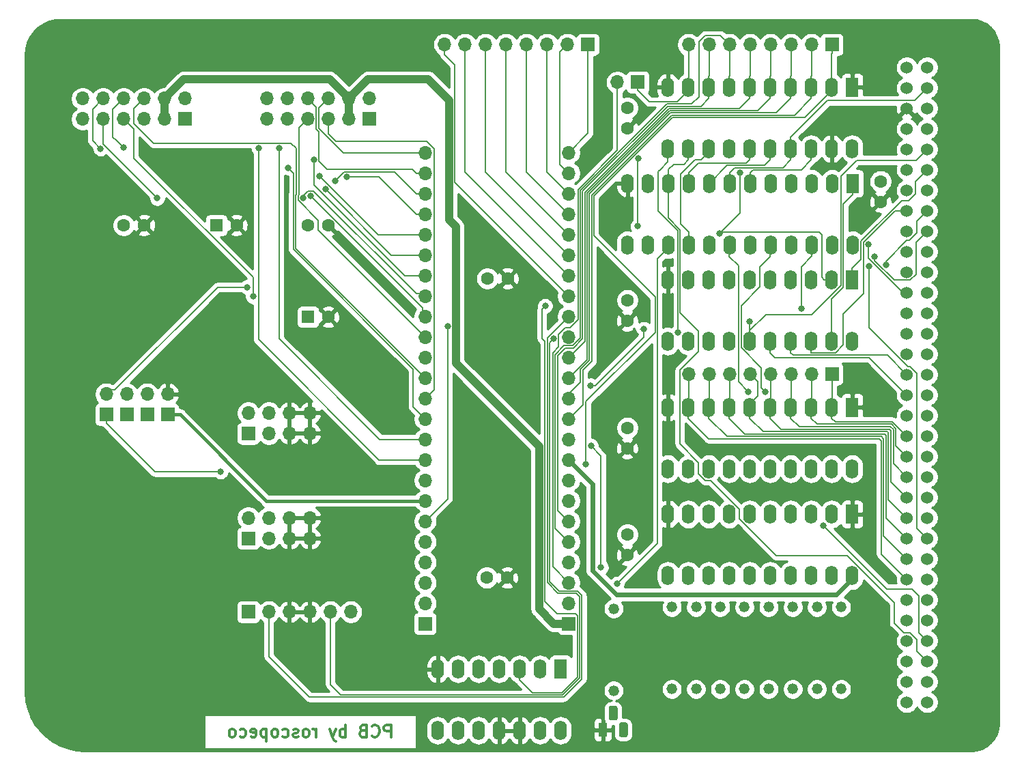
<source format=gbr>
G04 #@! TF.GenerationSoftware,KiCad,Pcbnew,(5.1.5-0-10_14)*
G04 #@! TF.CreationDate,2021-10-05T22:31:05+01:00*
G04 #@! TF.ProjectId,xosera,786f7365-7261-42e6-9b69-6361645f7063,rev?*
G04 #@! TF.SameCoordinates,Original*
G04 #@! TF.FileFunction,Copper,L4,Bot*
G04 #@! TF.FilePolarity,Positive*
%FSLAX46Y46*%
G04 Gerber Fmt 4.6, Leading zero omitted, Abs format (unit mm)*
G04 Created by KiCad (PCBNEW (5.1.5-0-10_14)) date 2021-10-05 22:31:05*
%MOMM*%
%LPD*%
G04 APERTURE LIST*
%ADD10C,0.300000*%
%ADD11O,1.700000X1.700000*%
%ADD12R,1.700000X1.700000*%
%ADD13O,1.600000X2.400000*%
%ADD14R,1.600000X2.400000*%
%ADD15R,1.100000X1.800000*%
%ADD16C,0.100000*%
%ADD17C,1.320800*%
%ADD18C,1.524000*%
%ADD19C,1.600200*%
%ADD20C,1.600000*%
%ADD21R,1.600000X1.600000*%
%ADD22C,0.800000*%
%ADD23C,0.600000*%
%ADD24C,0.150000*%
%ADD25C,0.200000*%
%ADD26C,0.127000*%
%ADD27C,0.400000*%
%ADD28C,1.000000*%
%ADD29C,0.254000*%
G04 APERTURE END LIST*
D10*
X144990000Y-134648571D02*
X144990000Y-133148571D01*
X144418571Y-133148571D01*
X144275714Y-133220000D01*
X144204285Y-133291428D01*
X144132857Y-133434285D01*
X144132857Y-133648571D01*
X144204285Y-133791428D01*
X144275714Y-133862857D01*
X144418571Y-133934285D01*
X144990000Y-133934285D01*
X142632857Y-134505714D02*
X142704285Y-134577142D01*
X142918571Y-134648571D01*
X143061428Y-134648571D01*
X143275714Y-134577142D01*
X143418571Y-134434285D01*
X143490000Y-134291428D01*
X143561428Y-134005714D01*
X143561428Y-133791428D01*
X143490000Y-133505714D01*
X143418571Y-133362857D01*
X143275714Y-133220000D01*
X143061428Y-133148571D01*
X142918571Y-133148571D01*
X142704285Y-133220000D01*
X142632857Y-133291428D01*
X141490000Y-133862857D02*
X141275714Y-133934285D01*
X141204285Y-134005714D01*
X141132857Y-134148571D01*
X141132857Y-134362857D01*
X141204285Y-134505714D01*
X141275714Y-134577142D01*
X141418571Y-134648571D01*
X141990000Y-134648571D01*
X141990000Y-133148571D01*
X141490000Y-133148571D01*
X141347142Y-133220000D01*
X141275714Y-133291428D01*
X141204285Y-133434285D01*
X141204285Y-133577142D01*
X141275714Y-133720000D01*
X141347142Y-133791428D01*
X141490000Y-133862857D01*
X141990000Y-133862857D01*
X139347142Y-134648571D02*
X139347142Y-133148571D01*
X139347142Y-133720000D02*
X139204285Y-133648571D01*
X138918571Y-133648571D01*
X138775714Y-133720000D01*
X138704285Y-133791428D01*
X138632857Y-133934285D01*
X138632857Y-134362857D01*
X138704285Y-134505714D01*
X138775714Y-134577142D01*
X138918571Y-134648571D01*
X139204285Y-134648571D01*
X139347142Y-134577142D01*
X138132857Y-133648571D02*
X137775714Y-134648571D01*
X137418571Y-133648571D02*
X137775714Y-134648571D01*
X137918571Y-135005714D01*
X137990000Y-135077142D01*
X138132857Y-135148571D01*
X135704285Y-134648571D02*
X135704285Y-133648571D01*
X135704285Y-133934285D02*
X135632857Y-133791428D01*
X135561428Y-133720000D01*
X135418571Y-133648571D01*
X135275714Y-133648571D01*
X134561428Y-134648571D02*
X134704285Y-134577142D01*
X134775714Y-134505714D01*
X134847142Y-134362857D01*
X134847142Y-133934285D01*
X134775714Y-133791428D01*
X134704285Y-133720000D01*
X134561428Y-133648571D01*
X134347142Y-133648571D01*
X134204285Y-133720000D01*
X134132857Y-133791428D01*
X134061428Y-133934285D01*
X134061428Y-134362857D01*
X134132857Y-134505714D01*
X134204285Y-134577142D01*
X134347142Y-134648571D01*
X134561428Y-134648571D01*
X133490000Y-134577142D02*
X133347142Y-134648571D01*
X133061428Y-134648571D01*
X132918571Y-134577142D01*
X132847142Y-134434285D01*
X132847142Y-134362857D01*
X132918571Y-134220000D01*
X133061428Y-134148571D01*
X133275714Y-134148571D01*
X133418571Y-134077142D01*
X133490000Y-133934285D01*
X133490000Y-133862857D01*
X133418571Y-133720000D01*
X133275714Y-133648571D01*
X133061428Y-133648571D01*
X132918571Y-133720000D01*
X131561428Y-134577142D02*
X131704285Y-134648571D01*
X131990000Y-134648571D01*
X132132857Y-134577142D01*
X132204285Y-134505714D01*
X132275714Y-134362857D01*
X132275714Y-133934285D01*
X132204285Y-133791428D01*
X132132857Y-133720000D01*
X131990000Y-133648571D01*
X131704285Y-133648571D01*
X131561428Y-133720000D01*
X130704285Y-134648571D02*
X130847142Y-134577142D01*
X130918571Y-134505714D01*
X130990000Y-134362857D01*
X130990000Y-133934285D01*
X130918571Y-133791428D01*
X130847142Y-133720000D01*
X130704285Y-133648571D01*
X130490000Y-133648571D01*
X130347142Y-133720000D01*
X130275714Y-133791428D01*
X130204285Y-133934285D01*
X130204285Y-134362857D01*
X130275714Y-134505714D01*
X130347142Y-134577142D01*
X130490000Y-134648571D01*
X130704285Y-134648571D01*
X129561428Y-133648571D02*
X129561428Y-135148571D01*
X129561428Y-133720000D02*
X129418571Y-133648571D01*
X129132857Y-133648571D01*
X128990000Y-133720000D01*
X128918571Y-133791428D01*
X128847142Y-133934285D01*
X128847142Y-134362857D01*
X128918571Y-134505714D01*
X128990000Y-134577142D01*
X129132857Y-134648571D01*
X129418571Y-134648571D01*
X129561428Y-134577142D01*
X127632857Y-134577142D02*
X127775714Y-134648571D01*
X128061428Y-134648571D01*
X128204285Y-134577142D01*
X128275714Y-134434285D01*
X128275714Y-133862857D01*
X128204285Y-133720000D01*
X128061428Y-133648571D01*
X127775714Y-133648571D01*
X127632857Y-133720000D01*
X127561428Y-133862857D01*
X127561428Y-134005714D01*
X128275714Y-134148571D01*
X126275714Y-134577142D02*
X126418571Y-134648571D01*
X126704285Y-134648571D01*
X126847142Y-134577142D01*
X126918571Y-134505714D01*
X126990000Y-134362857D01*
X126990000Y-133934285D01*
X126918571Y-133791428D01*
X126847142Y-133720000D01*
X126704285Y-133648571D01*
X126418571Y-133648571D01*
X126275714Y-133720000D01*
X125418571Y-134648571D02*
X125561428Y-134577142D01*
X125632857Y-134505714D01*
X125704285Y-134362857D01*
X125704285Y-133934285D01*
X125632857Y-133791428D01*
X125561428Y-133720000D01*
X125418571Y-133648571D01*
X125204285Y-133648571D01*
X125061428Y-133720000D01*
X124990000Y-133791428D01*
X124918571Y-133934285D01*
X124918571Y-134362857D01*
X124990000Y-134505714D01*
X125061428Y-134577142D01*
X125204285Y-134648571D01*
X125418571Y-134648571D01*
D11*
X140008000Y-119125000D03*
X137468000Y-119125000D03*
X134928000Y-119125000D03*
X132388000Y-119125000D03*
X129848000Y-119125000D03*
D12*
X127308000Y-119125000D03*
D11*
X173071000Y-53433000D03*
D12*
X175611000Y-53433000D03*
D13*
X202208000Y-114620000D03*
X179348000Y-107000000D03*
X199668000Y-114620000D03*
X181888000Y-107000000D03*
X197128000Y-114620000D03*
X184428000Y-107000000D03*
X194588000Y-114620000D03*
X186968000Y-107000000D03*
X192048000Y-114620000D03*
X189508000Y-107000000D03*
X189508000Y-114620000D03*
X192048000Y-107000000D03*
X186968000Y-114620000D03*
X194588000Y-107000000D03*
X184428000Y-114620000D03*
X197128000Y-107000000D03*
X181888000Y-114620000D03*
X199668000Y-107000000D03*
X179348000Y-114620000D03*
D14*
X202208000Y-107000000D03*
D13*
X202208000Y-61694000D03*
X179348000Y-54074000D03*
X199668000Y-61694000D03*
X181888000Y-54074000D03*
X197128000Y-61694000D03*
X184428000Y-54074000D03*
X194588000Y-61694000D03*
X186968000Y-54074000D03*
X192048000Y-61694000D03*
X189508000Y-54074000D03*
X189508000Y-61694000D03*
X192048000Y-54074000D03*
X186968000Y-61694000D03*
X194588000Y-54074000D03*
X184428000Y-61694000D03*
X197128000Y-54074000D03*
X181888000Y-61694000D03*
X199668000Y-54074000D03*
X179348000Y-61694000D03*
D14*
X202208000Y-54074000D03*
D15*
X171274000Y-133751000D03*
G04 #@! TA.AperFunction,ComponentPad*
D16*
G36*
X174115955Y-132852324D02*
G01*
X174142650Y-132856284D01*
X174168828Y-132862841D01*
X174194238Y-132871933D01*
X174218634Y-132883472D01*
X174241782Y-132897346D01*
X174263458Y-132913422D01*
X174283454Y-132931546D01*
X174301578Y-132951542D01*
X174317654Y-132973218D01*
X174331528Y-132996366D01*
X174343067Y-133020762D01*
X174352159Y-133046172D01*
X174358716Y-133072350D01*
X174362676Y-133099045D01*
X174364000Y-133126000D01*
X174364000Y-134376000D01*
X174362676Y-134402955D01*
X174358716Y-134429650D01*
X174352159Y-134455828D01*
X174343067Y-134481238D01*
X174331528Y-134505634D01*
X174317654Y-134528782D01*
X174301578Y-134550458D01*
X174283454Y-134570454D01*
X174263458Y-134588578D01*
X174241782Y-134604654D01*
X174218634Y-134618528D01*
X174194238Y-134630067D01*
X174168828Y-134639159D01*
X174142650Y-134645716D01*
X174115955Y-134649676D01*
X174089000Y-134651000D01*
X173539000Y-134651000D01*
X173512045Y-134649676D01*
X173485350Y-134645716D01*
X173459172Y-134639159D01*
X173433762Y-134630067D01*
X173409366Y-134618528D01*
X173386218Y-134604654D01*
X173364542Y-134588578D01*
X173344546Y-134570454D01*
X173326422Y-134550458D01*
X173310346Y-134528782D01*
X173296472Y-134505634D01*
X173284933Y-134481238D01*
X173275841Y-134455828D01*
X173269284Y-134429650D01*
X173265324Y-134402955D01*
X173264000Y-134376000D01*
X173264000Y-133126000D01*
X173265324Y-133099045D01*
X173269284Y-133072350D01*
X173275841Y-133046172D01*
X173284933Y-133020762D01*
X173296472Y-132996366D01*
X173310346Y-132973218D01*
X173326422Y-132951542D01*
X173344546Y-132931546D01*
X173364542Y-132913422D01*
X173386218Y-132897346D01*
X173409366Y-132883472D01*
X173433762Y-132871933D01*
X173459172Y-132862841D01*
X173485350Y-132856284D01*
X173512045Y-132852324D01*
X173539000Y-132851000D01*
X174089000Y-132851000D01*
X174115955Y-132852324D01*
G37*
G04 #@! TD.AperFunction*
G04 #@! TA.AperFunction,ComponentPad*
G36*
X172845955Y-130782324D02*
G01*
X172872650Y-130786284D01*
X172898828Y-130792841D01*
X172924238Y-130801933D01*
X172948634Y-130813472D01*
X172971782Y-130827346D01*
X172993458Y-130843422D01*
X173013454Y-130861546D01*
X173031578Y-130881542D01*
X173047654Y-130903218D01*
X173061528Y-130926366D01*
X173073067Y-130950762D01*
X173082159Y-130976172D01*
X173088716Y-131002350D01*
X173092676Y-131029045D01*
X173094000Y-131056000D01*
X173094000Y-132306000D01*
X173092676Y-132332955D01*
X173088716Y-132359650D01*
X173082159Y-132385828D01*
X173073067Y-132411238D01*
X173061528Y-132435634D01*
X173047654Y-132458782D01*
X173031578Y-132480458D01*
X173013454Y-132500454D01*
X172993458Y-132518578D01*
X172971782Y-132534654D01*
X172948634Y-132548528D01*
X172924238Y-132560067D01*
X172898828Y-132569159D01*
X172872650Y-132575716D01*
X172845955Y-132579676D01*
X172819000Y-132581000D01*
X172269000Y-132581000D01*
X172242045Y-132579676D01*
X172215350Y-132575716D01*
X172189172Y-132569159D01*
X172163762Y-132560067D01*
X172139366Y-132548528D01*
X172116218Y-132534654D01*
X172094542Y-132518578D01*
X172074546Y-132500454D01*
X172056422Y-132480458D01*
X172040346Y-132458782D01*
X172026472Y-132435634D01*
X172014933Y-132411238D01*
X172005841Y-132385828D01*
X171999284Y-132359650D01*
X171995324Y-132332955D01*
X171994000Y-132306000D01*
X171994000Y-131056000D01*
X171995324Y-131029045D01*
X171999284Y-131002350D01*
X172005841Y-130976172D01*
X172014933Y-130950762D01*
X172026472Y-130926366D01*
X172040346Y-130903218D01*
X172056422Y-130881542D01*
X172074546Y-130861546D01*
X172094542Y-130843422D01*
X172116218Y-130827346D01*
X172139366Y-130813472D01*
X172163762Y-130801933D01*
X172189172Y-130792841D01*
X172215350Y-130786284D01*
X172242045Y-130782324D01*
X172269000Y-130781000D01*
X172819000Y-130781000D01*
X172845955Y-130782324D01*
G37*
G04 #@! TD.AperFunction*
D13*
X166033000Y-133831000D03*
X150793000Y-126211000D03*
X163493000Y-133831000D03*
X153333000Y-126211000D03*
X160953000Y-133831000D03*
X155873000Y-126211000D03*
X158413000Y-133831000D03*
X158413000Y-126211000D03*
X155873000Y-133831000D03*
X160953000Y-126211000D03*
X153333000Y-133831000D03*
X163493000Y-126211000D03*
X150793000Y-133831000D03*
D14*
X166033000Y-126211000D03*
D17*
X172619000Y-128878000D03*
X172619000Y-118718000D03*
D13*
X202258000Y-73602000D03*
X174318000Y-65982000D03*
X199718000Y-73602000D03*
X176858000Y-65982000D03*
X197178000Y-73602000D03*
X179398000Y-65982000D03*
X194638000Y-73602000D03*
X181938000Y-65982000D03*
X192098000Y-73602000D03*
X184478000Y-65982000D03*
X189558000Y-73602000D03*
X187018000Y-65982000D03*
X187018000Y-73602000D03*
X189558000Y-65982000D03*
X184478000Y-73602000D03*
X192098000Y-65982000D03*
X181938000Y-73602000D03*
X194638000Y-65982000D03*
X179398000Y-73602000D03*
X197178000Y-65982000D03*
X176858000Y-73602000D03*
X199718000Y-65982000D03*
X174318000Y-73602000D03*
D14*
X202258000Y-65982000D03*
D11*
X149234000Y-62170000D03*
X149234000Y-64710000D03*
X149234000Y-67250000D03*
X149234000Y-69790000D03*
X149234000Y-72330000D03*
X149234000Y-74870000D03*
X149234000Y-77410000D03*
X149234000Y-79950000D03*
X149234000Y-82490000D03*
X149234000Y-85030000D03*
X149234000Y-87570000D03*
X149234000Y-90110000D03*
X149234000Y-92650000D03*
X149234000Y-95190000D03*
X149234000Y-97730000D03*
X149234000Y-100270000D03*
X149234000Y-102810000D03*
X149234000Y-105350000D03*
X149234000Y-107890000D03*
X149234000Y-110430000D03*
X149234000Y-112970000D03*
X149234000Y-115510000D03*
X149234000Y-118050000D03*
D12*
X149234000Y-120590000D03*
D11*
X167034000Y-62170000D03*
X167034000Y-64710000D03*
X167034000Y-67250000D03*
X167034000Y-69790000D03*
X167034000Y-72330000D03*
X167034000Y-74870000D03*
X167034000Y-77410000D03*
X167034000Y-79950000D03*
X167034000Y-82490000D03*
X167034000Y-85030000D03*
X167034000Y-87570000D03*
X167034000Y-90110000D03*
X167034000Y-92650000D03*
X167034000Y-95190000D03*
X167034000Y-97730000D03*
X167034000Y-100270000D03*
X167034000Y-102810000D03*
X167034000Y-105350000D03*
X167034000Y-107890000D03*
X167034000Y-110430000D03*
X167034000Y-112970000D03*
X167034000Y-115510000D03*
X167034000Y-118050000D03*
D12*
X167034000Y-120590000D03*
D11*
X181900000Y-48760000D03*
X184440000Y-48760000D03*
X186980000Y-48760000D03*
X189520000Y-48760000D03*
X192060000Y-48760000D03*
X194600000Y-48760000D03*
X197140000Y-48760000D03*
D12*
X199680000Y-48760000D03*
D11*
X151650000Y-48750000D03*
X154190000Y-48750000D03*
X156730000Y-48750000D03*
X159270000Y-48750000D03*
X161810000Y-48750000D03*
X164350000Y-48750000D03*
X166890000Y-48750000D03*
D12*
X169430000Y-48750000D03*
D11*
X181920000Y-89630000D03*
X184460000Y-89630000D03*
X187000000Y-89630000D03*
X189540000Y-89630000D03*
X192080000Y-89630000D03*
X194620000Y-89630000D03*
X197160000Y-89630000D03*
D12*
X199700000Y-89630000D03*
D18*
X211498000Y-130344000D03*
X208958000Y-130344000D03*
X211498000Y-127804000D03*
X208958000Y-127804000D03*
X208958000Y-51604000D03*
X211498000Y-51604000D03*
X208958000Y-54144000D03*
X211498000Y-54144000D03*
X208958000Y-56684000D03*
X211498000Y-56684000D03*
X208958000Y-59224000D03*
X211498000Y-59224000D03*
X208958000Y-61764000D03*
X211498000Y-61764000D03*
X208958000Y-64304000D03*
X211498000Y-64304000D03*
X208958000Y-66844000D03*
X211498000Y-66844000D03*
X208958000Y-69384000D03*
X211498000Y-69384000D03*
X208958000Y-71924000D03*
X211498000Y-71924000D03*
X208958000Y-74464000D03*
X211498000Y-74464000D03*
X208958000Y-77004000D03*
X211498000Y-77004000D03*
X208958000Y-79544000D03*
X211498000Y-79544000D03*
X208958000Y-82084000D03*
X211498000Y-82084000D03*
X208958000Y-84624000D03*
X211498000Y-84624000D03*
X208958000Y-87164000D03*
X211498000Y-87164000D03*
X208958000Y-89704000D03*
X211498000Y-89704000D03*
X208958000Y-92244000D03*
X211498000Y-92244000D03*
X208958000Y-94784000D03*
X211498000Y-94784000D03*
X208958000Y-97324000D03*
X211498000Y-97324000D03*
X208958000Y-99864000D03*
X211498000Y-99864000D03*
X208958000Y-102404000D03*
X211498000Y-102404000D03*
X208958000Y-104944000D03*
X211498000Y-104944000D03*
X208958000Y-107484000D03*
X211498000Y-107484000D03*
X208958000Y-110024000D03*
X211498000Y-110024000D03*
X208958000Y-112564000D03*
X211498000Y-112564000D03*
X208958000Y-115104000D03*
X211498000Y-115104000D03*
X208958000Y-117644000D03*
X211498000Y-117644000D03*
X208958000Y-120184000D03*
X211498000Y-120184000D03*
X208958000Y-122724000D03*
X211498000Y-122724000D03*
X208958000Y-125264000D03*
X211498000Y-125264000D03*
D11*
X129608000Y-55465000D03*
X129608000Y-58005000D03*
X132148000Y-55465000D03*
X132148000Y-58005000D03*
X134688000Y-55465000D03*
X134688000Y-58005000D03*
X137228000Y-55465000D03*
X137228000Y-58005000D03*
X139768000Y-55465000D03*
X139768000Y-58005000D03*
X142308000Y-55465000D03*
D12*
X142308000Y-58005000D03*
D11*
X106748000Y-55465000D03*
X106748000Y-58005000D03*
X109288000Y-55465000D03*
X109288000Y-58005000D03*
X111828000Y-55465000D03*
X111828000Y-58005000D03*
X114368000Y-55465000D03*
X114368000Y-58005000D03*
X116908000Y-55465000D03*
X116908000Y-58005000D03*
X119448000Y-55465000D03*
D12*
X119448000Y-58005000D03*
D11*
X117298000Y-92118000D03*
D12*
X117298000Y-94658000D03*
D11*
X114758000Y-92118000D03*
D12*
X114758000Y-94658000D03*
D11*
X112218000Y-92118000D03*
D12*
X112218000Y-94658000D03*
D11*
X109675000Y-92118000D03*
D12*
X109675000Y-94658000D03*
D19*
X156940000Y-77770000D03*
X159480000Y-77770000D03*
X156864000Y-114890000D03*
X159404000Y-114890000D03*
X134713000Y-71174000D03*
X137253000Y-71174000D03*
X174308000Y-56604000D03*
X174308000Y-59144000D03*
X111853000Y-71174000D03*
X114393000Y-71174000D03*
X174308000Y-80470000D03*
X174308000Y-83010000D03*
X205711000Y-65726200D03*
X205711000Y-68266200D03*
X174308000Y-96298500D03*
X174308000Y-98838500D03*
X174308000Y-109530000D03*
X174308000Y-112070000D03*
D17*
X179828000Y-128704000D03*
X179828000Y-118544000D03*
X182828000Y-128704000D03*
X182828000Y-118544000D03*
X185828000Y-128704000D03*
X185828000Y-118544000D03*
X188828000Y-128704000D03*
X188828000Y-118544000D03*
X191828000Y-128704000D03*
X191828000Y-118544000D03*
X194828000Y-128704000D03*
X194828000Y-118544000D03*
X197828000Y-128704000D03*
X197828000Y-118544000D03*
X200828000Y-128704000D03*
X200828000Y-118544000D03*
D11*
X134928000Y-107460000D03*
X134928000Y-110000000D03*
X132388000Y-107460000D03*
X132388000Y-110000000D03*
X129848000Y-107460000D03*
X129848000Y-110000000D03*
X127308000Y-107460000D03*
D12*
X127308000Y-110000000D03*
D11*
X134928000Y-94460000D03*
X134928000Y-97000000D03*
X132388000Y-94460000D03*
X132388000Y-97000000D03*
X129848000Y-94460000D03*
X129848000Y-97000000D03*
X127308000Y-94460000D03*
D12*
X127308000Y-97000000D03*
D13*
X202200000Y-85560000D03*
X179340000Y-77940000D03*
X199660000Y-85560000D03*
X181880000Y-77940000D03*
X197120000Y-85560000D03*
X184420000Y-77940000D03*
X194580000Y-85560000D03*
X186960000Y-77940000D03*
X192040000Y-85560000D03*
X189500000Y-77940000D03*
X189500000Y-85560000D03*
X192040000Y-77940000D03*
X186960000Y-85560000D03*
X194580000Y-77940000D03*
X184420000Y-85560000D03*
X197120000Y-77940000D03*
X181880000Y-85560000D03*
X199660000Y-77940000D03*
X179340000Y-85560000D03*
D14*
X202200000Y-77940000D03*
D13*
X202208000Y-101388500D03*
X179348000Y-93768500D03*
X199668000Y-101388500D03*
X181888000Y-93768500D03*
X197128000Y-101388500D03*
X184428000Y-93768500D03*
X194588000Y-101388500D03*
X186968000Y-93768500D03*
X192048000Y-101388500D03*
X189508000Y-93768500D03*
X189508000Y-101388500D03*
X192048000Y-93768500D03*
X186968000Y-101388500D03*
X194588000Y-93768500D03*
X184428000Y-101388500D03*
X197128000Y-93768500D03*
X181888000Y-101388500D03*
X199668000Y-93768500D03*
X179348000Y-101388500D03*
D14*
X202208000Y-93768500D03*
D20*
X137213000Y-82542000D03*
D21*
X134713000Y-82542000D03*
D20*
X125848000Y-71174000D03*
D21*
X123348000Y-71174000D03*
D22*
X191407100Y-91808700D03*
X189320800Y-91808700D03*
X127125800Y-78845700D03*
X152031000Y-83736000D03*
X175682304Y-62875304D03*
X175598000Y-71289000D03*
X164123000Y-81170000D03*
X204308300Y-76255400D03*
X204240900Y-73582800D03*
X189503000Y-83080000D03*
X204992500Y-75095200D03*
X206387500Y-76078800D03*
X185730000Y-72228800D03*
X188269000Y-64626990D03*
X180579000Y-84453000D03*
X195874000Y-81540000D03*
X176367500Y-84041100D03*
X169781000Y-91049000D03*
X169790000Y-98511000D03*
X171053000Y-113619000D03*
X198604800Y-108425400D03*
X123869500Y-101736300D03*
X165160900Y-85270100D03*
X169190000Y-100850000D03*
X138039600Y-65676100D03*
X139504000Y-65162000D03*
X136114500Y-65050800D03*
X136853500Y-66674200D03*
X108980000Y-61690000D03*
X135450000Y-63090000D03*
X116006400Y-67828300D03*
X134093200Y-67800600D03*
X135057300Y-67527900D03*
X111850000Y-61557200D03*
X127879200Y-80010700D03*
X132204100Y-64035900D03*
X131100000Y-61592800D03*
X128610000Y-61592800D03*
X173015000Y-115632000D03*
D23*
X202208000Y-114620000D02*
X202208000Y-115020000D01*
X202208000Y-115020000D02*
X200228000Y-117000000D01*
X200228000Y-117000000D02*
X173000000Y-117000000D01*
X173000000Y-117000000D02*
X170000000Y-114000000D01*
X170000000Y-114000000D02*
X170000000Y-103236000D01*
X170000000Y-103236000D02*
X167034000Y-100270000D01*
D24*
X192048000Y-73627000D02*
X192048000Y-75052300D01*
X191407100Y-91808700D02*
X190916300Y-91317900D01*
X190916300Y-91317900D02*
X190916300Y-88836800D01*
X190916300Y-88836800D02*
X188444200Y-86364700D01*
X188444200Y-86364700D02*
X188444200Y-81146000D01*
X188444200Y-81146000D02*
X190770000Y-78820200D01*
X190770000Y-78820200D02*
X190770000Y-76330300D01*
X190770000Y-76330300D02*
X192048000Y-75052300D01*
X186968000Y-75052300D02*
X188107500Y-76191800D01*
X188107500Y-76191800D02*
X188107500Y-90595500D01*
X188107500Y-90595500D02*
X188107600Y-90595500D01*
X188107600Y-90595500D02*
X189320800Y-91808700D01*
X186968000Y-73627000D02*
X186968000Y-75052300D01*
X208958000Y-97324000D02*
X207184000Y-95550000D01*
X207184000Y-95550000D02*
X200100000Y-95550000D01*
X200100000Y-95550000D02*
X199668000Y-95118500D01*
X199668000Y-95118500D02*
X199668000Y-93768500D01*
D25*
X199700000Y-93736500D02*
X199668000Y-93768500D01*
X199700000Y-89630000D02*
X199700000Y-93736500D01*
D24*
X197128000Y-94443500D02*
X197160000Y-94411500D01*
X197160000Y-94411500D02*
X197160000Y-89630000D01*
X197128000Y-94443500D02*
X197128000Y-93768500D01*
X208958000Y-99864000D02*
X207600000Y-98506000D01*
X207600000Y-98506000D02*
X207600000Y-96390300D01*
X207600000Y-96390300D02*
X207060000Y-95850000D01*
X207060000Y-95850000D02*
X197860000Y-95850000D01*
X197860000Y-95850000D02*
X197128000Y-95118500D01*
X197128000Y-95118500D02*
X197128000Y-94443500D01*
D25*
X197160000Y-93736500D02*
X197128000Y-93768500D01*
X197160000Y-89630000D02*
X197160000Y-93736500D01*
D24*
X194588000Y-94443500D02*
X194620000Y-94411500D01*
X194620000Y-94411500D02*
X194620000Y-89630000D01*
X194588000Y-94443500D02*
X194588000Y-93768500D01*
X208958000Y-102404000D02*
X207300000Y-100746000D01*
X207300000Y-100746000D02*
X207300000Y-96520000D01*
X207300000Y-96520000D02*
X206930000Y-96150000D01*
X206930000Y-96150000D02*
X195620000Y-96150000D01*
X195620000Y-96150000D02*
X194588000Y-95118500D01*
X194588000Y-95118500D02*
X194588000Y-94443500D01*
D25*
X194620000Y-93736500D02*
X194588000Y-93768500D01*
X194620000Y-89630000D02*
X194620000Y-93736500D01*
D24*
X192048000Y-94443500D02*
X192080000Y-94411500D01*
X192080000Y-94411500D02*
X192080000Y-90705300D01*
X192080000Y-89630000D02*
X192080000Y-90705300D01*
X192048000Y-94443500D02*
X192048000Y-93768500D01*
X208958000Y-104944000D02*
X207000000Y-102986000D01*
X207000000Y-102986000D02*
X207000000Y-96644300D01*
X207000000Y-96644300D02*
X206806000Y-96450000D01*
X206806000Y-96450000D02*
X193380000Y-96450000D01*
X193380000Y-96450000D02*
X192048000Y-95118500D01*
X192048000Y-95118500D02*
X192048000Y-94443500D01*
D25*
X192080000Y-93736500D02*
X192048000Y-93768500D01*
X192080000Y-89630000D02*
X192080000Y-93736500D01*
D24*
X189508000Y-94443500D02*
X189946100Y-94005400D01*
X189508000Y-94443500D02*
X189508000Y-93768500D01*
X208958000Y-107484000D02*
X206700000Y-105226000D01*
X206700000Y-105226000D02*
X206700000Y-96910000D01*
X206700000Y-96910000D02*
X206540000Y-96750000D01*
X206540000Y-96750000D02*
X191140000Y-96750000D01*
X191140000Y-96750000D02*
X189508000Y-95118500D01*
X189508000Y-95118500D02*
X189508000Y-94443500D01*
X209074000Y-107600000D02*
X208958000Y-107484000D01*
D25*
X190508000Y-92368500D02*
X189508000Y-93368500D01*
X190508000Y-90598000D02*
X190508000Y-92368500D01*
X189508000Y-93368500D02*
X189508000Y-93768500D01*
X189540000Y-89630000D02*
X190508000Y-90598000D01*
D24*
X186968000Y-94443500D02*
X187000000Y-94411500D01*
X187000000Y-94411500D02*
X187000000Y-89630000D01*
X186968000Y-94443500D02*
X186968000Y-93768500D01*
X208958000Y-110024000D02*
X206400000Y-107466000D01*
X206400000Y-107466000D02*
X206400000Y-97250000D01*
X206400000Y-97250000D02*
X206200000Y-97050100D01*
X206200000Y-97050100D02*
X188900000Y-97050100D01*
X188900000Y-97050100D02*
X186968000Y-95118500D01*
X186968000Y-95118500D02*
X186968000Y-94443500D01*
D25*
X187000000Y-93736500D02*
X186968000Y-93768500D01*
X187000000Y-89630000D02*
X187000000Y-93736500D01*
D24*
X184428000Y-94443500D02*
X184460000Y-94411500D01*
X184460000Y-94411500D02*
X184460000Y-89630000D01*
X184428000Y-94443500D02*
X184428000Y-93768500D01*
X208958000Y-112564000D02*
X206100000Y-109706000D01*
X206100000Y-109706000D02*
X206100000Y-97639900D01*
X206100000Y-97639900D02*
X205810000Y-97350100D01*
X205810000Y-97350100D02*
X186660000Y-97350100D01*
X186660000Y-97350100D02*
X184428000Y-95118500D01*
X184428000Y-95118500D02*
X184428000Y-94443500D01*
D25*
X184460000Y-93736500D02*
X184428000Y-93768500D01*
X184460000Y-89630000D02*
X184460000Y-93736500D01*
D24*
X208958000Y-115104000D02*
X205800000Y-111946000D01*
X205800000Y-111946000D02*
X205800000Y-97889900D01*
X205800000Y-97889900D02*
X205560000Y-97650100D01*
X205560000Y-97650100D02*
X184420000Y-97650100D01*
X184420000Y-97650100D02*
X181888000Y-95118500D01*
X181888000Y-95118500D02*
X181888000Y-93768500D01*
D25*
X181920000Y-93736500D02*
X181888000Y-93768500D01*
X181920000Y-89630000D02*
X181920000Y-93736500D01*
X123507340Y-78845700D02*
X110752001Y-91601039D01*
X127125800Y-78845700D02*
X123507340Y-78845700D01*
X110191961Y-91601039D02*
X109675000Y-92118000D01*
X110752001Y-91601039D02*
X110191961Y-91601039D01*
D26*
X152031000Y-105093000D02*
X149234000Y-107890000D01*
X152031000Y-83736000D02*
X152031000Y-105093000D01*
D24*
X180821700Y-89156000D02*
X180821700Y-98306000D01*
X180821700Y-98306000D02*
X183158000Y-100642300D01*
X183158000Y-100642300D02*
X183158000Y-102030700D01*
X183158000Y-102030700D02*
X183941200Y-102813900D01*
X183941200Y-102813900D02*
X184632500Y-102813900D01*
X184632500Y-102813900D02*
X188238000Y-106419400D01*
X188238000Y-106419400D02*
X188238000Y-107594700D01*
X188238000Y-107594700D02*
X192803200Y-112159900D01*
X192803200Y-112159900D02*
X201608300Y-112159900D01*
X201608300Y-112159900D02*
X207435300Y-117986900D01*
X207435300Y-117986900D02*
X207435300Y-120538900D01*
X207435300Y-120538900D02*
X208633000Y-121736600D01*
X208633000Y-121736600D02*
X209392800Y-121736600D01*
X209392800Y-121736600D02*
X210228000Y-122571800D01*
X210228000Y-122571800D02*
X210228000Y-123994000D01*
X210228000Y-123994000D02*
X211498000Y-125264000D01*
X181888000Y-63044000D02*
X181331000Y-63601000D01*
X181888000Y-61694000D02*
X181888000Y-63044000D01*
X181331000Y-63601000D02*
X180059000Y-63601000D01*
X179398000Y-64262000D02*
X179398000Y-65982000D01*
X180059000Y-63601000D02*
X179398000Y-64262000D01*
X180821700Y-89156000D02*
X180840000Y-89156000D01*
X180840000Y-89156000D02*
X183128000Y-86868000D01*
X183128000Y-86868000D02*
X183128000Y-84299000D01*
X180877990Y-82048990D02*
X180877990Y-71750990D01*
X183128000Y-84299000D02*
X180877990Y-82048990D01*
X179398000Y-70271000D02*
X179398000Y-65982000D01*
X180877990Y-71750990D02*
X179398000Y-70271000D01*
D26*
X175598000Y-71289000D02*
X175598000Y-62959608D01*
X175598000Y-62959608D02*
X175682304Y-62875304D01*
X164109390Y-81183610D02*
X164123000Y-81170000D01*
D24*
X163723001Y-81569999D02*
X164123000Y-81170000D01*
X166198260Y-129140990D02*
X168101980Y-127237270D01*
X165608000Y-119380000D02*
X164084000Y-117856000D01*
X167887602Y-119380000D02*
X165608000Y-119380000D01*
X163723001Y-85237001D02*
X163723001Y-81569999D01*
X162532990Y-129140990D02*
X166198260Y-129140990D01*
X160953000Y-126211000D02*
X160953000Y-127561000D01*
X168101980Y-127237270D02*
X168101980Y-119594378D01*
X164084000Y-85598000D02*
X163723001Y-85237001D01*
X164084000Y-117856000D02*
X164084000Y-85598000D01*
X168101980Y-119594378D02*
X167887602Y-119380000D01*
X160953000Y-127561000D02*
X162532990Y-129140990D01*
X204308300Y-76255400D02*
X204308300Y-83910700D01*
X204308300Y-83910700D02*
X209114200Y-88716600D01*
X209114200Y-88716600D02*
X209392800Y-88716600D01*
X209392800Y-88716600D02*
X210228000Y-89551800D01*
X210228000Y-89551800D02*
X210228000Y-108754000D01*
X210228000Y-108754000D02*
X211498000Y-110024000D01*
X204240900Y-73582800D02*
X204240900Y-75251600D01*
X204240900Y-75251600D02*
X208533300Y-79544000D01*
X208533300Y-79544000D02*
X208958000Y-79544000D01*
X183478000Y-63044000D02*
X182694000Y-63044000D01*
X184428000Y-62094000D02*
X183478000Y-63044000D01*
X184428000Y-61694000D02*
X184428000Y-62094000D01*
X180935990Y-64802010D02*
X180935990Y-71000990D01*
X182694000Y-63044000D02*
X180935990Y-64802010D01*
X181938000Y-72003000D02*
X181938000Y-73602000D01*
X180935990Y-71000990D02*
X181938000Y-72003000D01*
X202258000Y-67382300D02*
X202258000Y-65982000D01*
X201091300Y-68549000D02*
X202258000Y-67382300D01*
X201091300Y-78880300D02*
X201091300Y-68549000D01*
X199660000Y-80311600D02*
X201091300Y-78880300D01*
X199660000Y-85560000D02*
X199660000Y-80311600D01*
X197120000Y-85560000D02*
X197120000Y-86985300D01*
X197120000Y-86985300D02*
X200128700Y-86985300D01*
X200128700Y-86985300D02*
X201091400Y-86022600D01*
X201091400Y-86022600D02*
X201091400Y-82152100D01*
X201091400Y-82152100D02*
X203615400Y-79628100D01*
X203615400Y-79628100D02*
X203615400Y-73275800D01*
X203615400Y-73275800D02*
X207507200Y-69384000D01*
X207507200Y-69384000D02*
X208958000Y-69384000D01*
X194580000Y-86985300D02*
X194880300Y-87285600D01*
X194880300Y-87285600D02*
X206539600Y-87285600D01*
X206539600Y-87285600D02*
X208958000Y-89704000D01*
X194580000Y-85560000D02*
X194580000Y-86985300D01*
X192040000Y-86985300D02*
X192640600Y-87585900D01*
X192640600Y-87585900D02*
X204299900Y-87585900D01*
X204299900Y-87585900D02*
X208958000Y-92244000D01*
X192040000Y-85560000D02*
X192040000Y-86985300D01*
X211498000Y-61764000D02*
X210142600Y-63119400D01*
X210142600Y-63119400D02*
X202756500Y-63119400D01*
X202756500Y-63119400D02*
X200791000Y-65084900D01*
X200791000Y-65084900D02*
X200791000Y-78659200D01*
X200791000Y-78659200D02*
X197208200Y-82242000D01*
X189500000Y-84210000D02*
X189500000Y-85560000D01*
X191468000Y-82242000D02*
X189500000Y-84210000D01*
X197208200Y-82242000D02*
X191468000Y-82242000D01*
X189500000Y-83083000D02*
X189503000Y-83080000D01*
X189500000Y-85560000D02*
X189500000Y-83083000D01*
X186968000Y-86102000D02*
X186960000Y-86094000D01*
X186960000Y-86094000D02*
X186960000Y-85560000D01*
X187598000Y-84797000D02*
X186968000Y-85427000D01*
X186968000Y-85427000D02*
X186968000Y-86102000D01*
X211498000Y-71924000D02*
X210121700Y-73300300D01*
X210121700Y-73300300D02*
X210121700Y-77262500D01*
X210121700Y-77262500D02*
X209392800Y-77991400D01*
X209392800Y-77991400D02*
X207405500Y-77991400D01*
X207405500Y-77991400D02*
X204992500Y-75578400D01*
X204992500Y-75578400D02*
X204992500Y-75095200D01*
X211498000Y-69384000D02*
X210228000Y-70654000D01*
X210228000Y-70654000D02*
X210228000Y-72067700D01*
X210228000Y-72067700D02*
X209255000Y-73040700D01*
X209255000Y-73040700D02*
X208977100Y-73040700D01*
X208977100Y-73040700D02*
X206387500Y-75630300D01*
X206387500Y-75630300D02*
X206387500Y-76078800D01*
X188269000Y-69689800D02*
X188269000Y-64626990D01*
X185730000Y-72228800D02*
X188269000Y-69689800D01*
X198710000Y-77940000D02*
X199660000Y-77940000D01*
X185730000Y-72228800D02*
X185942800Y-72016000D01*
X198421000Y-77651000D02*
X198710000Y-77940000D01*
X198421000Y-72332000D02*
X198421000Y-77651000D01*
X198105000Y-72016000D02*
X198421000Y-72332000D01*
X185942800Y-72016000D02*
X198105000Y-72016000D01*
X211498000Y-64304000D02*
X210015500Y-65786500D01*
X210015500Y-65786500D02*
X210015500Y-67258400D01*
X210015500Y-67258400D02*
X209159900Y-68114000D01*
X209159900Y-68114000D02*
X208352400Y-68114000D01*
X208352400Y-68114000D02*
X203315100Y-73151300D01*
X203315100Y-73151300D02*
X203315100Y-75399600D01*
X203315100Y-75399600D02*
X202200000Y-76514700D01*
X202200000Y-77940000D02*
X202200000Y-76514700D01*
X197128000Y-63044000D02*
X195870000Y-64302000D01*
X197128000Y-61694000D02*
X197128000Y-63044000D01*
X189558000Y-64632000D02*
X189558000Y-65982000D01*
X189888000Y-64302000D02*
X189558000Y-64632000D01*
X195870000Y-64302000D02*
X189888000Y-64302000D01*
X194588000Y-61694000D02*
X194588000Y-60268700D01*
X194588000Y-60268700D02*
X199160100Y-55696600D01*
X199160100Y-55696600D02*
X209945400Y-55696600D01*
X209945400Y-55696600D02*
X211498000Y-54144000D01*
X194588000Y-63044000D02*
X193607010Y-64024990D01*
X194588000Y-61694000D02*
X194588000Y-63044000D01*
X187625010Y-64024990D02*
X187018000Y-64632000D01*
X193607010Y-64024990D02*
X187625010Y-64024990D01*
X187018000Y-64632000D02*
X187018000Y-65982000D01*
X192048000Y-63044000D02*
X191344020Y-63747980D01*
X192048000Y-61694000D02*
X192048000Y-63044000D01*
X191344020Y-63747980D02*
X186712020Y-63747980D01*
X186712020Y-63747980D02*
X184478000Y-65982000D01*
X189508000Y-63044000D02*
X189081030Y-63470970D01*
X189508000Y-61694000D02*
X189508000Y-63044000D01*
X181938000Y-64632000D02*
X181938000Y-65982000D01*
X183099030Y-63470970D02*
X181938000Y-64632000D01*
X189081030Y-63470970D02*
X183099030Y-63470970D01*
X178348010Y-64292990D02*
X178341010Y-64292990D01*
X178112000Y-64522000D02*
X178112000Y-69376750D01*
X178341010Y-64292990D02*
X178112000Y-64522000D01*
X179348000Y-63293000D02*
X178348010Y-64292990D01*
X179348000Y-61694000D02*
X179348000Y-63293000D01*
X180579000Y-83887315D02*
X180579000Y-84453000D01*
X180579000Y-71843750D02*
X180579000Y-83887315D01*
X178112000Y-69376750D02*
X180579000Y-71843750D01*
D25*
X195874000Y-80974315D02*
X195874000Y-81540000D01*
X195874000Y-76306000D02*
X195874000Y-80974315D01*
X197178000Y-75002000D02*
X195874000Y-76306000D01*
X197178000Y-73602000D02*
X197178000Y-75002000D01*
D24*
X175958600Y-84041100D02*
X176367500Y-84041100D01*
X176367500Y-84606785D02*
X176367500Y-84041100D01*
X176367500Y-85028185D02*
X176367500Y-84606785D01*
X170346685Y-91049000D02*
X176367500Y-85028185D01*
X169781000Y-91049000D02*
X170346685Y-91049000D01*
X171053000Y-99774000D02*
X171053000Y-113619000D01*
X169790000Y-98511000D02*
X171053000Y-99774000D01*
D25*
X109675000Y-95708000D02*
X109675000Y-94658000D01*
X115703300Y-101736300D02*
X109675000Y-95708000D01*
X123869500Y-101736300D02*
X115703300Y-101736300D01*
X198604800Y-108425400D02*
X206475400Y-116296000D01*
X206475400Y-116296000D02*
X209665000Y-116296000D01*
X210508999Y-121734999D02*
X210736001Y-121962001D01*
X210736001Y-121962001D02*
X211498000Y-122724000D01*
X210508999Y-117139999D02*
X210508999Y-121734999D01*
X209665000Y-116296000D02*
X210508999Y-117139999D01*
D27*
X129522362Y-105350000D02*
X148031919Y-105350000D01*
X148031919Y-105350000D02*
X149234000Y-105350000D01*
X118830362Y-94658000D02*
X129522362Y-105350000D01*
X117298000Y-94658000D02*
X118830362Y-94658000D01*
D24*
X164374900Y-85149100D02*
X167034000Y-82490000D01*
X168009261Y-116839011D02*
X165723260Y-116839011D01*
X165723260Y-116839011D02*
X164374900Y-115490651D01*
X168378990Y-127352011D02*
X168378990Y-117208740D01*
X164374900Y-115490651D02*
X164374900Y-85149100D01*
X166313000Y-129418000D02*
X168378990Y-127352011D01*
X138768000Y-129418000D02*
X166313000Y-129418000D01*
X137468000Y-128118000D02*
X138768000Y-129418000D01*
X137468000Y-119125000D02*
X137468000Y-128118000D01*
X168009261Y-116839011D02*
X168378990Y-117208740D01*
X168282000Y-127840751D02*
X166427741Y-129695010D01*
X134870010Y-129695010D02*
X129848000Y-124673000D01*
X166427741Y-129695010D02*
X134870010Y-129695010D01*
X129848000Y-124673000D02*
X129848000Y-119125000D01*
X165160900Y-85270100D02*
X164747900Y-85683100D01*
X164747900Y-85696100D02*
X164651910Y-85792090D01*
X164747900Y-85683100D02*
X164747900Y-85696100D01*
X164651910Y-85792090D02*
X164651910Y-115375910D01*
X165838001Y-116562001D02*
X168124001Y-116562001D01*
X164651910Y-115375910D02*
X165838001Y-116562001D01*
X168124001Y-116562001D02*
X168656000Y-117094000D01*
X168656000Y-127466751D02*
X168282000Y-127840751D01*
X168656000Y-117094000D02*
X168656000Y-127466751D01*
D26*
X151650000Y-48750000D02*
X151650000Y-50050000D01*
X151650000Y-50050000D02*
X152908000Y-51308000D01*
X152908000Y-65824000D02*
X167034000Y-79950000D01*
X152908000Y-51308000D02*
X152908000Y-65824000D01*
D24*
X154190000Y-64566000D02*
X167034000Y-77410000D01*
X154190000Y-48750000D02*
X154190000Y-64566000D01*
X156730000Y-64566000D02*
X167034000Y-74870000D01*
X156730000Y-48750000D02*
X156730000Y-64566000D01*
X159270000Y-64566000D02*
X167034000Y-72330000D01*
X159270000Y-48750000D02*
X159270000Y-64566000D01*
X161810000Y-64566000D02*
X167034000Y-69790000D01*
X161810000Y-48750000D02*
X161810000Y-64566000D01*
X164350000Y-64566000D02*
X167034000Y-67250000D01*
X164350000Y-48750000D02*
X164350000Y-64566000D01*
X165958999Y-63634999D02*
X166184001Y-63860001D01*
X165958999Y-49681001D02*
X165958999Y-63634999D01*
X166184001Y-63860001D02*
X167034000Y-64710000D01*
X166890000Y-48750000D02*
X165958999Y-49681001D01*
X169430000Y-59774000D02*
X167034000Y-62170000D01*
X169430000Y-48750000D02*
X169430000Y-59774000D01*
X184428000Y-53834700D02*
X184428000Y-53409900D01*
X184428000Y-53409900D02*
X184428000Y-52648700D01*
X184428000Y-54074000D02*
X184428000Y-53409900D01*
X184428000Y-52648700D02*
X184440000Y-52636700D01*
X184440000Y-52636700D02*
X184440000Y-48760000D01*
D26*
X165688790Y-106544790D02*
X167034000Y-107890000D01*
X165688790Y-87375268D02*
X165688790Y-106544790D01*
X166650158Y-86413900D02*
X165688790Y-87375268D01*
X184428000Y-54074000D02*
X184428000Y-54474000D01*
D24*
X167620951Y-86413900D02*
X166650158Y-86413900D01*
X168769120Y-66978380D02*
X168769120Y-85265731D01*
X168769120Y-85265731D02*
X167620951Y-86413900D01*
X179329480Y-56418020D02*
X168769120Y-66978380D01*
X184428000Y-55424000D02*
X183433980Y-56418020D01*
X183433980Y-56418020D02*
X179329480Y-56418020D01*
X184428000Y-54074000D02*
X184428000Y-55424000D01*
X189508000Y-53622800D02*
X189508000Y-52648700D01*
X189508000Y-54074000D02*
X189508000Y-53622800D01*
X189508000Y-52648700D02*
X189520000Y-52636700D01*
X189520000Y-52636700D02*
X189520000Y-48760000D01*
D26*
X167034000Y-87409387D02*
X167034000Y-87570000D01*
D24*
X188236970Y-56695030D02*
X189508000Y-55424000D01*
X189508000Y-55424000D02*
X189508000Y-54074000D01*
X169046130Y-67093120D02*
X179444220Y-56695030D01*
X179444220Y-56695030D02*
X188236970Y-56695030D01*
X169046130Y-85557870D02*
X169046130Y-67093120D01*
X167034000Y-87570000D02*
X169046130Y-85557870D01*
X192048000Y-53622800D02*
X192048000Y-52648700D01*
X192048000Y-54074000D02*
X192048000Y-53622800D01*
X192048000Y-52648700D02*
X192060000Y-52636700D01*
X192060000Y-52636700D02*
X192060000Y-48760000D01*
X192048000Y-55424000D02*
X192048000Y-54074000D01*
X167034000Y-90110000D02*
X169323140Y-87820860D01*
X179558960Y-56972040D02*
X190499960Y-56972040D01*
X169323140Y-67207860D02*
X179558960Y-56972040D01*
X190499960Y-56972040D02*
X192048000Y-55424000D01*
X169323140Y-87820860D02*
X169323140Y-67207860D01*
X194588000Y-53622800D02*
X194588000Y-52648700D01*
X194588000Y-54074000D02*
X194588000Y-53622800D01*
X194588000Y-52648700D02*
X194600000Y-52636700D01*
X194600000Y-52636700D02*
X194600000Y-48760000D01*
X179673700Y-57249050D02*
X192762950Y-57249050D01*
X169600150Y-67322600D02*
X179673700Y-57249050D01*
X169600150Y-87935601D02*
X169600150Y-67322600D01*
X168495000Y-89040750D02*
X169600150Y-87935601D01*
X194588000Y-55424000D02*
X194588000Y-54074000D01*
X167034000Y-92074738D02*
X168495000Y-90613738D01*
X168495000Y-90613738D02*
X168495000Y-89040750D01*
X192762950Y-57249050D02*
X194588000Y-55424000D01*
X167034000Y-92650000D02*
X167034000Y-92074738D01*
X197128000Y-53622800D02*
X197128000Y-52648700D01*
X197128000Y-54074000D02*
X197128000Y-53622800D01*
X197128000Y-52648700D02*
X197140000Y-52636700D01*
X197140000Y-52636700D02*
X197140000Y-48760000D01*
X169877160Y-88050342D02*
X169877160Y-67437340D01*
X168774000Y-89153500D02*
X169877160Y-88050342D01*
X197128000Y-55424000D02*
X197128000Y-54074000D01*
X168774000Y-93464000D02*
X168774000Y-89153500D01*
X168310000Y-93928000D02*
X168774000Y-93464000D01*
X169877160Y-67437340D02*
X179788440Y-57526060D01*
X168296000Y-93928000D02*
X168310000Y-93928000D01*
X195025940Y-57526060D02*
X197128000Y-55424000D01*
X179788440Y-57526060D02*
X195025940Y-57526060D01*
X167034000Y-95190000D02*
X168296000Y-93928000D01*
X199668000Y-54074000D02*
X199668000Y-49847300D01*
X199668000Y-49847300D02*
X199680000Y-49835300D01*
X199680000Y-48760000D02*
X199680000Y-49835300D01*
D26*
X199668000Y-54474000D02*
X199668000Y-54074000D01*
D24*
X169190000Y-100284315D02*
X169190000Y-100850000D01*
X169187999Y-100282314D02*
X169190000Y-100284315D01*
X169187999Y-93008001D02*
X169187999Y-100282314D01*
X177765000Y-84431000D02*
X169187999Y-93008001D01*
X170154170Y-72471170D02*
X177765000Y-80082000D01*
X170154170Y-67552080D02*
X170154170Y-72471170D01*
X179903180Y-57803070D02*
X170154170Y-67552080D01*
X177765000Y-80082000D02*
X177765000Y-84431000D01*
X196338930Y-57803070D02*
X179903180Y-57803070D01*
X199668000Y-54474000D02*
X196338930Y-57803070D01*
X148158700Y-67250000D02*
X145445400Y-64536700D01*
X145445400Y-64536700D02*
X139179000Y-64536700D01*
X139179000Y-64536700D02*
X138039600Y-65676100D01*
X149234000Y-67250000D02*
X148158700Y-67250000D01*
X139504000Y-65162000D02*
X143530700Y-65162000D01*
X143530700Y-65162000D02*
X148158700Y-69790000D01*
X149234000Y-69790000D02*
X148158700Y-69790000D01*
X149234000Y-72330000D02*
X143393700Y-72330000D01*
X143393700Y-72330000D02*
X136114500Y-65050800D01*
X149234000Y-74870000D02*
X145049300Y-74870000D01*
X145049300Y-74870000D02*
X136853500Y-66674200D01*
X107996000Y-60706000D02*
X108980000Y-61690000D01*
X107996000Y-56757000D02*
X107996000Y-60706000D01*
X109288000Y-55465000D02*
X107996000Y-56757000D01*
X135763400Y-63079200D02*
X135459100Y-63383500D01*
X135459100Y-63383500D02*
X135459100Y-66164100D01*
X135459100Y-66164100D02*
X146705000Y-77410000D01*
X146705000Y-77410000D02*
X149234000Y-77410000D01*
X148158700Y-79681200D02*
X135380000Y-66902500D01*
X135380000Y-66902500D02*
X134732500Y-66902500D01*
X134732500Y-66902500D02*
X134093200Y-67541800D01*
X134093200Y-67541800D02*
X134093200Y-67800600D01*
X116006400Y-67828300D02*
X110558000Y-62379900D01*
X148965200Y-79681200D02*
X149234000Y-79950000D01*
X148158700Y-79681200D02*
X148965200Y-79681200D01*
X110558000Y-62379900D02*
X110558000Y-62375000D01*
X109288000Y-61105000D02*
X109288000Y-58005000D01*
X110558000Y-62375000D02*
X109288000Y-61105000D01*
X148944100Y-81414700D02*
X135057300Y-67527900D01*
X111850000Y-61557200D02*
X110978001Y-60685201D01*
X148944100Y-82200100D02*
X149234000Y-82490000D01*
X148944100Y-81414700D02*
X148944100Y-82200100D01*
X110978001Y-60685201D02*
X110963201Y-60685201D01*
X110963201Y-60685201D02*
X110512000Y-60234000D01*
X110512000Y-56781000D02*
X111828000Y-55465000D01*
X110512000Y-60234000D02*
X110512000Y-56781000D01*
X135983100Y-71779100D02*
X149234000Y-85030000D01*
X135983100Y-70574700D02*
X135983100Y-71779100D01*
X133467900Y-68059500D02*
X135983100Y-70574700D01*
X133467900Y-67541600D02*
X133467900Y-68059500D01*
X133606000Y-67403500D02*
X133467900Y-67541600D01*
X133606000Y-59087000D02*
X134688000Y-58005000D01*
X133606000Y-67403500D02*
X133606000Y-59087000D01*
X127879200Y-77643500D02*
X113098000Y-62862300D01*
X127879200Y-80010700D02*
X127879200Y-77643500D01*
X113098000Y-59275000D02*
X111828000Y-58005000D01*
X113098000Y-62862300D02*
X113098000Y-59275000D01*
X133167600Y-74043600D02*
X149234000Y-90110000D01*
X133223300Y-67361400D02*
X133167600Y-67417100D01*
X133223300Y-61597600D02*
X133223300Y-67361400D01*
X132616500Y-60990800D02*
X133223300Y-61597600D01*
X114368000Y-59828000D02*
X115530800Y-60990800D01*
X133167600Y-67417100D02*
X133167600Y-74043600D01*
X115530800Y-60990800D02*
X132616500Y-60990800D01*
X114368000Y-59828000D02*
X114358000Y-59828000D01*
X114358000Y-59828000D02*
X113099000Y-58569000D01*
X113099000Y-56734000D02*
X114368000Y-55465000D01*
X113099000Y-58569000D02*
X113099000Y-56734000D01*
X149428900Y-60805000D02*
X150318800Y-61694900D01*
X137228000Y-59849000D02*
X138184000Y-60805000D01*
X150318800Y-61694900D02*
X150318800Y-91565200D01*
X150318800Y-91565200D02*
X149234000Y-92650000D01*
X138184000Y-60805000D02*
X149428900Y-60805000D01*
X137228000Y-58005000D02*
X137228000Y-59849000D01*
X147760000Y-93716000D02*
X149234000Y-95190000D01*
X147760000Y-89027750D02*
X147760000Y-93716000D01*
X133052860Y-74320610D02*
X147760000Y-89027750D01*
X132204100Y-64035900D02*
X132946290Y-64778090D01*
X132890590Y-67302359D02*
X132890590Y-74158341D01*
X132946290Y-67246659D02*
X132890590Y-67302359D01*
X132890590Y-74158341D02*
X133052860Y-74320610D01*
X132946290Y-64778090D02*
X132946290Y-67246659D01*
D25*
X143578000Y-97730000D02*
X149234000Y-97730000D01*
X131100000Y-85252000D02*
X143578000Y-97730000D01*
X131100000Y-61592800D02*
X131100000Y-85252000D01*
X143510000Y-100270000D02*
X149234000Y-100270000D01*
X128590000Y-61612800D02*
X128590000Y-85350000D01*
X128590000Y-85350000D02*
X143510000Y-100270000D01*
X128610000Y-61592800D02*
X128590000Y-61612800D01*
X139081108Y-62170000D02*
X149234000Y-62170000D01*
X136042011Y-59130903D02*
X139081108Y-62170000D01*
X136042011Y-56650989D02*
X136042011Y-59130903D01*
X137228000Y-55465000D02*
X136042011Y-56650989D01*
D24*
X165048200Y-113524200D02*
X167034000Y-115510000D01*
X165048200Y-87011900D02*
X165048200Y-113524200D01*
X165786200Y-86273900D02*
X165048200Y-87011900D01*
X165786200Y-84701700D02*
X165786200Y-86273900D01*
X166605600Y-83882300D02*
X165786200Y-84701700D01*
X167215900Y-83882300D02*
X166605600Y-83882300D01*
X168215100Y-66748900D02*
X168215100Y-82883100D01*
X168215100Y-82883100D02*
X167215900Y-83882300D01*
D26*
X168215100Y-66748900D02*
X168231363Y-66748900D01*
D24*
X173071000Y-61893000D02*
X173071000Y-53433000D01*
X168215100Y-66748900D02*
X173071000Y-61893000D01*
X186968000Y-52648700D02*
X186980000Y-52636700D01*
X186980000Y-52636700D02*
X186980000Y-48760000D01*
X186968000Y-54074000D02*
X186968000Y-52648700D01*
X165348500Y-108744500D02*
X167034000Y-110430000D01*
X167537700Y-86105400D02*
X166476000Y-86105400D01*
X166476000Y-86105400D02*
X165348500Y-87232900D01*
X185862200Y-47642200D02*
X183963600Y-47642200D01*
X168492110Y-85150990D02*
X167537700Y-86105400D01*
X168492110Y-66863640D02*
X168492110Y-85150990D01*
X179214740Y-56141010D02*
X168492110Y-66863640D01*
X183171100Y-48434700D02*
X183171100Y-55274900D01*
X183171100Y-55274900D02*
X182304990Y-56141010D01*
X183963600Y-47642200D02*
X183171100Y-48434700D01*
X165348500Y-87232900D02*
X165348500Y-108744500D01*
X182304990Y-56141010D02*
X179214740Y-56141010D01*
X186980000Y-48760000D02*
X185862200Y-47642200D01*
X147685100Y-64236400D02*
X137086400Y-64236400D01*
X148158700Y-64710000D02*
X147685100Y-64236400D01*
X149234000Y-64710000D02*
X148158700Y-64710000D01*
X135740001Y-56517001D02*
X135740001Y-59255999D01*
X134688000Y-55465000D02*
X135740001Y-56517001D01*
X136052001Y-63202001D02*
X137086400Y-64236400D01*
X136052001Y-59567999D02*
X136052001Y-63202001D01*
X135740001Y-59255999D02*
X136052001Y-59567999D01*
X179398000Y-74002000D02*
X178042010Y-75357990D01*
X179398000Y-73602000D02*
X179398000Y-74002000D01*
X178042010Y-75357990D02*
X178042010Y-110542990D01*
X178042010Y-110604990D02*
X173015000Y-115632000D01*
X178042010Y-110542990D02*
X178042010Y-110604990D01*
X181888000Y-54074000D02*
X181888000Y-54474000D01*
X181900000Y-54062000D02*
X181888000Y-54074000D01*
X181900000Y-48760000D02*
X181900000Y-54062000D01*
X180498000Y-55864000D02*
X178084000Y-55864000D01*
X181888000Y-54474000D02*
X180498000Y-55864000D01*
X178084000Y-55864000D02*
X178081000Y-55861000D01*
X175611000Y-54433000D02*
X175611000Y-53433000D01*
X177039000Y-55861000D02*
X175611000Y-54433000D01*
X178081000Y-55861000D02*
X177039000Y-55861000D01*
D28*
X116908000Y-58005000D02*
X116908000Y-55465000D01*
X116908000Y-55465000D02*
X119287000Y-53086000D01*
X137389000Y-53086000D02*
X139768000Y-55465000D01*
X119287000Y-53086000D02*
X137389000Y-53086000D01*
X165184000Y-120590000D02*
X167034000Y-120590000D01*
X163381991Y-118787991D02*
X165184000Y-120590000D01*
X153058001Y-88288001D02*
X163381990Y-98611990D01*
X153058001Y-71381021D02*
X153058001Y-88288001D01*
X152217490Y-70540510D02*
X153058001Y-71381021D01*
X149606000Y-53086000D02*
X152217490Y-55697490D01*
X142147000Y-53086000D02*
X149606000Y-53086000D01*
X163381990Y-98611990D02*
X163381991Y-118787991D01*
X152217490Y-55697490D02*
X152217490Y-70540510D01*
X139768000Y-55465000D02*
X142147000Y-53086000D01*
X139768000Y-55465000D02*
X139768000Y-58005000D01*
D29*
G36*
X217648126Y-45726714D02*
G01*
X218271572Y-45914943D01*
X218846579Y-46220681D01*
X219351247Y-46632279D01*
X219766362Y-47134067D01*
X220076105Y-47706924D01*
X220268682Y-48329039D01*
X220340000Y-49007584D01*
X220340001Y-132967711D01*
X220273286Y-133648126D01*
X220085057Y-134271570D01*
X219779323Y-134846573D01*
X219367721Y-135351248D01*
X218865933Y-135766362D01*
X218293077Y-136076104D01*
X217670961Y-136268682D01*
X216992417Y-136340000D01*
X107023338Y-136340000D01*
X105966018Y-136265137D01*
X104952664Y-136046968D01*
X103980167Y-135688195D01*
X103067914Y-135195970D01*
X102234124Y-134580123D01*
X101495422Y-133852934D01*
X100866559Y-133028927D01*
X100360065Y-132124516D01*
X100300288Y-131970000D01*
X121863000Y-131970000D01*
X121863000Y-135970000D01*
X121865440Y-135994776D01*
X121872667Y-136018601D01*
X121884403Y-136040557D01*
X121900197Y-136059803D01*
X121919443Y-136075597D01*
X121941399Y-136087333D01*
X121965224Y-136094560D01*
X121990000Y-136097000D01*
X147990000Y-136097000D01*
X148014776Y-136094560D01*
X148038601Y-136087333D01*
X148060557Y-136075597D01*
X148079803Y-136059803D01*
X148095597Y-136040557D01*
X148107333Y-136018601D01*
X148114560Y-135994776D01*
X148117000Y-135970000D01*
X148117000Y-133360508D01*
X149358000Y-133360508D01*
X149358000Y-134301491D01*
X149378764Y-134512308D01*
X149460818Y-134782807D01*
X149594068Y-135032100D01*
X149773392Y-135250607D01*
X149991899Y-135429932D01*
X150241192Y-135563182D01*
X150511691Y-135645236D01*
X150793000Y-135672943D01*
X151074308Y-135645236D01*
X151344807Y-135563182D01*
X151594100Y-135429932D01*
X151812607Y-135250608D01*
X151991932Y-135032101D01*
X152063000Y-134899142D01*
X152134068Y-135032100D01*
X152313392Y-135250607D01*
X152531899Y-135429932D01*
X152781192Y-135563182D01*
X153051691Y-135645236D01*
X153333000Y-135672943D01*
X153614308Y-135645236D01*
X153884807Y-135563182D01*
X154134100Y-135429932D01*
X154352607Y-135250608D01*
X154531932Y-135032101D01*
X154603000Y-134899142D01*
X154674068Y-135032100D01*
X154853392Y-135250607D01*
X155071899Y-135429932D01*
X155321192Y-135563182D01*
X155591691Y-135645236D01*
X155873000Y-135672943D01*
X156154308Y-135645236D01*
X156424807Y-135563182D01*
X156674100Y-135429932D01*
X156892607Y-135250608D01*
X157071932Y-135032101D01*
X157140265Y-134904259D01*
X157290399Y-135133839D01*
X157488105Y-135335500D01*
X157721354Y-135494715D01*
X157981182Y-135605367D01*
X158063961Y-135622904D01*
X158286000Y-135500915D01*
X158286000Y-133958000D01*
X158540000Y-133958000D01*
X158540000Y-135500915D01*
X158762039Y-135622904D01*
X158844818Y-135605367D01*
X159104646Y-135494715D01*
X159337895Y-135335500D01*
X159535601Y-135133839D01*
X159683000Y-134908441D01*
X159830399Y-135133839D01*
X160028105Y-135335500D01*
X160261354Y-135494715D01*
X160521182Y-135605367D01*
X160603961Y-135622904D01*
X160826000Y-135500915D01*
X160826000Y-133958000D01*
X158540000Y-133958000D01*
X158286000Y-133958000D01*
X158266000Y-133958000D01*
X158266000Y-133704000D01*
X158286000Y-133704000D01*
X158286000Y-132161085D01*
X158540000Y-132161085D01*
X158540000Y-133704000D01*
X160826000Y-133704000D01*
X160826000Y-132161085D01*
X161080000Y-132161085D01*
X161080000Y-133704000D01*
X161100000Y-133704000D01*
X161100000Y-133958000D01*
X161080000Y-133958000D01*
X161080000Y-135500915D01*
X161302039Y-135622904D01*
X161384818Y-135605367D01*
X161644646Y-135494715D01*
X161877895Y-135335500D01*
X162075601Y-135133839D01*
X162225735Y-134904258D01*
X162294068Y-135032100D01*
X162473392Y-135250607D01*
X162691899Y-135429932D01*
X162941192Y-135563182D01*
X163211691Y-135645236D01*
X163493000Y-135672943D01*
X163774308Y-135645236D01*
X164044807Y-135563182D01*
X164294100Y-135429932D01*
X164512607Y-135250608D01*
X164691932Y-135032101D01*
X164763000Y-134899142D01*
X164834068Y-135032100D01*
X165013392Y-135250607D01*
X165231899Y-135429932D01*
X165481192Y-135563182D01*
X165751691Y-135645236D01*
X166033000Y-135672943D01*
X166314308Y-135645236D01*
X166584807Y-135563182D01*
X166834100Y-135429932D01*
X167052607Y-135250608D01*
X167231932Y-135032101D01*
X167365182Y-134782808D01*
X167405165Y-134651000D01*
X170085928Y-134651000D01*
X170098188Y-134775482D01*
X170134498Y-134895180D01*
X170193463Y-135005494D01*
X170272815Y-135102185D01*
X170369506Y-135181537D01*
X170479820Y-135240502D01*
X170599518Y-135276812D01*
X170724000Y-135289072D01*
X170988250Y-135286000D01*
X171147000Y-135127250D01*
X171147000Y-133878000D01*
X171401000Y-133878000D01*
X171401000Y-135127250D01*
X171559750Y-135286000D01*
X171824000Y-135289072D01*
X171948482Y-135276812D01*
X172068180Y-135240502D01*
X172178494Y-135181537D01*
X172275185Y-135102185D01*
X172354537Y-135005494D01*
X172413502Y-134895180D01*
X172449812Y-134775482D01*
X172462072Y-134651000D01*
X172459000Y-134036750D01*
X172300250Y-133878000D01*
X171401000Y-133878000D01*
X171147000Y-133878000D01*
X170247750Y-133878000D01*
X170089000Y-134036750D01*
X170085928Y-134651000D01*
X167405165Y-134651000D01*
X167447236Y-134512309D01*
X167468000Y-134301492D01*
X167468000Y-133360509D01*
X167447236Y-133149691D01*
X167365182Y-132879192D01*
X167350114Y-132851000D01*
X170085928Y-132851000D01*
X170089000Y-133465250D01*
X170247750Y-133624000D01*
X171147000Y-133624000D01*
X171147000Y-132374750D01*
X170988250Y-132216000D01*
X170724000Y-132212928D01*
X170599518Y-132225188D01*
X170479820Y-132261498D01*
X170369506Y-132320463D01*
X170272815Y-132399815D01*
X170193463Y-132496506D01*
X170134498Y-132606820D01*
X170098188Y-132726518D01*
X170085928Y-132851000D01*
X167350114Y-132851000D01*
X167231932Y-132629899D01*
X167052608Y-132411392D01*
X166834101Y-132232068D01*
X166584808Y-132098818D01*
X166314309Y-132016764D01*
X166033000Y-131989057D01*
X165751692Y-132016764D01*
X165481193Y-132098818D01*
X165231900Y-132232068D01*
X165013393Y-132411392D01*
X164834068Y-132629899D01*
X164763000Y-132762858D01*
X164691932Y-132629899D01*
X164512608Y-132411392D01*
X164294101Y-132232068D01*
X164044808Y-132098818D01*
X163774309Y-132016764D01*
X163493000Y-131989057D01*
X163211692Y-132016764D01*
X162941193Y-132098818D01*
X162691900Y-132232068D01*
X162473393Y-132411392D01*
X162294068Y-132629899D01*
X162225735Y-132757741D01*
X162075601Y-132528161D01*
X161877895Y-132326500D01*
X161644646Y-132167285D01*
X161384818Y-132056633D01*
X161302039Y-132039096D01*
X161080000Y-132161085D01*
X160826000Y-132161085D01*
X160603961Y-132039096D01*
X160521182Y-132056633D01*
X160261354Y-132167285D01*
X160028105Y-132326500D01*
X159830399Y-132528161D01*
X159683000Y-132753559D01*
X159535601Y-132528161D01*
X159337895Y-132326500D01*
X159104646Y-132167285D01*
X158844818Y-132056633D01*
X158762039Y-132039096D01*
X158540000Y-132161085D01*
X158286000Y-132161085D01*
X158063961Y-132039096D01*
X157981182Y-132056633D01*
X157721354Y-132167285D01*
X157488105Y-132326500D01*
X157290399Y-132528161D01*
X157140265Y-132757741D01*
X157071932Y-132629899D01*
X156892608Y-132411392D01*
X156674101Y-132232068D01*
X156424808Y-132098818D01*
X156154309Y-132016764D01*
X155873000Y-131989057D01*
X155591692Y-132016764D01*
X155321193Y-132098818D01*
X155071900Y-132232068D01*
X154853393Y-132411392D01*
X154674068Y-132629899D01*
X154603000Y-132762858D01*
X154531932Y-132629899D01*
X154352608Y-132411392D01*
X154134101Y-132232068D01*
X153884808Y-132098818D01*
X153614309Y-132016764D01*
X153333000Y-131989057D01*
X153051692Y-132016764D01*
X152781193Y-132098818D01*
X152531900Y-132232068D01*
X152313393Y-132411392D01*
X152134068Y-132629899D01*
X152063000Y-132762858D01*
X151991932Y-132629899D01*
X151812608Y-132411392D01*
X151594101Y-132232068D01*
X151344808Y-132098818D01*
X151074309Y-132016764D01*
X150793000Y-131989057D01*
X150511692Y-132016764D01*
X150241193Y-132098818D01*
X149991900Y-132232068D01*
X149773393Y-132411392D01*
X149594068Y-132629899D01*
X149460818Y-132879192D01*
X149378764Y-133149691D01*
X149358000Y-133360508D01*
X148117000Y-133360508D01*
X148117000Y-131970000D01*
X148114560Y-131945224D01*
X148107333Y-131921399D01*
X148095597Y-131899443D01*
X148079803Y-131880197D01*
X148060557Y-131864403D01*
X148038601Y-131852667D01*
X148014776Y-131845440D01*
X147990000Y-131843000D01*
X121990000Y-131843000D01*
X121965224Y-131845440D01*
X121941399Y-131852667D01*
X121919443Y-131864403D01*
X121900197Y-131880197D01*
X121884403Y-131899443D01*
X121872667Y-131921399D01*
X121865440Y-131945224D01*
X121863000Y-131970000D01*
X100300288Y-131970000D01*
X99986057Y-131157766D01*
X99752000Y-130147976D01*
X99660763Y-129094555D01*
X99660000Y-128997362D01*
X99660000Y-71032655D01*
X110417900Y-71032655D01*
X110417900Y-71315345D01*
X110473050Y-71592603D01*
X110581231Y-71853775D01*
X110738285Y-72088823D01*
X110938177Y-72288715D01*
X111173225Y-72445769D01*
X111434397Y-72553950D01*
X111711655Y-72609100D01*
X111994345Y-72609100D01*
X112271603Y-72553950D01*
X112532775Y-72445769D01*
X112767823Y-72288715D01*
X112889764Y-72166774D01*
X113579831Y-72166774D01*
X113651426Y-72410754D01*
X113906954Y-72531664D01*
X114181161Y-72600400D01*
X114463508Y-72614320D01*
X114743147Y-72572889D01*
X115009328Y-72477700D01*
X115134574Y-72410754D01*
X115206169Y-72166774D01*
X114393000Y-71353605D01*
X113579831Y-72166774D01*
X112889764Y-72166774D01*
X112967715Y-72088823D01*
X113123905Y-71855068D01*
X113156246Y-71915574D01*
X113400226Y-71987169D01*
X114213395Y-71174000D01*
X114572605Y-71174000D01*
X115385774Y-71987169D01*
X115629754Y-71915574D01*
X115750664Y-71660046D01*
X115819400Y-71385839D01*
X115833320Y-71103492D01*
X115791889Y-70823853D01*
X115696700Y-70557672D01*
X115629754Y-70432426D01*
X115385774Y-70360831D01*
X114572605Y-71174000D01*
X114213395Y-71174000D01*
X113400226Y-70360831D01*
X113156246Y-70432426D01*
X113125812Y-70496744D01*
X113124769Y-70494225D01*
X112967715Y-70259177D01*
X112889764Y-70181226D01*
X113579831Y-70181226D01*
X114393000Y-70994395D01*
X115206169Y-70181226D01*
X115134574Y-69937246D01*
X114879046Y-69816336D01*
X114604839Y-69747600D01*
X114322492Y-69733680D01*
X114042853Y-69775111D01*
X113776672Y-69870300D01*
X113651426Y-69937246D01*
X113579831Y-70181226D01*
X112889764Y-70181226D01*
X112767823Y-70059285D01*
X112532775Y-69902231D01*
X112271603Y-69794050D01*
X111994345Y-69738900D01*
X111711655Y-69738900D01*
X111434397Y-69794050D01*
X111173225Y-69902231D01*
X110938177Y-70059285D01*
X110738285Y-70259177D01*
X110581231Y-70494225D01*
X110473050Y-70755397D01*
X110417900Y-71032655D01*
X99660000Y-71032655D01*
X99660000Y-55318740D01*
X105263000Y-55318740D01*
X105263000Y-55611260D01*
X105320068Y-55898158D01*
X105432010Y-56168411D01*
X105594525Y-56411632D01*
X105801368Y-56618475D01*
X105975760Y-56735000D01*
X105801368Y-56851525D01*
X105594525Y-57058368D01*
X105432010Y-57301589D01*
X105320068Y-57571842D01*
X105263000Y-57858740D01*
X105263000Y-58151260D01*
X105320068Y-58438158D01*
X105432010Y-58708411D01*
X105594525Y-58951632D01*
X105801368Y-59158475D01*
X106044589Y-59320990D01*
X106314842Y-59432932D01*
X106601740Y-59490000D01*
X106894260Y-59490000D01*
X107181158Y-59432932D01*
X107286001Y-59389505D01*
X107286001Y-60671115D01*
X107282565Y-60706000D01*
X107296274Y-60845184D01*
X107336872Y-60979019D01*
X107389789Y-61078019D01*
X107402801Y-61102363D01*
X107491526Y-61210475D01*
X107518616Y-61232708D01*
X107945000Y-61659091D01*
X107945000Y-61791939D01*
X107984774Y-61991898D01*
X108062795Y-62180256D01*
X108176063Y-62349774D01*
X108320226Y-62493937D01*
X108489744Y-62607205D01*
X108678102Y-62685226D01*
X108878061Y-62725000D01*
X109081939Y-62725000D01*
X109281898Y-62685226D01*
X109470256Y-62607205D01*
X109639774Y-62493937D01*
X109656310Y-62477401D01*
X110008872Y-62829964D01*
X110053525Y-62884374D01*
X110080617Y-62906608D01*
X114971400Y-67797392D01*
X114971400Y-67930239D01*
X115011174Y-68130198D01*
X115089195Y-68318556D01*
X115202463Y-68488074D01*
X115346626Y-68632237D01*
X115516144Y-68745505D01*
X115704502Y-68823526D01*
X115904461Y-68863300D01*
X116108339Y-68863300D01*
X116308298Y-68823526D01*
X116496656Y-68745505D01*
X116666174Y-68632237D01*
X116810337Y-68488074D01*
X116923605Y-68318556D01*
X117001626Y-68130198D01*
X117041400Y-67930239D01*
X117041400Y-67809791D01*
X127042309Y-77810700D01*
X127023861Y-77810700D01*
X126823902Y-77850474D01*
X126635544Y-77928495D01*
X126466026Y-78041763D01*
X126397089Y-78110700D01*
X123543434Y-78110700D01*
X123507339Y-78107145D01*
X123471244Y-78110700D01*
X123471235Y-78110700D01*
X123363255Y-78121335D01*
X123224707Y-78163363D01*
X123097020Y-78231613D01*
X122985102Y-78323462D01*
X122962086Y-78351507D01*
X110458242Y-90855352D01*
X110378411Y-90802010D01*
X110108158Y-90690068D01*
X109821260Y-90633000D01*
X109528740Y-90633000D01*
X109241842Y-90690068D01*
X108971589Y-90802010D01*
X108728368Y-90964525D01*
X108521525Y-91171368D01*
X108359010Y-91414589D01*
X108247068Y-91684842D01*
X108190000Y-91971740D01*
X108190000Y-92264260D01*
X108247068Y-92551158D01*
X108359010Y-92821411D01*
X108521525Y-93064632D01*
X108653380Y-93196487D01*
X108580820Y-93218498D01*
X108470506Y-93277463D01*
X108373815Y-93356815D01*
X108294463Y-93453506D01*
X108235498Y-93563820D01*
X108199188Y-93683518D01*
X108186928Y-93808000D01*
X108186928Y-95508000D01*
X108199188Y-95632482D01*
X108235498Y-95752180D01*
X108294463Y-95862494D01*
X108373815Y-95959185D01*
X108470506Y-96038537D01*
X108580820Y-96097502D01*
X108700518Y-96133812D01*
X108825000Y-96146072D01*
X109083689Y-96146072D01*
X109152762Y-96230237D01*
X109180808Y-96253254D01*
X115158046Y-102230493D01*
X115181062Y-102258538D01*
X115236115Y-102303719D01*
X115292980Y-102350387D01*
X115420666Y-102418637D01*
X115559215Y-102460665D01*
X115703300Y-102474856D01*
X115739405Y-102471300D01*
X123140789Y-102471300D01*
X123209726Y-102540237D01*
X123379244Y-102653505D01*
X123567602Y-102731526D01*
X123767561Y-102771300D01*
X123971439Y-102771300D01*
X124171398Y-102731526D01*
X124359756Y-102653505D01*
X124529274Y-102540237D01*
X124673437Y-102396074D01*
X124786705Y-102226556D01*
X124864726Y-102038198D01*
X124892096Y-101900601D01*
X128902921Y-105911427D01*
X128929071Y-105943291D01*
X129056216Y-106047636D01*
X129196382Y-106122557D01*
X129144589Y-106144010D01*
X128901368Y-106306525D01*
X128694525Y-106513368D01*
X128578000Y-106687760D01*
X128461475Y-106513368D01*
X128254632Y-106306525D01*
X128011411Y-106144010D01*
X127741158Y-106032068D01*
X127454260Y-105975000D01*
X127161740Y-105975000D01*
X126874842Y-106032068D01*
X126604589Y-106144010D01*
X126361368Y-106306525D01*
X126154525Y-106513368D01*
X125992010Y-106756589D01*
X125880068Y-107026842D01*
X125823000Y-107313740D01*
X125823000Y-107606260D01*
X125880068Y-107893158D01*
X125992010Y-108163411D01*
X126154525Y-108406632D01*
X126286380Y-108538487D01*
X126213820Y-108560498D01*
X126103506Y-108619463D01*
X126006815Y-108698815D01*
X125927463Y-108795506D01*
X125868498Y-108905820D01*
X125832188Y-109025518D01*
X125819928Y-109150000D01*
X125819928Y-110850000D01*
X125832188Y-110974482D01*
X125868498Y-111094180D01*
X125927463Y-111204494D01*
X126006815Y-111301185D01*
X126103506Y-111380537D01*
X126213820Y-111439502D01*
X126333518Y-111475812D01*
X126458000Y-111488072D01*
X128158000Y-111488072D01*
X128282482Y-111475812D01*
X128402180Y-111439502D01*
X128512494Y-111380537D01*
X128609185Y-111301185D01*
X128688537Y-111204494D01*
X128747502Y-111094180D01*
X128769513Y-111021620D01*
X128901368Y-111153475D01*
X129144589Y-111315990D01*
X129414842Y-111427932D01*
X129701740Y-111485000D01*
X129994260Y-111485000D01*
X130281158Y-111427932D01*
X130551411Y-111315990D01*
X130794632Y-111153475D01*
X131001475Y-110946632D01*
X131123195Y-110764466D01*
X131192822Y-110881355D01*
X131387731Y-111097588D01*
X131621080Y-111271641D01*
X131883901Y-111396825D01*
X132031110Y-111441476D01*
X132261000Y-111320155D01*
X132261000Y-110127000D01*
X132515000Y-110127000D01*
X132515000Y-111320155D01*
X132744890Y-111441476D01*
X132892099Y-111396825D01*
X133154920Y-111271641D01*
X133388269Y-111097588D01*
X133583178Y-110881355D01*
X133658000Y-110755745D01*
X133732822Y-110881355D01*
X133927731Y-111097588D01*
X134161080Y-111271641D01*
X134423901Y-111396825D01*
X134571110Y-111441476D01*
X134801000Y-111320155D01*
X134801000Y-110127000D01*
X135055000Y-110127000D01*
X135055000Y-111320155D01*
X135284890Y-111441476D01*
X135432099Y-111396825D01*
X135694920Y-111271641D01*
X135928269Y-111097588D01*
X136123178Y-110881355D01*
X136272157Y-110631252D01*
X136369481Y-110356891D01*
X136248814Y-110127000D01*
X135055000Y-110127000D01*
X134801000Y-110127000D01*
X132515000Y-110127000D01*
X132261000Y-110127000D01*
X132241000Y-110127000D01*
X132241000Y-109873000D01*
X132261000Y-109873000D01*
X132261000Y-107587000D01*
X132515000Y-107587000D01*
X132515000Y-109873000D01*
X134801000Y-109873000D01*
X134801000Y-107587000D01*
X135055000Y-107587000D01*
X135055000Y-109873000D01*
X136248814Y-109873000D01*
X136369481Y-109643109D01*
X136272157Y-109368748D01*
X136123178Y-109118645D01*
X135928269Y-108902412D01*
X135697120Y-108730000D01*
X135928269Y-108557588D01*
X136123178Y-108341355D01*
X136272157Y-108091252D01*
X136369481Y-107816891D01*
X136248814Y-107587000D01*
X135055000Y-107587000D01*
X134801000Y-107587000D01*
X132515000Y-107587000D01*
X132261000Y-107587000D01*
X132241000Y-107587000D01*
X132241000Y-107333000D01*
X132261000Y-107333000D01*
X132261000Y-107313000D01*
X132515000Y-107313000D01*
X132515000Y-107333000D01*
X134801000Y-107333000D01*
X134801000Y-107313000D01*
X135055000Y-107313000D01*
X135055000Y-107333000D01*
X136248814Y-107333000D01*
X136369481Y-107103109D01*
X136272157Y-106828748D01*
X136123178Y-106578645D01*
X135928269Y-106362412D01*
X135694920Y-106188359D01*
X135687868Y-106185000D01*
X148005935Y-106185000D01*
X148080525Y-106296632D01*
X148287368Y-106503475D01*
X148461760Y-106620000D01*
X148287368Y-106736525D01*
X148080525Y-106943368D01*
X147918010Y-107186589D01*
X147806068Y-107456842D01*
X147749000Y-107743740D01*
X147749000Y-108036260D01*
X147806068Y-108323158D01*
X147918010Y-108593411D01*
X148080525Y-108836632D01*
X148287368Y-109043475D01*
X148461760Y-109160000D01*
X148287368Y-109276525D01*
X148080525Y-109483368D01*
X147918010Y-109726589D01*
X147806068Y-109996842D01*
X147749000Y-110283740D01*
X147749000Y-110576260D01*
X147806068Y-110863158D01*
X147918010Y-111133411D01*
X148080525Y-111376632D01*
X148287368Y-111583475D01*
X148461760Y-111700000D01*
X148287368Y-111816525D01*
X148080525Y-112023368D01*
X147918010Y-112266589D01*
X147806068Y-112536842D01*
X147749000Y-112823740D01*
X147749000Y-113116260D01*
X147806068Y-113403158D01*
X147918010Y-113673411D01*
X148080525Y-113916632D01*
X148287368Y-114123475D01*
X148461760Y-114240000D01*
X148287368Y-114356525D01*
X148080525Y-114563368D01*
X147918010Y-114806589D01*
X147806068Y-115076842D01*
X147749000Y-115363740D01*
X147749000Y-115656260D01*
X147806068Y-115943158D01*
X147918010Y-116213411D01*
X148080525Y-116456632D01*
X148287368Y-116663475D01*
X148461760Y-116780000D01*
X148287368Y-116896525D01*
X148080525Y-117103368D01*
X147918010Y-117346589D01*
X147806068Y-117616842D01*
X147749000Y-117903740D01*
X147749000Y-118196260D01*
X147806068Y-118483158D01*
X147918010Y-118753411D01*
X148080525Y-118996632D01*
X148212380Y-119128487D01*
X148139820Y-119150498D01*
X148029506Y-119209463D01*
X147932815Y-119288815D01*
X147853463Y-119385506D01*
X147794498Y-119495820D01*
X147758188Y-119615518D01*
X147745928Y-119740000D01*
X147745928Y-121440000D01*
X147758188Y-121564482D01*
X147794498Y-121684180D01*
X147853463Y-121794494D01*
X147932815Y-121891185D01*
X148029506Y-121970537D01*
X148139820Y-122029502D01*
X148259518Y-122065812D01*
X148384000Y-122078072D01*
X150084000Y-122078072D01*
X150208482Y-122065812D01*
X150328180Y-122029502D01*
X150438494Y-121970537D01*
X150535185Y-121891185D01*
X150614537Y-121794494D01*
X150673502Y-121684180D01*
X150709812Y-121564482D01*
X150722072Y-121440000D01*
X150722072Y-119740000D01*
X150709812Y-119615518D01*
X150673502Y-119495820D01*
X150614537Y-119385506D01*
X150535185Y-119288815D01*
X150438494Y-119209463D01*
X150328180Y-119150498D01*
X150255620Y-119128487D01*
X150387475Y-118996632D01*
X150549990Y-118753411D01*
X150661932Y-118483158D01*
X150719000Y-118196260D01*
X150719000Y-117903740D01*
X150661932Y-117616842D01*
X150549990Y-117346589D01*
X150387475Y-117103368D01*
X150180632Y-116896525D01*
X150006240Y-116780000D01*
X150180632Y-116663475D01*
X150387475Y-116456632D01*
X150549990Y-116213411D01*
X150661932Y-115943158D01*
X150719000Y-115656260D01*
X150719000Y-115363740D01*
X150661932Y-115076842D01*
X150549990Y-114806589D01*
X150511280Y-114748655D01*
X155428900Y-114748655D01*
X155428900Y-115031345D01*
X155484050Y-115308603D01*
X155592231Y-115569775D01*
X155749285Y-115804823D01*
X155949177Y-116004715D01*
X156184225Y-116161769D01*
X156445397Y-116269950D01*
X156722655Y-116325100D01*
X157005345Y-116325100D01*
X157282603Y-116269950D01*
X157543775Y-116161769D01*
X157778823Y-116004715D01*
X157900764Y-115882774D01*
X158590831Y-115882774D01*
X158662426Y-116126754D01*
X158917954Y-116247664D01*
X159192161Y-116316400D01*
X159474508Y-116330320D01*
X159754147Y-116288889D01*
X160020328Y-116193700D01*
X160145574Y-116126754D01*
X160217169Y-115882774D01*
X159404000Y-115069605D01*
X158590831Y-115882774D01*
X157900764Y-115882774D01*
X157978715Y-115804823D01*
X158134905Y-115571068D01*
X158167246Y-115631574D01*
X158411226Y-115703169D01*
X159224395Y-114890000D01*
X159583605Y-114890000D01*
X160396774Y-115703169D01*
X160640754Y-115631574D01*
X160761664Y-115376046D01*
X160830400Y-115101839D01*
X160844320Y-114819492D01*
X160802889Y-114539853D01*
X160707700Y-114273672D01*
X160640754Y-114148426D01*
X160396774Y-114076831D01*
X159583605Y-114890000D01*
X159224395Y-114890000D01*
X158411226Y-114076831D01*
X158167246Y-114148426D01*
X158136812Y-114212744D01*
X158135769Y-114210225D01*
X157978715Y-113975177D01*
X157900764Y-113897226D01*
X158590831Y-113897226D01*
X159404000Y-114710395D01*
X160217169Y-113897226D01*
X160145574Y-113653246D01*
X159890046Y-113532336D01*
X159615839Y-113463600D01*
X159333492Y-113449680D01*
X159053853Y-113491111D01*
X158787672Y-113586300D01*
X158662426Y-113653246D01*
X158590831Y-113897226D01*
X157900764Y-113897226D01*
X157778823Y-113775285D01*
X157543775Y-113618231D01*
X157282603Y-113510050D01*
X157005345Y-113454900D01*
X156722655Y-113454900D01*
X156445397Y-113510050D01*
X156184225Y-113618231D01*
X155949177Y-113775285D01*
X155749285Y-113975177D01*
X155592231Y-114210225D01*
X155484050Y-114471397D01*
X155428900Y-114748655D01*
X150511280Y-114748655D01*
X150387475Y-114563368D01*
X150180632Y-114356525D01*
X150006240Y-114240000D01*
X150180632Y-114123475D01*
X150387475Y-113916632D01*
X150549990Y-113673411D01*
X150661932Y-113403158D01*
X150719000Y-113116260D01*
X150719000Y-112823740D01*
X150661932Y-112536842D01*
X150549990Y-112266589D01*
X150387475Y-112023368D01*
X150180632Y-111816525D01*
X150006240Y-111700000D01*
X150180632Y-111583475D01*
X150387475Y-111376632D01*
X150549990Y-111133411D01*
X150661932Y-110863158D01*
X150719000Y-110576260D01*
X150719000Y-110283740D01*
X150661932Y-109996842D01*
X150549990Y-109726589D01*
X150387475Y-109483368D01*
X150180632Y-109276525D01*
X150006240Y-109160000D01*
X150180632Y-109043475D01*
X150387475Y-108836632D01*
X150549990Y-108593411D01*
X150661932Y-108323158D01*
X150719000Y-108036260D01*
X150719000Y-107743740D01*
X150661932Y-107456842D01*
X150659897Y-107451930D01*
X152500657Y-105611171D01*
X152527303Y-105589303D01*
X152570064Y-105537199D01*
X152614591Y-105482944D01*
X152679451Y-105361599D01*
X152689011Y-105330085D01*
X152719393Y-105229930D01*
X152729500Y-105127309D01*
X152729500Y-105127299D01*
X152732878Y-105093001D01*
X152729500Y-105058703D01*
X152729500Y-89564631D01*
X162246990Y-99082122D01*
X162246992Y-118732230D01*
X162241500Y-118787991D01*
X162263414Y-119010489D01*
X162328315Y-119224437D01*
X162362726Y-119288815D01*
X162433708Y-119421614D01*
X162575543Y-119594440D01*
X162618851Y-119629982D01*
X164342013Y-121353146D01*
X164377551Y-121396449D01*
X164420854Y-121431987D01*
X164420856Y-121431989D01*
X164550377Y-121538284D01*
X164747553Y-121643676D01*
X164961501Y-121708577D01*
X165184000Y-121730491D01*
X165239752Y-121725000D01*
X165616317Y-121725000D01*
X165653463Y-121794494D01*
X165732815Y-121891185D01*
X165829506Y-121970537D01*
X165939820Y-122029502D01*
X166059518Y-122065812D01*
X166184000Y-122078072D01*
X167391981Y-122078072D01*
X167391980Y-124709719D01*
X167363537Y-124656506D01*
X167284185Y-124559815D01*
X167187494Y-124480463D01*
X167077180Y-124421498D01*
X166957482Y-124385188D01*
X166833000Y-124372928D01*
X165233000Y-124372928D01*
X165108518Y-124385188D01*
X164988820Y-124421498D01*
X164878506Y-124480463D01*
X164781815Y-124559815D01*
X164702463Y-124656506D01*
X164643498Y-124766820D01*
X164607188Y-124886518D01*
X164605419Y-124904482D01*
X164512608Y-124791392D01*
X164294101Y-124612068D01*
X164044808Y-124478818D01*
X163774309Y-124396764D01*
X163493000Y-124369057D01*
X163211692Y-124396764D01*
X162941193Y-124478818D01*
X162691900Y-124612068D01*
X162473393Y-124791392D01*
X162294068Y-125009899D01*
X162223000Y-125142858D01*
X162151932Y-125009899D01*
X161972608Y-124791392D01*
X161754101Y-124612068D01*
X161504808Y-124478818D01*
X161234309Y-124396764D01*
X160953000Y-124369057D01*
X160671692Y-124396764D01*
X160401193Y-124478818D01*
X160151900Y-124612068D01*
X159933393Y-124791392D01*
X159754068Y-125009899D01*
X159683000Y-125142858D01*
X159611932Y-125009899D01*
X159432608Y-124791392D01*
X159214101Y-124612068D01*
X158964808Y-124478818D01*
X158694309Y-124396764D01*
X158413000Y-124369057D01*
X158131692Y-124396764D01*
X157861193Y-124478818D01*
X157611900Y-124612068D01*
X157393393Y-124791392D01*
X157214068Y-125009899D01*
X157143000Y-125142858D01*
X157071932Y-125009899D01*
X156892608Y-124791392D01*
X156674101Y-124612068D01*
X156424808Y-124478818D01*
X156154309Y-124396764D01*
X155873000Y-124369057D01*
X155591692Y-124396764D01*
X155321193Y-124478818D01*
X155071900Y-124612068D01*
X154853393Y-124791392D01*
X154674068Y-125009899D01*
X154603000Y-125142858D01*
X154531932Y-125009899D01*
X154352608Y-124791392D01*
X154134101Y-124612068D01*
X153884808Y-124478818D01*
X153614309Y-124396764D01*
X153333000Y-124369057D01*
X153051692Y-124396764D01*
X152781193Y-124478818D01*
X152531900Y-124612068D01*
X152313393Y-124791392D01*
X152134068Y-125009899D01*
X152065735Y-125137741D01*
X151915601Y-124908161D01*
X151717895Y-124706500D01*
X151484646Y-124547285D01*
X151224818Y-124436633D01*
X151142039Y-124419096D01*
X150920000Y-124541085D01*
X150920000Y-126084000D01*
X150940000Y-126084000D01*
X150940000Y-126338000D01*
X150920000Y-126338000D01*
X150920000Y-127880915D01*
X151142039Y-128002904D01*
X151224818Y-127985367D01*
X151484646Y-127874715D01*
X151717895Y-127715500D01*
X151915601Y-127513839D01*
X152065735Y-127284258D01*
X152134068Y-127412100D01*
X152313392Y-127630607D01*
X152531899Y-127809932D01*
X152781192Y-127943182D01*
X153051691Y-128025236D01*
X153333000Y-128052943D01*
X153614308Y-128025236D01*
X153884807Y-127943182D01*
X154134100Y-127809932D01*
X154352607Y-127630608D01*
X154531932Y-127412101D01*
X154603000Y-127279142D01*
X154674068Y-127412100D01*
X154853392Y-127630607D01*
X155071899Y-127809932D01*
X155321192Y-127943182D01*
X155591691Y-128025236D01*
X155873000Y-128052943D01*
X156154308Y-128025236D01*
X156424807Y-127943182D01*
X156674100Y-127809932D01*
X156892607Y-127630608D01*
X157071932Y-127412101D01*
X157143000Y-127279142D01*
X157214068Y-127412100D01*
X157393392Y-127630607D01*
X157611899Y-127809932D01*
X157861192Y-127943182D01*
X158131691Y-128025236D01*
X158413000Y-128052943D01*
X158694308Y-128025236D01*
X158964807Y-127943182D01*
X159214100Y-127809932D01*
X159432607Y-127630608D01*
X159611932Y-127412101D01*
X159683000Y-127279142D01*
X159754068Y-127412100D01*
X159933392Y-127630607D01*
X160151899Y-127809932D01*
X160332634Y-127906537D01*
X160348915Y-127936997D01*
X160359801Y-127957363D01*
X160448526Y-128065475D01*
X160475617Y-128087708D01*
X161095909Y-128708000D01*
X139062091Y-128708000D01*
X138178000Y-127823909D01*
X138178000Y-126338000D01*
X149358000Y-126338000D01*
X149358000Y-126738000D01*
X149410350Y-127015514D01*
X149515834Y-127277483D01*
X149670399Y-127513839D01*
X149868105Y-127715500D01*
X150101354Y-127874715D01*
X150361182Y-127985367D01*
X150443961Y-128002904D01*
X150666000Y-127880915D01*
X150666000Y-126338000D01*
X149358000Y-126338000D01*
X138178000Y-126338000D01*
X138178000Y-125684000D01*
X149358000Y-125684000D01*
X149358000Y-126084000D01*
X150666000Y-126084000D01*
X150666000Y-124541085D01*
X150443961Y-124419096D01*
X150361182Y-124436633D01*
X150101354Y-124547285D01*
X149868105Y-124706500D01*
X149670399Y-124908161D01*
X149515834Y-125144517D01*
X149410350Y-125406486D01*
X149358000Y-125684000D01*
X138178000Y-125684000D01*
X138178000Y-120436587D01*
X138414632Y-120278475D01*
X138621475Y-120071632D01*
X138738000Y-119897240D01*
X138854525Y-120071632D01*
X139061368Y-120278475D01*
X139304589Y-120440990D01*
X139574842Y-120552932D01*
X139861740Y-120610000D01*
X140154260Y-120610000D01*
X140441158Y-120552932D01*
X140711411Y-120440990D01*
X140954632Y-120278475D01*
X141161475Y-120071632D01*
X141323990Y-119828411D01*
X141435932Y-119558158D01*
X141493000Y-119271260D01*
X141493000Y-118978740D01*
X141435932Y-118691842D01*
X141323990Y-118421589D01*
X141161475Y-118178368D01*
X140954632Y-117971525D01*
X140711411Y-117809010D01*
X140441158Y-117697068D01*
X140154260Y-117640000D01*
X139861740Y-117640000D01*
X139574842Y-117697068D01*
X139304589Y-117809010D01*
X139061368Y-117971525D01*
X138854525Y-118178368D01*
X138738000Y-118352760D01*
X138621475Y-118178368D01*
X138414632Y-117971525D01*
X138171411Y-117809010D01*
X137901158Y-117697068D01*
X137614260Y-117640000D01*
X137321740Y-117640000D01*
X137034842Y-117697068D01*
X136764589Y-117809010D01*
X136521368Y-117971525D01*
X136314525Y-118178368D01*
X136192805Y-118360534D01*
X136123178Y-118243645D01*
X135928269Y-118027412D01*
X135694920Y-117853359D01*
X135432099Y-117728175D01*
X135284890Y-117683524D01*
X135055000Y-117804845D01*
X135055000Y-118998000D01*
X135075000Y-118998000D01*
X135075000Y-119252000D01*
X135055000Y-119252000D01*
X135055000Y-120445155D01*
X135284890Y-120566476D01*
X135432099Y-120521825D01*
X135694920Y-120396641D01*
X135928269Y-120222588D01*
X136123178Y-120006355D01*
X136192805Y-119889466D01*
X136314525Y-120071632D01*
X136521368Y-120278475D01*
X136758000Y-120436587D01*
X136758001Y-128083115D01*
X136754565Y-128118000D01*
X136768274Y-128257184D01*
X136808872Y-128391019D01*
X136849649Y-128467307D01*
X136874801Y-128514363D01*
X136963526Y-128622475D01*
X136990617Y-128644708D01*
X137330919Y-128985010D01*
X135164101Y-128985010D01*
X130558000Y-124378909D01*
X130558000Y-120436587D01*
X130794632Y-120278475D01*
X131001475Y-120071632D01*
X131123195Y-119889466D01*
X131192822Y-120006355D01*
X131387731Y-120222588D01*
X131621080Y-120396641D01*
X131883901Y-120521825D01*
X132031110Y-120566476D01*
X132261000Y-120445155D01*
X132261000Y-119252000D01*
X132515000Y-119252000D01*
X132515000Y-120445155D01*
X132744890Y-120566476D01*
X132892099Y-120521825D01*
X133154920Y-120396641D01*
X133388269Y-120222588D01*
X133583178Y-120006355D01*
X133658000Y-119880745D01*
X133732822Y-120006355D01*
X133927731Y-120222588D01*
X134161080Y-120396641D01*
X134423901Y-120521825D01*
X134571110Y-120566476D01*
X134801000Y-120445155D01*
X134801000Y-119252000D01*
X132515000Y-119252000D01*
X132261000Y-119252000D01*
X132241000Y-119252000D01*
X132241000Y-118998000D01*
X132261000Y-118998000D01*
X132261000Y-117804845D01*
X132515000Y-117804845D01*
X132515000Y-118998000D01*
X134801000Y-118998000D01*
X134801000Y-117804845D01*
X134571110Y-117683524D01*
X134423901Y-117728175D01*
X134161080Y-117853359D01*
X133927731Y-118027412D01*
X133732822Y-118243645D01*
X133658000Y-118369255D01*
X133583178Y-118243645D01*
X133388269Y-118027412D01*
X133154920Y-117853359D01*
X132892099Y-117728175D01*
X132744890Y-117683524D01*
X132515000Y-117804845D01*
X132261000Y-117804845D01*
X132031110Y-117683524D01*
X131883901Y-117728175D01*
X131621080Y-117853359D01*
X131387731Y-118027412D01*
X131192822Y-118243645D01*
X131123195Y-118360534D01*
X131001475Y-118178368D01*
X130794632Y-117971525D01*
X130551411Y-117809010D01*
X130281158Y-117697068D01*
X129994260Y-117640000D01*
X129701740Y-117640000D01*
X129414842Y-117697068D01*
X129144589Y-117809010D01*
X128901368Y-117971525D01*
X128769513Y-118103380D01*
X128747502Y-118030820D01*
X128688537Y-117920506D01*
X128609185Y-117823815D01*
X128512494Y-117744463D01*
X128402180Y-117685498D01*
X128282482Y-117649188D01*
X128158000Y-117636928D01*
X126458000Y-117636928D01*
X126333518Y-117649188D01*
X126213820Y-117685498D01*
X126103506Y-117744463D01*
X126006815Y-117823815D01*
X125927463Y-117920506D01*
X125868498Y-118030820D01*
X125832188Y-118150518D01*
X125819928Y-118275000D01*
X125819928Y-119975000D01*
X125832188Y-120099482D01*
X125868498Y-120219180D01*
X125927463Y-120329494D01*
X126006815Y-120426185D01*
X126103506Y-120505537D01*
X126213820Y-120564502D01*
X126333518Y-120600812D01*
X126458000Y-120613072D01*
X128158000Y-120613072D01*
X128282482Y-120600812D01*
X128402180Y-120564502D01*
X128512494Y-120505537D01*
X128609185Y-120426185D01*
X128688537Y-120329494D01*
X128747502Y-120219180D01*
X128769513Y-120146620D01*
X128901368Y-120278475D01*
X129138001Y-120436588D01*
X129138000Y-124638125D01*
X129134565Y-124673000D01*
X129138000Y-124707875D01*
X129138000Y-124707876D01*
X129148273Y-124812183D01*
X129188872Y-124946019D01*
X129254800Y-125069362D01*
X129343525Y-125177474D01*
X129370617Y-125199708D01*
X134343298Y-130172389D01*
X134365535Y-130199485D01*
X134473647Y-130288210D01*
X134596990Y-130354138D01*
X134730826Y-130394737D01*
X134835133Y-130405010D01*
X134835135Y-130405010D01*
X134870010Y-130408445D01*
X134904885Y-130405010D01*
X166392866Y-130405010D01*
X166427741Y-130408445D01*
X166462616Y-130405010D01*
X166462618Y-130405010D01*
X166566925Y-130394737D01*
X166700761Y-130354138D01*
X166824104Y-130288210D01*
X166932216Y-130199485D01*
X166954453Y-130172389D01*
X168376428Y-128750414D01*
X171323600Y-128750414D01*
X171323600Y-129005586D01*
X171373381Y-129255854D01*
X171471031Y-129491602D01*
X171612797Y-129703769D01*
X171793231Y-129884203D01*
X172005398Y-130025969D01*
X172241146Y-130123619D01*
X172338220Y-130142928D01*
X172269000Y-130142928D01*
X172090868Y-130160472D01*
X171919582Y-130212431D01*
X171761724Y-130296808D01*
X171623361Y-130410361D01*
X171509808Y-130548724D01*
X171425431Y-130706582D01*
X171373472Y-130877868D01*
X171355928Y-131056000D01*
X171355928Y-132306000D01*
X171373472Y-132484132D01*
X171401000Y-132574880D01*
X171401000Y-133624000D01*
X172300250Y-133624000D01*
X172459000Y-133465250D01*
X172460231Y-133219072D01*
X172625928Y-133219072D01*
X172625928Y-134376000D01*
X172643472Y-134554132D01*
X172695431Y-134725418D01*
X172779808Y-134883276D01*
X172893361Y-135021639D01*
X173031724Y-135135192D01*
X173189582Y-135219569D01*
X173360868Y-135271528D01*
X173539000Y-135289072D01*
X174089000Y-135289072D01*
X174267132Y-135271528D01*
X174438418Y-135219569D01*
X174596276Y-135135192D01*
X174734639Y-135021639D01*
X174848192Y-134883276D01*
X174932569Y-134725418D01*
X174984528Y-134554132D01*
X175002072Y-134376000D01*
X175002072Y-133126000D01*
X174984528Y-132947868D01*
X174932569Y-132776582D01*
X174848192Y-132618724D01*
X174734639Y-132480361D01*
X174596276Y-132366808D01*
X174438418Y-132282431D01*
X174267132Y-132230472D01*
X174089000Y-132212928D01*
X173732072Y-132212928D01*
X173732072Y-131056000D01*
X173714528Y-130877868D01*
X173662569Y-130706582D01*
X173578192Y-130548724D01*
X173464639Y-130410361D01*
X173326276Y-130296808D01*
X173168418Y-130212431D01*
X172997132Y-130160472D01*
X172873029Y-130148249D01*
X172996854Y-130123619D01*
X173232602Y-130025969D01*
X173444769Y-129884203D01*
X173625203Y-129703769D01*
X173766969Y-129491602D01*
X173864619Y-129255854D01*
X173914400Y-129005586D01*
X173914400Y-128750414D01*
X173879790Y-128576414D01*
X178532600Y-128576414D01*
X178532600Y-128831586D01*
X178582381Y-129081854D01*
X178680031Y-129317602D01*
X178821797Y-129529769D01*
X179002231Y-129710203D01*
X179214398Y-129851969D01*
X179450146Y-129949619D01*
X179700414Y-129999400D01*
X179955586Y-129999400D01*
X180205854Y-129949619D01*
X180441602Y-129851969D01*
X180653769Y-129710203D01*
X180834203Y-129529769D01*
X180975969Y-129317602D01*
X181073619Y-129081854D01*
X181123400Y-128831586D01*
X181123400Y-128576414D01*
X181532600Y-128576414D01*
X181532600Y-128831586D01*
X181582381Y-129081854D01*
X181680031Y-129317602D01*
X181821797Y-129529769D01*
X182002231Y-129710203D01*
X182214398Y-129851969D01*
X182450146Y-129949619D01*
X182700414Y-129999400D01*
X182955586Y-129999400D01*
X183205854Y-129949619D01*
X183441602Y-129851969D01*
X183653769Y-129710203D01*
X183834203Y-129529769D01*
X183975969Y-129317602D01*
X184073619Y-129081854D01*
X184123400Y-128831586D01*
X184123400Y-128576414D01*
X184532600Y-128576414D01*
X184532600Y-128831586D01*
X184582381Y-129081854D01*
X184680031Y-129317602D01*
X184821797Y-129529769D01*
X185002231Y-129710203D01*
X185214398Y-129851969D01*
X185450146Y-129949619D01*
X185700414Y-129999400D01*
X185955586Y-129999400D01*
X186205854Y-129949619D01*
X186441602Y-129851969D01*
X186653769Y-129710203D01*
X186834203Y-129529769D01*
X186975969Y-129317602D01*
X187073619Y-129081854D01*
X187123400Y-128831586D01*
X187123400Y-128576414D01*
X187532600Y-128576414D01*
X187532600Y-128831586D01*
X187582381Y-129081854D01*
X187680031Y-129317602D01*
X187821797Y-129529769D01*
X188002231Y-129710203D01*
X188214398Y-129851969D01*
X188450146Y-129949619D01*
X188700414Y-129999400D01*
X188955586Y-129999400D01*
X189205854Y-129949619D01*
X189441602Y-129851969D01*
X189653769Y-129710203D01*
X189834203Y-129529769D01*
X189975969Y-129317602D01*
X190073619Y-129081854D01*
X190123400Y-128831586D01*
X190123400Y-128576414D01*
X190532600Y-128576414D01*
X190532600Y-128831586D01*
X190582381Y-129081854D01*
X190680031Y-129317602D01*
X190821797Y-129529769D01*
X191002231Y-129710203D01*
X191214398Y-129851969D01*
X191450146Y-129949619D01*
X191700414Y-129999400D01*
X191955586Y-129999400D01*
X192205854Y-129949619D01*
X192441602Y-129851969D01*
X192653769Y-129710203D01*
X192834203Y-129529769D01*
X192975969Y-129317602D01*
X193073619Y-129081854D01*
X193123400Y-128831586D01*
X193123400Y-128576414D01*
X193532600Y-128576414D01*
X193532600Y-128831586D01*
X193582381Y-129081854D01*
X193680031Y-129317602D01*
X193821797Y-129529769D01*
X194002231Y-129710203D01*
X194214398Y-129851969D01*
X194450146Y-129949619D01*
X194700414Y-129999400D01*
X194955586Y-129999400D01*
X195205854Y-129949619D01*
X195441602Y-129851969D01*
X195653769Y-129710203D01*
X195834203Y-129529769D01*
X195975969Y-129317602D01*
X196073619Y-129081854D01*
X196123400Y-128831586D01*
X196123400Y-128576414D01*
X196532600Y-128576414D01*
X196532600Y-128831586D01*
X196582381Y-129081854D01*
X196680031Y-129317602D01*
X196821797Y-129529769D01*
X197002231Y-129710203D01*
X197214398Y-129851969D01*
X197450146Y-129949619D01*
X197700414Y-129999400D01*
X197955586Y-129999400D01*
X198205854Y-129949619D01*
X198441602Y-129851969D01*
X198653769Y-129710203D01*
X198834203Y-129529769D01*
X198975969Y-129317602D01*
X199073619Y-129081854D01*
X199123400Y-128831586D01*
X199123400Y-128576414D01*
X199532600Y-128576414D01*
X199532600Y-128831586D01*
X199582381Y-129081854D01*
X199680031Y-129317602D01*
X199821797Y-129529769D01*
X200002231Y-129710203D01*
X200214398Y-129851969D01*
X200450146Y-129949619D01*
X200700414Y-129999400D01*
X200955586Y-129999400D01*
X201205854Y-129949619D01*
X201441602Y-129851969D01*
X201653769Y-129710203D01*
X201834203Y-129529769D01*
X201975969Y-129317602D01*
X202073619Y-129081854D01*
X202123400Y-128831586D01*
X202123400Y-128576414D01*
X202073619Y-128326146D01*
X201975969Y-128090398D01*
X201834203Y-127878231D01*
X201653769Y-127697797D01*
X201441602Y-127556031D01*
X201205854Y-127458381D01*
X200955586Y-127408600D01*
X200700414Y-127408600D01*
X200450146Y-127458381D01*
X200214398Y-127556031D01*
X200002231Y-127697797D01*
X199821797Y-127878231D01*
X199680031Y-128090398D01*
X199582381Y-128326146D01*
X199532600Y-128576414D01*
X199123400Y-128576414D01*
X199073619Y-128326146D01*
X198975969Y-128090398D01*
X198834203Y-127878231D01*
X198653769Y-127697797D01*
X198441602Y-127556031D01*
X198205854Y-127458381D01*
X197955586Y-127408600D01*
X197700414Y-127408600D01*
X197450146Y-127458381D01*
X197214398Y-127556031D01*
X197002231Y-127697797D01*
X196821797Y-127878231D01*
X196680031Y-128090398D01*
X196582381Y-128326146D01*
X196532600Y-128576414D01*
X196123400Y-128576414D01*
X196073619Y-128326146D01*
X195975969Y-128090398D01*
X195834203Y-127878231D01*
X195653769Y-127697797D01*
X195441602Y-127556031D01*
X195205854Y-127458381D01*
X194955586Y-127408600D01*
X194700414Y-127408600D01*
X194450146Y-127458381D01*
X194214398Y-127556031D01*
X194002231Y-127697797D01*
X193821797Y-127878231D01*
X193680031Y-128090398D01*
X193582381Y-128326146D01*
X193532600Y-128576414D01*
X193123400Y-128576414D01*
X193073619Y-128326146D01*
X192975969Y-128090398D01*
X192834203Y-127878231D01*
X192653769Y-127697797D01*
X192441602Y-127556031D01*
X192205854Y-127458381D01*
X191955586Y-127408600D01*
X191700414Y-127408600D01*
X191450146Y-127458381D01*
X191214398Y-127556031D01*
X191002231Y-127697797D01*
X190821797Y-127878231D01*
X190680031Y-128090398D01*
X190582381Y-128326146D01*
X190532600Y-128576414D01*
X190123400Y-128576414D01*
X190073619Y-128326146D01*
X189975969Y-128090398D01*
X189834203Y-127878231D01*
X189653769Y-127697797D01*
X189441602Y-127556031D01*
X189205854Y-127458381D01*
X188955586Y-127408600D01*
X188700414Y-127408600D01*
X188450146Y-127458381D01*
X188214398Y-127556031D01*
X188002231Y-127697797D01*
X187821797Y-127878231D01*
X187680031Y-128090398D01*
X187582381Y-128326146D01*
X187532600Y-128576414D01*
X187123400Y-128576414D01*
X187073619Y-128326146D01*
X186975969Y-128090398D01*
X186834203Y-127878231D01*
X186653769Y-127697797D01*
X186441602Y-127556031D01*
X186205854Y-127458381D01*
X185955586Y-127408600D01*
X185700414Y-127408600D01*
X185450146Y-127458381D01*
X185214398Y-127556031D01*
X185002231Y-127697797D01*
X184821797Y-127878231D01*
X184680031Y-128090398D01*
X184582381Y-128326146D01*
X184532600Y-128576414D01*
X184123400Y-128576414D01*
X184073619Y-128326146D01*
X183975969Y-128090398D01*
X183834203Y-127878231D01*
X183653769Y-127697797D01*
X183441602Y-127556031D01*
X183205854Y-127458381D01*
X182955586Y-127408600D01*
X182700414Y-127408600D01*
X182450146Y-127458381D01*
X182214398Y-127556031D01*
X182002231Y-127697797D01*
X181821797Y-127878231D01*
X181680031Y-128090398D01*
X181582381Y-128326146D01*
X181532600Y-128576414D01*
X181123400Y-128576414D01*
X181073619Y-128326146D01*
X180975969Y-128090398D01*
X180834203Y-127878231D01*
X180653769Y-127697797D01*
X180441602Y-127556031D01*
X180205854Y-127458381D01*
X179955586Y-127408600D01*
X179700414Y-127408600D01*
X179450146Y-127458381D01*
X179214398Y-127556031D01*
X179002231Y-127697797D01*
X178821797Y-127878231D01*
X178680031Y-128090398D01*
X178582381Y-128326146D01*
X178532600Y-128576414D01*
X173879790Y-128576414D01*
X173864619Y-128500146D01*
X173766969Y-128264398D01*
X173625203Y-128052231D01*
X173444769Y-127871797D01*
X173232602Y-127730031D01*
X172996854Y-127632381D01*
X172746586Y-127582600D01*
X172491414Y-127582600D01*
X172241146Y-127632381D01*
X172005398Y-127730031D01*
X171793231Y-127871797D01*
X171612797Y-128052231D01*
X171471031Y-128264398D01*
X171373381Y-128500146D01*
X171323600Y-128750414D01*
X168376428Y-128750414D01*
X168808707Y-128318136D01*
X168808712Y-128318130D01*
X169133374Y-127993467D01*
X169160475Y-127971226D01*
X169249200Y-127863114D01*
X169315128Y-127739771D01*
X169355727Y-127605935D01*
X169366000Y-127501628D01*
X169366000Y-127501626D01*
X169369435Y-127466751D01*
X169366000Y-127431876D01*
X169366000Y-117128874D01*
X169369435Y-117093999D01*
X169363230Y-117031000D01*
X169355727Y-116954816D01*
X169315128Y-116820980D01*
X169249200Y-116697637D01*
X169221164Y-116663475D01*
X169182707Y-116616615D01*
X169182704Y-116616612D01*
X169160474Y-116589525D01*
X169133388Y-116567296D01*
X168650713Y-116084622D01*
X168628476Y-116057526D01*
X168520364Y-115968801D01*
X168462937Y-115938106D01*
X168519000Y-115656260D01*
X168519000Y-115363740D01*
X168461932Y-115076842D01*
X168349990Y-114806589D01*
X168187475Y-114563368D01*
X167980632Y-114356525D01*
X167806240Y-114240000D01*
X167980632Y-114123475D01*
X168187475Y-113916632D01*
X168349990Y-113673411D01*
X168461932Y-113403158D01*
X168519000Y-113116260D01*
X168519000Y-112823740D01*
X168461932Y-112536842D01*
X168349990Y-112266589D01*
X168187475Y-112023368D01*
X167980632Y-111816525D01*
X167806240Y-111700000D01*
X167980632Y-111583475D01*
X168187475Y-111376632D01*
X168349990Y-111133411D01*
X168461932Y-110863158D01*
X168519000Y-110576260D01*
X168519000Y-110283740D01*
X168461932Y-109996842D01*
X168349990Y-109726589D01*
X168187475Y-109483368D01*
X167980632Y-109276525D01*
X167806240Y-109160000D01*
X167980632Y-109043475D01*
X168187475Y-108836632D01*
X168349990Y-108593411D01*
X168461932Y-108323158D01*
X168519000Y-108036260D01*
X168519000Y-107743740D01*
X168461932Y-107456842D01*
X168349990Y-107186589D01*
X168187475Y-106943368D01*
X167980632Y-106736525D01*
X167806240Y-106620000D01*
X167980632Y-106503475D01*
X168187475Y-106296632D01*
X168349990Y-106053411D01*
X168461932Y-105783158D01*
X168519000Y-105496260D01*
X168519000Y-105203740D01*
X168461932Y-104916842D01*
X168349990Y-104646589D01*
X168187475Y-104403368D01*
X167980632Y-104196525D01*
X167806240Y-104080000D01*
X167980632Y-103963475D01*
X168187475Y-103756632D01*
X168349990Y-103513411D01*
X168461932Y-103243158D01*
X168498920Y-103057209D01*
X169065001Y-103623291D01*
X169065000Y-113954068D01*
X169060476Y-114000000D01*
X169071237Y-114109256D01*
X169078529Y-114183291D01*
X169131993Y-114359539D01*
X169218814Y-114521971D01*
X169335656Y-114664344D01*
X169371341Y-114693630D01*
X172176761Y-117499050D01*
X172005398Y-117570031D01*
X171793231Y-117711797D01*
X171612797Y-117892231D01*
X171471031Y-118104398D01*
X171373381Y-118340146D01*
X171323600Y-118590414D01*
X171323600Y-118845586D01*
X171373381Y-119095854D01*
X171471031Y-119331602D01*
X171612797Y-119543769D01*
X171793231Y-119724203D01*
X172005398Y-119865969D01*
X172241146Y-119963619D01*
X172491414Y-120013400D01*
X172746586Y-120013400D01*
X172996854Y-119963619D01*
X173232602Y-119865969D01*
X173444769Y-119724203D01*
X173625203Y-119543769D01*
X173766969Y-119331602D01*
X173864619Y-119095854D01*
X173914400Y-118845586D01*
X173914400Y-118590414D01*
X173864619Y-118340146D01*
X173766969Y-118104398D01*
X173653780Y-117935000D01*
X178678125Y-117935000D01*
X178582381Y-118166146D01*
X178532600Y-118416414D01*
X178532600Y-118671586D01*
X178582381Y-118921854D01*
X178680031Y-119157602D01*
X178821797Y-119369769D01*
X179002231Y-119550203D01*
X179214398Y-119691969D01*
X179450146Y-119789619D01*
X179700414Y-119839400D01*
X179955586Y-119839400D01*
X180205854Y-119789619D01*
X180441602Y-119691969D01*
X180653769Y-119550203D01*
X180834203Y-119369769D01*
X180975969Y-119157602D01*
X181073619Y-118921854D01*
X181123400Y-118671586D01*
X181123400Y-118416414D01*
X181073619Y-118166146D01*
X180977875Y-117935000D01*
X181678125Y-117935000D01*
X181582381Y-118166146D01*
X181532600Y-118416414D01*
X181532600Y-118671586D01*
X181582381Y-118921854D01*
X181680031Y-119157602D01*
X181821797Y-119369769D01*
X182002231Y-119550203D01*
X182214398Y-119691969D01*
X182450146Y-119789619D01*
X182700414Y-119839400D01*
X182955586Y-119839400D01*
X183205854Y-119789619D01*
X183441602Y-119691969D01*
X183653769Y-119550203D01*
X183834203Y-119369769D01*
X183975969Y-119157602D01*
X184073619Y-118921854D01*
X184123400Y-118671586D01*
X184123400Y-118416414D01*
X184073619Y-118166146D01*
X183977875Y-117935000D01*
X184678125Y-117935000D01*
X184582381Y-118166146D01*
X184532600Y-118416414D01*
X184532600Y-118671586D01*
X184582381Y-118921854D01*
X184680031Y-119157602D01*
X184821797Y-119369769D01*
X185002231Y-119550203D01*
X185214398Y-119691969D01*
X185450146Y-119789619D01*
X185700414Y-119839400D01*
X185955586Y-119839400D01*
X186205854Y-119789619D01*
X186441602Y-119691969D01*
X186653769Y-119550203D01*
X186834203Y-119369769D01*
X186975969Y-119157602D01*
X187073619Y-118921854D01*
X187123400Y-118671586D01*
X187123400Y-118416414D01*
X187073619Y-118166146D01*
X186977875Y-117935000D01*
X187678125Y-117935000D01*
X187582381Y-118166146D01*
X187532600Y-118416414D01*
X187532600Y-118671586D01*
X187582381Y-118921854D01*
X187680031Y-119157602D01*
X187821797Y-119369769D01*
X188002231Y-119550203D01*
X188214398Y-119691969D01*
X188450146Y-119789619D01*
X188700414Y-119839400D01*
X188955586Y-119839400D01*
X189205854Y-119789619D01*
X189441602Y-119691969D01*
X189653769Y-119550203D01*
X189834203Y-119369769D01*
X189975969Y-119157602D01*
X190073619Y-118921854D01*
X190123400Y-118671586D01*
X190123400Y-118416414D01*
X190073619Y-118166146D01*
X189977875Y-117935000D01*
X190678125Y-117935000D01*
X190582381Y-118166146D01*
X190532600Y-118416414D01*
X190532600Y-118671586D01*
X190582381Y-118921854D01*
X190680031Y-119157602D01*
X190821797Y-119369769D01*
X191002231Y-119550203D01*
X191214398Y-119691969D01*
X191450146Y-119789619D01*
X191700414Y-119839400D01*
X191955586Y-119839400D01*
X192205854Y-119789619D01*
X192441602Y-119691969D01*
X192653769Y-119550203D01*
X192834203Y-119369769D01*
X192975969Y-119157602D01*
X193073619Y-118921854D01*
X193123400Y-118671586D01*
X193123400Y-118416414D01*
X193073619Y-118166146D01*
X192977875Y-117935000D01*
X193678125Y-117935000D01*
X193582381Y-118166146D01*
X193532600Y-118416414D01*
X193532600Y-118671586D01*
X193582381Y-118921854D01*
X193680031Y-119157602D01*
X193821797Y-119369769D01*
X194002231Y-119550203D01*
X194214398Y-119691969D01*
X194450146Y-119789619D01*
X194700414Y-119839400D01*
X194955586Y-119839400D01*
X195205854Y-119789619D01*
X195441602Y-119691969D01*
X195653769Y-119550203D01*
X195834203Y-119369769D01*
X195975969Y-119157602D01*
X196073619Y-118921854D01*
X196123400Y-118671586D01*
X196123400Y-118416414D01*
X196073619Y-118166146D01*
X195977875Y-117935000D01*
X196678125Y-117935000D01*
X196582381Y-118166146D01*
X196532600Y-118416414D01*
X196532600Y-118671586D01*
X196582381Y-118921854D01*
X196680031Y-119157602D01*
X196821797Y-119369769D01*
X197002231Y-119550203D01*
X197214398Y-119691969D01*
X197450146Y-119789619D01*
X197700414Y-119839400D01*
X197955586Y-119839400D01*
X198205854Y-119789619D01*
X198441602Y-119691969D01*
X198653769Y-119550203D01*
X198834203Y-119369769D01*
X198975969Y-119157602D01*
X199073619Y-118921854D01*
X199123400Y-118671586D01*
X199123400Y-118416414D01*
X199073619Y-118166146D01*
X198977875Y-117935000D01*
X199678125Y-117935000D01*
X199582381Y-118166146D01*
X199532600Y-118416414D01*
X199532600Y-118671586D01*
X199582381Y-118921854D01*
X199680031Y-119157602D01*
X199821797Y-119369769D01*
X200002231Y-119550203D01*
X200214398Y-119691969D01*
X200450146Y-119789619D01*
X200700414Y-119839400D01*
X200955586Y-119839400D01*
X201205854Y-119789619D01*
X201441602Y-119691969D01*
X201653769Y-119550203D01*
X201834203Y-119369769D01*
X201975969Y-119157602D01*
X202073619Y-118921854D01*
X202123400Y-118671586D01*
X202123400Y-118416414D01*
X202073619Y-118166146D01*
X201975969Y-117930398D01*
X201834203Y-117718231D01*
X201653769Y-117537797D01*
X201441602Y-117396031D01*
X201238419Y-117311870D01*
X202099074Y-116451215D01*
X202208000Y-116461943D01*
X202489308Y-116434236D01*
X202759807Y-116352182D01*
X203009100Y-116218932D01*
X203227607Y-116039608D01*
X203406932Y-115821101D01*
X203540182Y-115571808D01*
X203622236Y-115301309D01*
X203633299Y-115188990D01*
X206725300Y-118280992D01*
X206725301Y-120504015D01*
X206721865Y-120538900D01*
X206735574Y-120678084D01*
X206776172Y-120811919D01*
X206776173Y-120811920D01*
X206842101Y-120935263D01*
X206930826Y-121043375D01*
X206957917Y-121065608D01*
X207813958Y-121921649D01*
X207719995Y-122062273D01*
X207614686Y-122316510D01*
X207561000Y-122586408D01*
X207561000Y-122861592D01*
X207614686Y-123131490D01*
X207719995Y-123385727D01*
X207872880Y-123614535D01*
X208067465Y-123809120D01*
X208296273Y-123962005D01*
X208373515Y-123994000D01*
X208296273Y-124025995D01*
X208067465Y-124178880D01*
X207872880Y-124373465D01*
X207719995Y-124602273D01*
X207614686Y-124856510D01*
X207561000Y-125126408D01*
X207561000Y-125401592D01*
X207614686Y-125671490D01*
X207719995Y-125925727D01*
X207872880Y-126154535D01*
X208067465Y-126349120D01*
X208296273Y-126502005D01*
X208373515Y-126534000D01*
X208296273Y-126565995D01*
X208067465Y-126718880D01*
X207872880Y-126913465D01*
X207719995Y-127142273D01*
X207614686Y-127396510D01*
X207561000Y-127666408D01*
X207561000Y-127941592D01*
X207614686Y-128211490D01*
X207719995Y-128465727D01*
X207872880Y-128694535D01*
X208067465Y-128889120D01*
X208296273Y-129042005D01*
X208373515Y-129074000D01*
X208296273Y-129105995D01*
X208067465Y-129258880D01*
X207872880Y-129453465D01*
X207719995Y-129682273D01*
X207614686Y-129936510D01*
X207561000Y-130206408D01*
X207561000Y-130481592D01*
X207614686Y-130751490D01*
X207719995Y-131005727D01*
X207872880Y-131234535D01*
X208067465Y-131429120D01*
X208296273Y-131582005D01*
X208550510Y-131687314D01*
X208820408Y-131741000D01*
X209095592Y-131741000D01*
X209365490Y-131687314D01*
X209619727Y-131582005D01*
X209848535Y-131429120D01*
X210043120Y-131234535D01*
X210196005Y-131005727D01*
X210228000Y-130928485D01*
X210259995Y-131005727D01*
X210412880Y-131234535D01*
X210607465Y-131429120D01*
X210836273Y-131582005D01*
X211090510Y-131687314D01*
X211360408Y-131741000D01*
X211635592Y-131741000D01*
X211905490Y-131687314D01*
X212159727Y-131582005D01*
X212388535Y-131429120D01*
X212583120Y-131234535D01*
X212736005Y-131005727D01*
X212841314Y-130751490D01*
X212895000Y-130481592D01*
X212895000Y-130206408D01*
X212841314Y-129936510D01*
X212736005Y-129682273D01*
X212583120Y-129453465D01*
X212388535Y-129258880D01*
X212159727Y-129105995D01*
X212082485Y-129074000D01*
X212159727Y-129042005D01*
X212388535Y-128889120D01*
X212583120Y-128694535D01*
X212736005Y-128465727D01*
X212841314Y-128211490D01*
X212895000Y-127941592D01*
X212895000Y-127666408D01*
X212841314Y-127396510D01*
X212736005Y-127142273D01*
X212583120Y-126913465D01*
X212388535Y-126718880D01*
X212159727Y-126565995D01*
X212082485Y-126534000D01*
X212159727Y-126502005D01*
X212388535Y-126349120D01*
X212583120Y-126154535D01*
X212736005Y-125925727D01*
X212841314Y-125671490D01*
X212895000Y-125401592D01*
X212895000Y-125126408D01*
X212841314Y-124856510D01*
X212736005Y-124602273D01*
X212583120Y-124373465D01*
X212388535Y-124178880D01*
X212159727Y-124025995D01*
X212082485Y-123994000D01*
X212159727Y-123962005D01*
X212388535Y-123809120D01*
X212583120Y-123614535D01*
X212736005Y-123385727D01*
X212841314Y-123131490D01*
X212895000Y-122861592D01*
X212895000Y-122586408D01*
X212841314Y-122316510D01*
X212736005Y-122062273D01*
X212583120Y-121833465D01*
X212388535Y-121638880D01*
X212159727Y-121485995D01*
X212082485Y-121454000D01*
X212159727Y-121422005D01*
X212388535Y-121269120D01*
X212583120Y-121074535D01*
X212736005Y-120845727D01*
X212841314Y-120591490D01*
X212895000Y-120321592D01*
X212895000Y-120046408D01*
X212841314Y-119776510D01*
X212736005Y-119522273D01*
X212583120Y-119293465D01*
X212388535Y-119098880D01*
X212159727Y-118945995D01*
X212082485Y-118914000D01*
X212159727Y-118882005D01*
X212388535Y-118729120D01*
X212583120Y-118534535D01*
X212736005Y-118305727D01*
X212841314Y-118051490D01*
X212895000Y-117781592D01*
X212895000Y-117506408D01*
X212841314Y-117236510D01*
X212736005Y-116982273D01*
X212583120Y-116753465D01*
X212388535Y-116558880D01*
X212159727Y-116405995D01*
X212082485Y-116374000D01*
X212159727Y-116342005D01*
X212388535Y-116189120D01*
X212583120Y-115994535D01*
X212736005Y-115765727D01*
X212841314Y-115511490D01*
X212895000Y-115241592D01*
X212895000Y-114966408D01*
X212841314Y-114696510D01*
X212736005Y-114442273D01*
X212583120Y-114213465D01*
X212388535Y-114018880D01*
X212159727Y-113865995D01*
X212082485Y-113834000D01*
X212159727Y-113802005D01*
X212388535Y-113649120D01*
X212583120Y-113454535D01*
X212736005Y-113225727D01*
X212841314Y-112971490D01*
X212895000Y-112701592D01*
X212895000Y-112426408D01*
X212841314Y-112156510D01*
X212736005Y-111902273D01*
X212583120Y-111673465D01*
X212388535Y-111478880D01*
X212159727Y-111325995D01*
X212082485Y-111294000D01*
X212159727Y-111262005D01*
X212388535Y-111109120D01*
X212583120Y-110914535D01*
X212736005Y-110685727D01*
X212841314Y-110431490D01*
X212895000Y-110161592D01*
X212895000Y-109886408D01*
X212841314Y-109616510D01*
X212736005Y-109362273D01*
X212583120Y-109133465D01*
X212388535Y-108938880D01*
X212159727Y-108785995D01*
X212082485Y-108754000D01*
X212159727Y-108722005D01*
X212388535Y-108569120D01*
X212583120Y-108374535D01*
X212736005Y-108145727D01*
X212841314Y-107891490D01*
X212895000Y-107621592D01*
X212895000Y-107346408D01*
X212841314Y-107076510D01*
X212736005Y-106822273D01*
X212583120Y-106593465D01*
X212388535Y-106398880D01*
X212159727Y-106245995D01*
X212082485Y-106214000D01*
X212159727Y-106182005D01*
X212388535Y-106029120D01*
X212583120Y-105834535D01*
X212736005Y-105605727D01*
X212841314Y-105351490D01*
X212895000Y-105081592D01*
X212895000Y-104806408D01*
X212841314Y-104536510D01*
X212736005Y-104282273D01*
X212583120Y-104053465D01*
X212388535Y-103858880D01*
X212159727Y-103705995D01*
X212082485Y-103674000D01*
X212159727Y-103642005D01*
X212388535Y-103489120D01*
X212583120Y-103294535D01*
X212736005Y-103065727D01*
X212841314Y-102811490D01*
X212895000Y-102541592D01*
X212895000Y-102266408D01*
X212841314Y-101996510D01*
X212736005Y-101742273D01*
X212583120Y-101513465D01*
X212388535Y-101318880D01*
X212159727Y-101165995D01*
X212082485Y-101134000D01*
X212159727Y-101102005D01*
X212388535Y-100949120D01*
X212583120Y-100754535D01*
X212736005Y-100525727D01*
X212841314Y-100271490D01*
X212895000Y-100001592D01*
X212895000Y-99726408D01*
X212841314Y-99456510D01*
X212736005Y-99202273D01*
X212583120Y-98973465D01*
X212388535Y-98778880D01*
X212159727Y-98625995D01*
X212082485Y-98594000D01*
X212159727Y-98562005D01*
X212388535Y-98409120D01*
X212583120Y-98214535D01*
X212736005Y-97985727D01*
X212841314Y-97731490D01*
X212895000Y-97461592D01*
X212895000Y-97186408D01*
X212841314Y-96916510D01*
X212736005Y-96662273D01*
X212583120Y-96433465D01*
X212388535Y-96238880D01*
X212159727Y-96085995D01*
X212082485Y-96054000D01*
X212159727Y-96022005D01*
X212388535Y-95869120D01*
X212583120Y-95674535D01*
X212736005Y-95445727D01*
X212841314Y-95191490D01*
X212895000Y-94921592D01*
X212895000Y-94646408D01*
X212841314Y-94376510D01*
X212736005Y-94122273D01*
X212583120Y-93893465D01*
X212388535Y-93698880D01*
X212159727Y-93545995D01*
X212082485Y-93514000D01*
X212159727Y-93482005D01*
X212388535Y-93329120D01*
X212583120Y-93134535D01*
X212736005Y-92905727D01*
X212841314Y-92651490D01*
X212895000Y-92381592D01*
X212895000Y-92106408D01*
X212841314Y-91836510D01*
X212736005Y-91582273D01*
X212583120Y-91353465D01*
X212388535Y-91158880D01*
X212159727Y-91005995D01*
X212082485Y-90974000D01*
X212159727Y-90942005D01*
X212388535Y-90789120D01*
X212583120Y-90594535D01*
X212736005Y-90365727D01*
X212841314Y-90111490D01*
X212895000Y-89841592D01*
X212895000Y-89566408D01*
X212841314Y-89296510D01*
X212736005Y-89042273D01*
X212583120Y-88813465D01*
X212388535Y-88618880D01*
X212159727Y-88465995D01*
X212082485Y-88434000D01*
X212159727Y-88402005D01*
X212388535Y-88249120D01*
X212583120Y-88054535D01*
X212736005Y-87825727D01*
X212841314Y-87571490D01*
X212895000Y-87301592D01*
X212895000Y-87026408D01*
X212841314Y-86756510D01*
X212736005Y-86502273D01*
X212583120Y-86273465D01*
X212388535Y-86078880D01*
X212159727Y-85925995D01*
X212082485Y-85894000D01*
X212159727Y-85862005D01*
X212388535Y-85709120D01*
X212583120Y-85514535D01*
X212736005Y-85285727D01*
X212841314Y-85031490D01*
X212895000Y-84761592D01*
X212895000Y-84486408D01*
X212841314Y-84216510D01*
X212736005Y-83962273D01*
X212583120Y-83733465D01*
X212388535Y-83538880D01*
X212159727Y-83385995D01*
X212082485Y-83354000D01*
X212159727Y-83322005D01*
X212388535Y-83169120D01*
X212583120Y-82974535D01*
X212736005Y-82745727D01*
X212841314Y-82491490D01*
X212895000Y-82221592D01*
X212895000Y-81946408D01*
X212841314Y-81676510D01*
X212736005Y-81422273D01*
X212583120Y-81193465D01*
X212388535Y-80998880D01*
X212159727Y-80845995D01*
X212082485Y-80814000D01*
X212159727Y-80782005D01*
X212388535Y-80629120D01*
X212583120Y-80434535D01*
X212736005Y-80205727D01*
X212841314Y-79951490D01*
X212895000Y-79681592D01*
X212895000Y-79406408D01*
X212841314Y-79136510D01*
X212736005Y-78882273D01*
X212583120Y-78653465D01*
X212388535Y-78458880D01*
X212159727Y-78305995D01*
X212082485Y-78274000D01*
X212159727Y-78242005D01*
X212388535Y-78089120D01*
X212583120Y-77894535D01*
X212736005Y-77665727D01*
X212841314Y-77411490D01*
X212895000Y-77141592D01*
X212895000Y-76866408D01*
X212841314Y-76596510D01*
X212736005Y-76342273D01*
X212583120Y-76113465D01*
X212388535Y-75918880D01*
X212159727Y-75765995D01*
X212082485Y-75734000D01*
X212159727Y-75702005D01*
X212388535Y-75549120D01*
X212583120Y-75354535D01*
X212736005Y-75125727D01*
X212841314Y-74871490D01*
X212895000Y-74601592D01*
X212895000Y-74326408D01*
X212841314Y-74056510D01*
X212736005Y-73802273D01*
X212583120Y-73573465D01*
X212388535Y-73378880D01*
X212159727Y-73225995D01*
X212082485Y-73194000D01*
X212159727Y-73162005D01*
X212388535Y-73009120D01*
X212583120Y-72814535D01*
X212736005Y-72585727D01*
X212841314Y-72331490D01*
X212895000Y-72061592D01*
X212895000Y-71786408D01*
X212841314Y-71516510D01*
X212736005Y-71262273D01*
X212583120Y-71033465D01*
X212388535Y-70838880D01*
X212159727Y-70685995D01*
X212082485Y-70654000D01*
X212159727Y-70622005D01*
X212388535Y-70469120D01*
X212583120Y-70274535D01*
X212736005Y-70045727D01*
X212841314Y-69791490D01*
X212895000Y-69521592D01*
X212895000Y-69246408D01*
X212841314Y-68976510D01*
X212736005Y-68722273D01*
X212583120Y-68493465D01*
X212388535Y-68298880D01*
X212159727Y-68145995D01*
X212082485Y-68114000D01*
X212159727Y-68082005D01*
X212388535Y-67929120D01*
X212583120Y-67734535D01*
X212736005Y-67505727D01*
X212841314Y-67251490D01*
X212895000Y-66981592D01*
X212895000Y-66706408D01*
X212841314Y-66436510D01*
X212736005Y-66182273D01*
X212583120Y-65953465D01*
X212388535Y-65758880D01*
X212159727Y-65605995D01*
X212082485Y-65574000D01*
X212159727Y-65542005D01*
X212388535Y-65389120D01*
X212583120Y-65194535D01*
X212736005Y-64965727D01*
X212841314Y-64711490D01*
X212895000Y-64441592D01*
X212895000Y-64166408D01*
X212841314Y-63896510D01*
X212736005Y-63642273D01*
X212583120Y-63413465D01*
X212388535Y-63218880D01*
X212159727Y-63065995D01*
X212082485Y-63034000D01*
X212159727Y-63002005D01*
X212388535Y-62849120D01*
X212583120Y-62654535D01*
X212736005Y-62425727D01*
X212841314Y-62171490D01*
X212895000Y-61901592D01*
X212895000Y-61626408D01*
X212841314Y-61356510D01*
X212736005Y-61102273D01*
X212583120Y-60873465D01*
X212388535Y-60678880D01*
X212159727Y-60525995D01*
X212082485Y-60494000D01*
X212159727Y-60462005D01*
X212388535Y-60309120D01*
X212583120Y-60114535D01*
X212736005Y-59885727D01*
X212841314Y-59631490D01*
X212895000Y-59361592D01*
X212895000Y-59086408D01*
X212841314Y-58816510D01*
X212736005Y-58562273D01*
X212583120Y-58333465D01*
X212388535Y-58138880D01*
X212159727Y-57985995D01*
X212082485Y-57954000D01*
X212159727Y-57922005D01*
X212388535Y-57769120D01*
X212583120Y-57574535D01*
X212736005Y-57345727D01*
X212841314Y-57091490D01*
X212895000Y-56821592D01*
X212895000Y-56546408D01*
X212841314Y-56276510D01*
X212736005Y-56022273D01*
X212583120Y-55793465D01*
X212388535Y-55598880D01*
X212159727Y-55445995D01*
X212082485Y-55414000D01*
X212159727Y-55382005D01*
X212388535Y-55229120D01*
X212583120Y-55034535D01*
X212736005Y-54805727D01*
X212841314Y-54551490D01*
X212895000Y-54281592D01*
X212895000Y-54006408D01*
X212841314Y-53736510D01*
X212736005Y-53482273D01*
X212583120Y-53253465D01*
X212388535Y-53058880D01*
X212159727Y-52905995D01*
X212082485Y-52874000D01*
X212159727Y-52842005D01*
X212388535Y-52689120D01*
X212583120Y-52494535D01*
X212736005Y-52265727D01*
X212841314Y-52011490D01*
X212895000Y-51741592D01*
X212895000Y-51466408D01*
X212841314Y-51196510D01*
X212736005Y-50942273D01*
X212583120Y-50713465D01*
X212388535Y-50518880D01*
X212159727Y-50365995D01*
X211905490Y-50260686D01*
X211635592Y-50207000D01*
X211360408Y-50207000D01*
X211090510Y-50260686D01*
X210836273Y-50365995D01*
X210607465Y-50518880D01*
X210412880Y-50713465D01*
X210259995Y-50942273D01*
X210228000Y-51019515D01*
X210196005Y-50942273D01*
X210043120Y-50713465D01*
X209848535Y-50518880D01*
X209619727Y-50365995D01*
X209365490Y-50260686D01*
X209095592Y-50207000D01*
X208820408Y-50207000D01*
X208550510Y-50260686D01*
X208296273Y-50365995D01*
X208067465Y-50518880D01*
X207872880Y-50713465D01*
X207719995Y-50942273D01*
X207614686Y-51196510D01*
X207561000Y-51466408D01*
X207561000Y-51741592D01*
X207614686Y-52011490D01*
X207719995Y-52265727D01*
X207872880Y-52494535D01*
X208067465Y-52689120D01*
X208296273Y-52842005D01*
X208373515Y-52874000D01*
X208296273Y-52905995D01*
X208067465Y-53058880D01*
X207872880Y-53253465D01*
X207719995Y-53482273D01*
X207614686Y-53736510D01*
X207561000Y-54006408D01*
X207561000Y-54281592D01*
X207614686Y-54551490D01*
X207719995Y-54805727D01*
X207840851Y-54986600D01*
X203645106Y-54986600D01*
X203643000Y-54359750D01*
X203484250Y-54201000D01*
X202335000Y-54201000D01*
X202335000Y-54221000D01*
X202081000Y-54221000D01*
X202081000Y-54201000D01*
X202061000Y-54201000D01*
X202061000Y-53947000D01*
X202081000Y-53947000D01*
X202081000Y-52397750D01*
X202335000Y-52397750D01*
X202335000Y-53947000D01*
X203484250Y-53947000D01*
X203643000Y-53788250D01*
X203646072Y-52874000D01*
X203633812Y-52749518D01*
X203597502Y-52629820D01*
X203538537Y-52519506D01*
X203459185Y-52422815D01*
X203362494Y-52343463D01*
X203252180Y-52284498D01*
X203132482Y-52248188D01*
X203008000Y-52235928D01*
X202493750Y-52239000D01*
X202335000Y-52397750D01*
X202081000Y-52397750D01*
X201922250Y-52239000D01*
X201408000Y-52235928D01*
X201283518Y-52248188D01*
X201163820Y-52284498D01*
X201053506Y-52343463D01*
X200956815Y-52422815D01*
X200877463Y-52519506D01*
X200818498Y-52629820D01*
X200782188Y-52749518D01*
X200780419Y-52767482D01*
X200687608Y-52654392D01*
X200469101Y-52475068D01*
X200378000Y-52426373D01*
X200378000Y-50248072D01*
X200530000Y-50248072D01*
X200654482Y-50235812D01*
X200774180Y-50199502D01*
X200884494Y-50140537D01*
X200981185Y-50061185D01*
X201060537Y-49964494D01*
X201119502Y-49854180D01*
X201155812Y-49734482D01*
X201168072Y-49610000D01*
X201168072Y-47910000D01*
X201155812Y-47785518D01*
X201119502Y-47665820D01*
X201060537Y-47555506D01*
X200981185Y-47458815D01*
X200884494Y-47379463D01*
X200774180Y-47320498D01*
X200654482Y-47284188D01*
X200530000Y-47271928D01*
X198830000Y-47271928D01*
X198705518Y-47284188D01*
X198585820Y-47320498D01*
X198475506Y-47379463D01*
X198378815Y-47458815D01*
X198299463Y-47555506D01*
X198240498Y-47665820D01*
X198218487Y-47738380D01*
X198086632Y-47606525D01*
X197843411Y-47444010D01*
X197573158Y-47332068D01*
X197286260Y-47275000D01*
X196993740Y-47275000D01*
X196706842Y-47332068D01*
X196436589Y-47444010D01*
X196193368Y-47606525D01*
X195986525Y-47813368D01*
X195870000Y-47987760D01*
X195753475Y-47813368D01*
X195546632Y-47606525D01*
X195303411Y-47444010D01*
X195033158Y-47332068D01*
X194746260Y-47275000D01*
X194453740Y-47275000D01*
X194166842Y-47332068D01*
X193896589Y-47444010D01*
X193653368Y-47606525D01*
X193446525Y-47813368D01*
X193330000Y-47987760D01*
X193213475Y-47813368D01*
X193006632Y-47606525D01*
X192763411Y-47444010D01*
X192493158Y-47332068D01*
X192206260Y-47275000D01*
X191913740Y-47275000D01*
X191626842Y-47332068D01*
X191356589Y-47444010D01*
X191113368Y-47606525D01*
X190906525Y-47813368D01*
X190790000Y-47987760D01*
X190673475Y-47813368D01*
X190466632Y-47606525D01*
X190223411Y-47444010D01*
X189953158Y-47332068D01*
X189666260Y-47275000D01*
X189373740Y-47275000D01*
X189086842Y-47332068D01*
X188816589Y-47444010D01*
X188573368Y-47606525D01*
X188366525Y-47813368D01*
X188250000Y-47987760D01*
X188133475Y-47813368D01*
X187926632Y-47606525D01*
X187683411Y-47444010D01*
X187413158Y-47332068D01*
X187126260Y-47275000D01*
X186833740Y-47275000D01*
X186554613Y-47330522D01*
X186388912Y-47164821D01*
X186366675Y-47137725D01*
X186258563Y-47049000D01*
X186135220Y-46983072D01*
X186001384Y-46942473D01*
X185897077Y-46932200D01*
X185897075Y-46932200D01*
X185862200Y-46928765D01*
X185827325Y-46932200D01*
X183998474Y-46932200D01*
X183963599Y-46928765D01*
X183928724Y-46932200D01*
X183928723Y-46932200D01*
X183824416Y-46942473D01*
X183690580Y-46983072D01*
X183567237Y-47049000D01*
X183459125Y-47137725D01*
X183436892Y-47164816D01*
X182920908Y-47680801D01*
X182846632Y-47606525D01*
X182603411Y-47444010D01*
X182333158Y-47332068D01*
X182046260Y-47275000D01*
X181753740Y-47275000D01*
X181466842Y-47332068D01*
X181196589Y-47444010D01*
X180953368Y-47606525D01*
X180746525Y-47813368D01*
X180584010Y-48056589D01*
X180472068Y-48326842D01*
X180415000Y-48613740D01*
X180415000Y-48906260D01*
X180472068Y-49193158D01*
X180584010Y-49463411D01*
X180746525Y-49706632D01*
X180953368Y-49913475D01*
X181190000Y-50071588D01*
X181190001Y-52419959D01*
X181086900Y-52475068D01*
X180868393Y-52654392D01*
X180689068Y-52872899D01*
X180620735Y-53000741D01*
X180470601Y-52771161D01*
X180272895Y-52569500D01*
X180039646Y-52410285D01*
X179779818Y-52299633D01*
X179697039Y-52282096D01*
X179475000Y-52404085D01*
X179475000Y-53947000D01*
X179495000Y-53947000D01*
X179495000Y-54201000D01*
X179475000Y-54201000D01*
X179475000Y-54221000D01*
X179221000Y-54221000D01*
X179221000Y-54201000D01*
X177913000Y-54201000D01*
X177913000Y-54601000D01*
X177965350Y-54878514D01*
X178070834Y-55140483D01*
X178075800Y-55148077D01*
X178046125Y-55151000D01*
X177333092Y-55151000D01*
X176914029Y-54731938D01*
X176991537Y-54637494D01*
X177050502Y-54527180D01*
X177086812Y-54407482D01*
X177099072Y-54283000D01*
X177099072Y-53547000D01*
X177913000Y-53547000D01*
X177913000Y-53947000D01*
X179221000Y-53947000D01*
X179221000Y-52404085D01*
X178998961Y-52282096D01*
X178916182Y-52299633D01*
X178656354Y-52410285D01*
X178423105Y-52569500D01*
X178225399Y-52771161D01*
X178070834Y-53007517D01*
X177965350Y-53269486D01*
X177913000Y-53547000D01*
X177099072Y-53547000D01*
X177099072Y-52583000D01*
X177086812Y-52458518D01*
X177050502Y-52338820D01*
X176991537Y-52228506D01*
X176912185Y-52131815D01*
X176815494Y-52052463D01*
X176705180Y-51993498D01*
X176585482Y-51957188D01*
X176461000Y-51944928D01*
X174761000Y-51944928D01*
X174636518Y-51957188D01*
X174516820Y-51993498D01*
X174406506Y-52052463D01*
X174309815Y-52131815D01*
X174230463Y-52228506D01*
X174171498Y-52338820D01*
X174149487Y-52411380D01*
X174017632Y-52279525D01*
X173774411Y-52117010D01*
X173504158Y-52005068D01*
X173217260Y-51948000D01*
X172924740Y-51948000D01*
X172637842Y-52005068D01*
X172367589Y-52117010D01*
X172124368Y-52279525D01*
X171917525Y-52486368D01*
X171755010Y-52729589D01*
X171643068Y-52999842D01*
X171586000Y-53286740D01*
X171586000Y-53579260D01*
X171643068Y-53866158D01*
X171755010Y-54136411D01*
X171917525Y-54379632D01*
X172124368Y-54586475D01*
X172361001Y-54744588D01*
X172361000Y-61598909D01*
X167910347Y-66049562D01*
X167806240Y-65980000D01*
X167980632Y-65863475D01*
X168187475Y-65656632D01*
X168349990Y-65413411D01*
X168461932Y-65143158D01*
X168519000Y-64856260D01*
X168519000Y-64563740D01*
X168461932Y-64276842D01*
X168349990Y-64006589D01*
X168187475Y-63763368D01*
X167980632Y-63556525D01*
X167806240Y-63440000D01*
X167980632Y-63323475D01*
X168187475Y-63116632D01*
X168349990Y-62873411D01*
X168461932Y-62603158D01*
X168519000Y-62316260D01*
X168519000Y-62023740D01*
X168463478Y-61744613D01*
X169907379Y-60300712D01*
X169934475Y-60278475D01*
X170023200Y-60170363D01*
X170089128Y-60047020D01*
X170129727Y-59913184D01*
X170140000Y-59808877D01*
X170140000Y-59808875D01*
X170143435Y-59774000D01*
X170140000Y-59739125D01*
X170140000Y-50238072D01*
X170280000Y-50238072D01*
X170404482Y-50225812D01*
X170524180Y-50189502D01*
X170634494Y-50130537D01*
X170731185Y-50051185D01*
X170810537Y-49954494D01*
X170869502Y-49844180D01*
X170905812Y-49724482D01*
X170918072Y-49600000D01*
X170918072Y-47900000D01*
X170905812Y-47775518D01*
X170869502Y-47655820D01*
X170810537Y-47545506D01*
X170731185Y-47448815D01*
X170634494Y-47369463D01*
X170524180Y-47310498D01*
X170404482Y-47274188D01*
X170280000Y-47261928D01*
X168580000Y-47261928D01*
X168455518Y-47274188D01*
X168335820Y-47310498D01*
X168225506Y-47369463D01*
X168128815Y-47448815D01*
X168049463Y-47545506D01*
X167990498Y-47655820D01*
X167968487Y-47728380D01*
X167836632Y-47596525D01*
X167593411Y-47434010D01*
X167323158Y-47322068D01*
X167036260Y-47265000D01*
X166743740Y-47265000D01*
X166456842Y-47322068D01*
X166186589Y-47434010D01*
X165943368Y-47596525D01*
X165736525Y-47803368D01*
X165620000Y-47977760D01*
X165503475Y-47803368D01*
X165296632Y-47596525D01*
X165053411Y-47434010D01*
X164783158Y-47322068D01*
X164496260Y-47265000D01*
X164203740Y-47265000D01*
X163916842Y-47322068D01*
X163646589Y-47434010D01*
X163403368Y-47596525D01*
X163196525Y-47803368D01*
X163080000Y-47977760D01*
X162963475Y-47803368D01*
X162756632Y-47596525D01*
X162513411Y-47434010D01*
X162243158Y-47322068D01*
X161956260Y-47265000D01*
X161663740Y-47265000D01*
X161376842Y-47322068D01*
X161106589Y-47434010D01*
X160863368Y-47596525D01*
X160656525Y-47803368D01*
X160540000Y-47977760D01*
X160423475Y-47803368D01*
X160216632Y-47596525D01*
X159973411Y-47434010D01*
X159703158Y-47322068D01*
X159416260Y-47265000D01*
X159123740Y-47265000D01*
X158836842Y-47322068D01*
X158566589Y-47434010D01*
X158323368Y-47596525D01*
X158116525Y-47803368D01*
X158000000Y-47977760D01*
X157883475Y-47803368D01*
X157676632Y-47596525D01*
X157433411Y-47434010D01*
X157163158Y-47322068D01*
X156876260Y-47265000D01*
X156583740Y-47265000D01*
X156296842Y-47322068D01*
X156026589Y-47434010D01*
X155783368Y-47596525D01*
X155576525Y-47803368D01*
X155460000Y-47977760D01*
X155343475Y-47803368D01*
X155136632Y-47596525D01*
X154893411Y-47434010D01*
X154623158Y-47322068D01*
X154336260Y-47265000D01*
X154043740Y-47265000D01*
X153756842Y-47322068D01*
X153486589Y-47434010D01*
X153243368Y-47596525D01*
X153036525Y-47803368D01*
X152920000Y-47977760D01*
X152803475Y-47803368D01*
X152596632Y-47596525D01*
X152353411Y-47434010D01*
X152083158Y-47322068D01*
X151796260Y-47265000D01*
X151503740Y-47265000D01*
X151216842Y-47322068D01*
X150946589Y-47434010D01*
X150703368Y-47596525D01*
X150496525Y-47803368D01*
X150334010Y-48046589D01*
X150222068Y-48316842D01*
X150165000Y-48603740D01*
X150165000Y-48896260D01*
X150222068Y-49183158D01*
X150334010Y-49453411D01*
X150496525Y-49696632D01*
X150703368Y-49903475D01*
X150946589Y-50065990D01*
X150949829Y-50067332D01*
X150951501Y-50084308D01*
X150951501Y-50084309D01*
X150961608Y-50186930D01*
X150965422Y-50199502D01*
X151001549Y-50318598D01*
X151066409Y-50439943D01*
X151131826Y-50519653D01*
X151131830Y-50519657D01*
X151153698Y-50546303D01*
X151180344Y-50568171D01*
X152209500Y-51597328D01*
X152209500Y-54084368D01*
X150447996Y-52322865D01*
X150412449Y-52279551D01*
X150239623Y-52137716D01*
X150042447Y-52032324D01*
X149828499Y-51967423D01*
X149661752Y-51951000D01*
X149661751Y-51951000D01*
X149606000Y-51945509D01*
X149550249Y-51951000D01*
X142202751Y-51951000D01*
X142146999Y-51945509D01*
X141924501Y-51967423D01*
X141710553Y-52032324D01*
X141513377Y-52137716D01*
X141340551Y-52279551D01*
X141305009Y-52322859D01*
X139768000Y-53859868D01*
X138230996Y-52322865D01*
X138195449Y-52279551D01*
X138022623Y-52137716D01*
X137825447Y-52032324D01*
X137611499Y-51967423D01*
X137444752Y-51951000D01*
X137444751Y-51951000D01*
X137389000Y-51945509D01*
X137333249Y-51951000D01*
X119342751Y-51951000D01*
X119286999Y-51945509D01*
X119064501Y-51967423D01*
X118850553Y-52032324D01*
X118653377Y-52137716D01*
X118480551Y-52279551D01*
X118445009Y-52322859D01*
X116787869Y-53980000D01*
X116761740Y-53980000D01*
X116474842Y-54037068D01*
X116204589Y-54149010D01*
X115961368Y-54311525D01*
X115754525Y-54518368D01*
X115638000Y-54692760D01*
X115521475Y-54518368D01*
X115314632Y-54311525D01*
X115071411Y-54149010D01*
X114801158Y-54037068D01*
X114514260Y-53980000D01*
X114221740Y-53980000D01*
X113934842Y-54037068D01*
X113664589Y-54149010D01*
X113421368Y-54311525D01*
X113214525Y-54518368D01*
X113098000Y-54692760D01*
X112981475Y-54518368D01*
X112774632Y-54311525D01*
X112531411Y-54149010D01*
X112261158Y-54037068D01*
X111974260Y-53980000D01*
X111681740Y-53980000D01*
X111394842Y-54037068D01*
X111124589Y-54149010D01*
X110881368Y-54311525D01*
X110674525Y-54518368D01*
X110558000Y-54692760D01*
X110441475Y-54518368D01*
X110234632Y-54311525D01*
X109991411Y-54149010D01*
X109721158Y-54037068D01*
X109434260Y-53980000D01*
X109141740Y-53980000D01*
X108854842Y-54037068D01*
X108584589Y-54149010D01*
X108341368Y-54311525D01*
X108134525Y-54518368D01*
X108018000Y-54692760D01*
X107901475Y-54518368D01*
X107694632Y-54311525D01*
X107451411Y-54149010D01*
X107181158Y-54037068D01*
X106894260Y-53980000D01*
X106601740Y-53980000D01*
X106314842Y-54037068D01*
X106044589Y-54149010D01*
X105801368Y-54311525D01*
X105594525Y-54518368D01*
X105432010Y-54761589D01*
X105320068Y-55031842D01*
X105263000Y-55318740D01*
X99660000Y-55318740D01*
X99660000Y-50029392D01*
X99731173Y-49231917D01*
X99934656Y-48488109D01*
X100266638Y-47792095D01*
X100716626Y-47165870D01*
X101270403Y-46629223D01*
X101910451Y-46199129D01*
X102616553Y-45889171D01*
X103371457Y-45707935D01*
X104024207Y-45660000D01*
X216967722Y-45660000D01*
X217648126Y-45726714D01*
G37*
X217648126Y-45726714D02*
X218271572Y-45914943D01*
X218846579Y-46220681D01*
X219351247Y-46632279D01*
X219766362Y-47134067D01*
X220076105Y-47706924D01*
X220268682Y-48329039D01*
X220340000Y-49007584D01*
X220340001Y-132967711D01*
X220273286Y-133648126D01*
X220085057Y-134271570D01*
X219779323Y-134846573D01*
X219367721Y-135351248D01*
X218865933Y-135766362D01*
X218293077Y-136076104D01*
X217670961Y-136268682D01*
X216992417Y-136340000D01*
X107023338Y-136340000D01*
X105966018Y-136265137D01*
X104952664Y-136046968D01*
X103980167Y-135688195D01*
X103067914Y-135195970D01*
X102234124Y-134580123D01*
X101495422Y-133852934D01*
X100866559Y-133028927D01*
X100360065Y-132124516D01*
X100300288Y-131970000D01*
X121863000Y-131970000D01*
X121863000Y-135970000D01*
X121865440Y-135994776D01*
X121872667Y-136018601D01*
X121884403Y-136040557D01*
X121900197Y-136059803D01*
X121919443Y-136075597D01*
X121941399Y-136087333D01*
X121965224Y-136094560D01*
X121990000Y-136097000D01*
X147990000Y-136097000D01*
X148014776Y-136094560D01*
X148038601Y-136087333D01*
X148060557Y-136075597D01*
X148079803Y-136059803D01*
X148095597Y-136040557D01*
X148107333Y-136018601D01*
X148114560Y-135994776D01*
X148117000Y-135970000D01*
X148117000Y-133360508D01*
X149358000Y-133360508D01*
X149358000Y-134301491D01*
X149378764Y-134512308D01*
X149460818Y-134782807D01*
X149594068Y-135032100D01*
X149773392Y-135250607D01*
X149991899Y-135429932D01*
X150241192Y-135563182D01*
X150511691Y-135645236D01*
X150793000Y-135672943D01*
X151074308Y-135645236D01*
X151344807Y-135563182D01*
X151594100Y-135429932D01*
X151812607Y-135250608D01*
X151991932Y-135032101D01*
X152063000Y-134899142D01*
X152134068Y-135032100D01*
X152313392Y-135250607D01*
X152531899Y-135429932D01*
X152781192Y-135563182D01*
X153051691Y-135645236D01*
X153333000Y-135672943D01*
X153614308Y-135645236D01*
X153884807Y-135563182D01*
X154134100Y-135429932D01*
X154352607Y-135250608D01*
X154531932Y-135032101D01*
X154603000Y-134899142D01*
X154674068Y-135032100D01*
X154853392Y-135250607D01*
X155071899Y-135429932D01*
X155321192Y-135563182D01*
X155591691Y-135645236D01*
X155873000Y-135672943D01*
X156154308Y-135645236D01*
X156424807Y-135563182D01*
X156674100Y-135429932D01*
X156892607Y-135250608D01*
X157071932Y-135032101D01*
X157140265Y-134904259D01*
X157290399Y-135133839D01*
X157488105Y-135335500D01*
X157721354Y-135494715D01*
X157981182Y-135605367D01*
X158063961Y-135622904D01*
X158286000Y-135500915D01*
X158286000Y-133958000D01*
X158540000Y-133958000D01*
X158540000Y-135500915D01*
X158762039Y-135622904D01*
X158844818Y-135605367D01*
X159104646Y-135494715D01*
X159337895Y-135335500D01*
X159535601Y-135133839D01*
X159683000Y-134908441D01*
X159830399Y-135133839D01*
X160028105Y-135335500D01*
X160261354Y-135494715D01*
X160521182Y-135605367D01*
X160603961Y-135622904D01*
X160826000Y-135500915D01*
X160826000Y-133958000D01*
X158540000Y-133958000D01*
X158286000Y-133958000D01*
X158266000Y-133958000D01*
X158266000Y-133704000D01*
X158286000Y-133704000D01*
X158286000Y-132161085D01*
X158540000Y-132161085D01*
X158540000Y-133704000D01*
X160826000Y-133704000D01*
X160826000Y-132161085D01*
X161080000Y-132161085D01*
X161080000Y-133704000D01*
X161100000Y-133704000D01*
X161100000Y-133958000D01*
X161080000Y-133958000D01*
X161080000Y-135500915D01*
X161302039Y-135622904D01*
X161384818Y-135605367D01*
X161644646Y-135494715D01*
X161877895Y-135335500D01*
X162075601Y-135133839D01*
X162225735Y-134904258D01*
X162294068Y-135032100D01*
X162473392Y-135250607D01*
X162691899Y-135429932D01*
X162941192Y-135563182D01*
X163211691Y-135645236D01*
X163493000Y-135672943D01*
X163774308Y-135645236D01*
X164044807Y-135563182D01*
X164294100Y-135429932D01*
X164512607Y-135250608D01*
X164691932Y-135032101D01*
X164763000Y-134899142D01*
X164834068Y-135032100D01*
X165013392Y-135250607D01*
X165231899Y-135429932D01*
X165481192Y-135563182D01*
X165751691Y-135645236D01*
X166033000Y-135672943D01*
X166314308Y-135645236D01*
X166584807Y-135563182D01*
X166834100Y-135429932D01*
X167052607Y-135250608D01*
X167231932Y-135032101D01*
X167365182Y-134782808D01*
X167405165Y-134651000D01*
X170085928Y-134651000D01*
X170098188Y-134775482D01*
X170134498Y-134895180D01*
X170193463Y-135005494D01*
X170272815Y-135102185D01*
X170369506Y-135181537D01*
X170479820Y-135240502D01*
X170599518Y-135276812D01*
X170724000Y-135289072D01*
X170988250Y-135286000D01*
X171147000Y-135127250D01*
X171147000Y-133878000D01*
X171401000Y-133878000D01*
X171401000Y-135127250D01*
X171559750Y-135286000D01*
X171824000Y-135289072D01*
X171948482Y-135276812D01*
X172068180Y-135240502D01*
X172178494Y-135181537D01*
X172275185Y-135102185D01*
X172354537Y-135005494D01*
X172413502Y-134895180D01*
X172449812Y-134775482D01*
X172462072Y-134651000D01*
X172459000Y-134036750D01*
X172300250Y-133878000D01*
X171401000Y-133878000D01*
X171147000Y-133878000D01*
X170247750Y-133878000D01*
X170089000Y-134036750D01*
X170085928Y-134651000D01*
X167405165Y-134651000D01*
X167447236Y-134512309D01*
X167468000Y-134301492D01*
X167468000Y-133360509D01*
X167447236Y-133149691D01*
X167365182Y-132879192D01*
X167350114Y-132851000D01*
X170085928Y-132851000D01*
X170089000Y-133465250D01*
X170247750Y-133624000D01*
X171147000Y-133624000D01*
X171147000Y-132374750D01*
X170988250Y-132216000D01*
X170724000Y-132212928D01*
X170599518Y-132225188D01*
X170479820Y-132261498D01*
X170369506Y-132320463D01*
X170272815Y-132399815D01*
X170193463Y-132496506D01*
X170134498Y-132606820D01*
X170098188Y-132726518D01*
X170085928Y-132851000D01*
X167350114Y-132851000D01*
X167231932Y-132629899D01*
X167052608Y-132411392D01*
X166834101Y-132232068D01*
X166584808Y-132098818D01*
X166314309Y-132016764D01*
X166033000Y-131989057D01*
X165751692Y-132016764D01*
X165481193Y-132098818D01*
X165231900Y-132232068D01*
X165013393Y-132411392D01*
X164834068Y-132629899D01*
X164763000Y-132762858D01*
X164691932Y-132629899D01*
X164512608Y-132411392D01*
X164294101Y-132232068D01*
X164044808Y-132098818D01*
X163774309Y-132016764D01*
X163493000Y-131989057D01*
X163211692Y-132016764D01*
X162941193Y-132098818D01*
X162691900Y-132232068D01*
X162473393Y-132411392D01*
X162294068Y-132629899D01*
X162225735Y-132757741D01*
X162075601Y-132528161D01*
X161877895Y-132326500D01*
X161644646Y-132167285D01*
X161384818Y-132056633D01*
X161302039Y-132039096D01*
X161080000Y-132161085D01*
X160826000Y-132161085D01*
X160603961Y-132039096D01*
X160521182Y-132056633D01*
X160261354Y-132167285D01*
X160028105Y-132326500D01*
X159830399Y-132528161D01*
X159683000Y-132753559D01*
X159535601Y-132528161D01*
X159337895Y-132326500D01*
X159104646Y-132167285D01*
X158844818Y-132056633D01*
X158762039Y-132039096D01*
X158540000Y-132161085D01*
X158286000Y-132161085D01*
X158063961Y-132039096D01*
X157981182Y-132056633D01*
X157721354Y-132167285D01*
X157488105Y-132326500D01*
X157290399Y-132528161D01*
X157140265Y-132757741D01*
X157071932Y-132629899D01*
X156892608Y-132411392D01*
X156674101Y-132232068D01*
X156424808Y-132098818D01*
X156154309Y-132016764D01*
X155873000Y-131989057D01*
X155591692Y-132016764D01*
X155321193Y-132098818D01*
X155071900Y-132232068D01*
X154853393Y-132411392D01*
X154674068Y-132629899D01*
X154603000Y-132762858D01*
X154531932Y-132629899D01*
X154352608Y-132411392D01*
X154134101Y-132232068D01*
X153884808Y-132098818D01*
X153614309Y-132016764D01*
X153333000Y-131989057D01*
X153051692Y-132016764D01*
X152781193Y-132098818D01*
X152531900Y-132232068D01*
X152313393Y-132411392D01*
X152134068Y-132629899D01*
X152063000Y-132762858D01*
X151991932Y-132629899D01*
X151812608Y-132411392D01*
X151594101Y-132232068D01*
X151344808Y-132098818D01*
X151074309Y-132016764D01*
X150793000Y-131989057D01*
X150511692Y-132016764D01*
X150241193Y-132098818D01*
X149991900Y-132232068D01*
X149773393Y-132411392D01*
X149594068Y-132629899D01*
X149460818Y-132879192D01*
X149378764Y-133149691D01*
X149358000Y-133360508D01*
X148117000Y-133360508D01*
X148117000Y-131970000D01*
X148114560Y-131945224D01*
X148107333Y-131921399D01*
X148095597Y-131899443D01*
X148079803Y-131880197D01*
X148060557Y-131864403D01*
X148038601Y-131852667D01*
X148014776Y-131845440D01*
X147990000Y-131843000D01*
X121990000Y-131843000D01*
X121965224Y-131845440D01*
X121941399Y-131852667D01*
X121919443Y-131864403D01*
X121900197Y-131880197D01*
X121884403Y-131899443D01*
X121872667Y-131921399D01*
X121865440Y-131945224D01*
X121863000Y-131970000D01*
X100300288Y-131970000D01*
X99986057Y-131157766D01*
X99752000Y-130147976D01*
X99660763Y-129094555D01*
X99660000Y-128997362D01*
X99660000Y-71032655D01*
X110417900Y-71032655D01*
X110417900Y-71315345D01*
X110473050Y-71592603D01*
X110581231Y-71853775D01*
X110738285Y-72088823D01*
X110938177Y-72288715D01*
X111173225Y-72445769D01*
X111434397Y-72553950D01*
X111711655Y-72609100D01*
X111994345Y-72609100D01*
X112271603Y-72553950D01*
X112532775Y-72445769D01*
X112767823Y-72288715D01*
X112889764Y-72166774D01*
X113579831Y-72166774D01*
X113651426Y-72410754D01*
X113906954Y-72531664D01*
X114181161Y-72600400D01*
X114463508Y-72614320D01*
X114743147Y-72572889D01*
X115009328Y-72477700D01*
X115134574Y-72410754D01*
X115206169Y-72166774D01*
X114393000Y-71353605D01*
X113579831Y-72166774D01*
X112889764Y-72166774D01*
X112967715Y-72088823D01*
X113123905Y-71855068D01*
X113156246Y-71915574D01*
X113400226Y-71987169D01*
X114213395Y-71174000D01*
X114572605Y-71174000D01*
X115385774Y-71987169D01*
X115629754Y-71915574D01*
X115750664Y-71660046D01*
X115819400Y-71385839D01*
X115833320Y-71103492D01*
X115791889Y-70823853D01*
X115696700Y-70557672D01*
X115629754Y-70432426D01*
X115385774Y-70360831D01*
X114572605Y-71174000D01*
X114213395Y-71174000D01*
X113400226Y-70360831D01*
X113156246Y-70432426D01*
X113125812Y-70496744D01*
X113124769Y-70494225D01*
X112967715Y-70259177D01*
X112889764Y-70181226D01*
X113579831Y-70181226D01*
X114393000Y-70994395D01*
X115206169Y-70181226D01*
X115134574Y-69937246D01*
X114879046Y-69816336D01*
X114604839Y-69747600D01*
X114322492Y-69733680D01*
X114042853Y-69775111D01*
X113776672Y-69870300D01*
X113651426Y-69937246D01*
X113579831Y-70181226D01*
X112889764Y-70181226D01*
X112767823Y-70059285D01*
X112532775Y-69902231D01*
X112271603Y-69794050D01*
X111994345Y-69738900D01*
X111711655Y-69738900D01*
X111434397Y-69794050D01*
X111173225Y-69902231D01*
X110938177Y-70059285D01*
X110738285Y-70259177D01*
X110581231Y-70494225D01*
X110473050Y-70755397D01*
X110417900Y-71032655D01*
X99660000Y-71032655D01*
X99660000Y-55318740D01*
X105263000Y-55318740D01*
X105263000Y-55611260D01*
X105320068Y-55898158D01*
X105432010Y-56168411D01*
X105594525Y-56411632D01*
X105801368Y-56618475D01*
X105975760Y-56735000D01*
X105801368Y-56851525D01*
X105594525Y-57058368D01*
X105432010Y-57301589D01*
X105320068Y-57571842D01*
X105263000Y-57858740D01*
X105263000Y-58151260D01*
X105320068Y-58438158D01*
X105432010Y-58708411D01*
X105594525Y-58951632D01*
X105801368Y-59158475D01*
X106044589Y-59320990D01*
X106314842Y-59432932D01*
X106601740Y-59490000D01*
X106894260Y-59490000D01*
X107181158Y-59432932D01*
X107286001Y-59389505D01*
X107286001Y-60671115D01*
X107282565Y-60706000D01*
X107296274Y-60845184D01*
X107336872Y-60979019D01*
X107389789Y-61078019D01*
X107402801Y-61102363D01*
X107491526Y-61210475D01*
X107518616Y-61232708D01*
X107945000Y-61659091D01*
X107945000Y-61791939D01*
X107984774Y-61991898D01*
X108062795Y-62180256D01*
X108176063Y-62349774D01*
X108320226Y-62493937D01*
X108489744Y-62607205D01*
X108678102Y-62685226D01*
X108878061Y-62725000D01*
X109081939Y-62725000D01*
X109281898Y-62685226D01*
X109470256Y-62607205D01*
X109639774Y-62493937D01*
X109656310Y-62477401D01*
X110008872Y-62829964D01*
X110053525Y-62884374D01*
X110080617Y-62906608D01*
X114971400Y-67797392D01*
X114971400Y-67930239D01*
X115011174Y-68130198D01*
X115089195Y-68318556D01*
X115202463Y-68488074D01*
X115346626Y-68632237D01*
X115516144Y-68745505D01*
X115704502Y-68823526D01*
X115904461Y-68863300D01*
X116108339Y-68863300D01*
X116308298Y-68823526D01*
X116496656Y-68745505D01*
X116666174Y-68632237D01*
X116810337Y-68488074D01*
X116923605Y-68318556D01*
X117001626Y-68130198D01*
X117041400Y-67930239D01*
X117041400Y-67809791D01*
X127042309Y-77810700D01*
X127023861Y-77810700D01*
X126823902Y-77850474D01*
X126635544Y-77928495D01*
X126466026Y-78041763D01*
X126397089Y-78110700D01*
X123543434Y-78110700D01*
X123507339Y-78107145D01*
X123471244Y-78110700D01*
X123471235Y-78110700D01*
X123363255Y-78121335D01*
X123224707Y-78163363D01*
X123097020Y-78231613D01*
X122985102Y-78323462D01*
X122962086Y-78351507D01*
X110458242Y-90855352D01*
X110378411Y-90802010D01*
X110108158Y-90690068D01*
X109821260Y-90633000D01*
X109528740Y-90633000D01*
X109241842Y-90690068D01*
X108971589Y-90802010D01*
X108728368Y-90964525D01*
X108521525Y-91171368D01*
X108359010Y-91414589D01*
X108247068Y-91684842D01*
X108190000Y-91971740D01*
X108190000Y-92264260D01*
X108247068Y-92551158D01*
X108359010Y-92821411D01*
X108521525Y-93064632D01*
X108653380Y-93196487D01*
X108580820Y-93218498D01*
X108470506Y-93277463D01*
X108373815Y-93356815D01*
X108294463Y-93453506D01*
X108235498Y-93563820D01*
X108199188Y-93683518D01*
X108186928Y-93808000D01*
X108186928Y-95508000D01*
X108199188Y-95632482D01*
X108235498Y-95752180D01*
X108294463Y-95862494D01*
X108373815Y-95959185D01*
X108470506Y-96038537D01*
X108580820Y-96097502D01*
X108700518Y-96133812D01*
X108825000Y-96146072D01*
X109083689Y-96146072D01*
X109152762Y-96230237D01*
X109180808Y-96253254D01*
X115158046Y-102230493D01*
X115181062Y-102258538D01*
X115236115Y-102303719D01*
X115292980Y-102350387D01*
X115420666Y-102418637D01*
X115559215Y-102460665D01*
X115703300Y-102474856D01*
X115739405Y-102471300D01*
X123140789Y-102471300D01*
X123209726Y-102540237D01*
X123379244Y-102653505D01*
X123567602Y-102731526D01*
X123767561Y-102771300D01*
X123971439Y-102771300D01*
X124171398Y-102731526D01*
X124359756Y-102653505D01*
X124529274Y-102540237D01*
X124673437Y-102396074D01*
X124786705Y-102226556D01*
X124864726Y-102038198D01*
X124892096Y-101900601D01*
X128902921Y-105911427D01*
X128929071Y-105943291D01*
X129056216Y-106047636D01*
X129196382Y-106122557D01*
X129144589Y-106144010D01*
X128901368Y-106306525D01*
X128694525Y-106513368D01*
X128578000Y-106687760D01*
X128461475Y-106513368D01*
X128254632Y-106306525D01*
X128011411Y-106144010D01*
X127741158Y-106032068D01*
X127454260Y-105975000D01*
X127161740Y-105975000D01*
X126874842Y-106032068D01*
X126604589Y-106144010D01*
X126361368Y-106306525D01*
X126154525Y-106513368D01*
X125992010Y-106756589D01*
X125880068Y-107026842D01*
X125823000Y-107313740D01*
X125823000Y-107606260D01*
X125880068Y-107893158D01*
X125992010Y-108163411D01*
X126154525Y-108406632D01*
X126286380Y-108538487D01*
X126213820Y-108560498D01*
X126103506Y-108619463D01*
X126006815Y-108698815D01*
X125927463Y-108795506D01*
X125868498Y-108905820D01*
X125832188Y-109025518D01*
X125819928Y-109150000D01*
X125819928Y-110850000D01*
X125832188Y-110974482D01*
X125868498Y-111094180D01*
X125927463Y-111204494D01*
X126006815Y-111301185D01*
X126103506Y-111380537D01*
X126213820Y-111439502D01*
X126333518Y-111475812D01*
X126458000Y-111488072D01*
X128158000Y-111488072D01*
X128282482Y-111475812D01*
X128402180Y-111439502D01*
X128512494Y-111380537D01*
X128609185Y-111301185D01*
X128688537Y-111204494D01*
X128747502Y-111094180D01*
X128769513Y-111021620D01*
X128901368Y-111153475D01*
X129144589Y-111315990D01*
X129414842Y-111427932D01*
X129701740Y-111485000D01*
X129994260Y-111485000D01*
X130281158Y-111427932D01*
X130551411Y-111315990D01*
X130794632Y-111153475D01*
X131001475Y-110946632D01*
X131123195Y-110764466D01*
X131192822Y-110881355D01*
X131387731Y-111097588D01*
X131621080Y-111271641D01*
X131883901Y-111396825D01*
X132031110Y-111441476D01*
X132261000Y-111320155D01*
X132261000Y-110127000D01*
X132515000Y-110127000D01*
X132515000Y-111320155D01*
X132744890Y-111441476D01*
X132892099Y-111396825D01*
X133154920Y-111271641D01*
X133388269Y-111097588D01*
X133583178Y-110881355D01*
X133658000Y-110755745D01*
X133732822Y-110881355D01*
X133927731Y-111097588D01*
X134161080Y-111271641D01*
X134423901Y-111396825D01*
X134571110Y-111441476D01*
X134801000Y-111320155D01*
X134801000Y-110127000D01*
X135055000Y-110127000D01*
X135055000Y-111320155D01*
X135284890Y-111441476D01*
X135432099Y-111396825D01*
X135694920Y-111271641D01*
X135928269Y-111097588D01*
X136123178Y-110881355D01*
X136272157Y-110631252D01*
X136369481Y-110356891D01*
X136248814Y-110127000D01*
X135055000Y-110127000D01*
X134801000Y-110127000D01*
X132515000Y-110127000D01*
X132261000Y-110127000D01*
X132241000Y-110127000D01*
X132241000Y-109873000D01*
X132261000Y-109873000D01*
X132261000Y-107587000D01*
X132515000Y-107587000D01*
X132515000Y-109873000D01*
X134801000Y-109873000D01*
X134801000Y-107587000D01*
X135055000Y-107587000D01*
X135055000Y-109873000D01*
X136248814Y-109873000D01*
X136369481Y-109643109D01*
X136272157Y-109368748D01*
X136123178Y-109118645D01*
X135928269Y-108902412D01*
X135697120Y-108730000D01*
X135928269Y-108557588D01*
X136123178Y-108341355D01*
X136272157Y-108091252D01*
X136369481Y-107816891D01*
X136248814Y-107587000D01*
X135055000Y-107587000D01*
X134801000Y-107587000D01*
X132515000Y-107587000D01*
X132261000Y-107587000D01*
X132241000Y-107587000D01*
X132241000Y-107333000D01*
X132261000Y-107333000D01*
X132261000Y-107313000D01*
X132515000Y-107313000D01*
X132515000Y-107333000D01*
X134801000Y-107333000D01*
X134801000Y-107313000D01*
X135055000Y-107313000D01*
X135055000Y-107333000D01*
X136248814Y-107333000D01*
X136369481Y-107103109D01*
X136272157Y-106828748D01*
X136123178Y-106578645D01*
X135928269Y-106362412D01*
X135694920Y-106188359D01*
X135687868Y-106185000D01*
X148005935Y-106185000D01*
X148080525Y-106296632D01*
X148287368Y-106503475D01*
X148461760Y-106620000D01*
X148287368Y-106736525D01*
X148080525Y-106943368D01*
X147918010Y-107186589D01*
X147806068Y-107456842D01*
X147749000Y-107743740D01*
X147749000Y-108036260D01*
X147806068Y-108323158D01*
X147918010Y-108593411D01*
X148080525Y-108836632D01*
X148287368Y-109043475D01*
X148461760Y-109160000D01*
X148287368Y-109276525D01*
X148080525Y-109483368D01*
X147918010Y-109726589D01*
X147806068Y-109996842D01*
X147749000Y-110283740D01*
X147749000Y-110576260D01*
X147806068Y-110863158D01*
X147918010Y-111133411D01*
X148080525Y-111376632D01*
X148287368Y-111583475D01*
X148461760Y-111700000D01*
X148287368Y-111816525D01*
X148080525Y-112023368D01*
X147918010Y-112266589D01*
X147806068Y-112536842D01*
X147749000Y-112823740D01*
X147749000Y-113116260D01*
X147806068Y-113403158D01*
X147918010Y-113673411D01*
X148080525Y-113916632D01*
X148287368Y-114123475D01*
X148461760Y-114240000D01*
X148287368Y-114356525D01*
X148080525Y-114563368D01*
X147918010Y-114806589D01*
X147806068Y-115076842D01*
X147749000Y-115363740D01*
X147749000Y-115656260D01*
X147806068Y-115943158D01*
X147918010Y-116213411D01*
X148080525Y-116456632D01*
X148287368Y-116663475D01*
X148461760Y-116780000D01*
X148287368Y-116896525D01*
X148080525Y-117103368D01*
X147918010Y-117346589D01*
X147806068Y-117616842D01*
X147749000Y-117903740D01*
X147749000Y-118196260D01*
X147806068Y-118483158D01*
X147918010Y-118753411D01*
X148080525Y-118996632D01*
X148212380Y-119128487D01*
X148139820Y-119150498D01*
X148029506Y-119209463D01*
X147932815Y-119288815D01*
X147853463Y-119385506D01*
X147794498Y-119495820D01*
X147758188Y-119615518D01*
X147745928Y-119740000D01*
X147745928Y-121440000D01*
X147758188Y-121564482D01*
X147794498Y-121684180D01*
X147853463Y-121794494D01*
X147932815Y-121891185D01*
X148029506Y-121970537D01*
X148139820Y-122029502D01*
X148259518Y-122065812D01*
X148384000Y-122078072D01*
X150084000Y-122078072D01*
X150208482Y-122065812D01*
X150328180Y-122029502D01*
X150438494Y-121970537D01*
X150535185Y-121891185D01*
X150614537Y-121794494D01*
X150673502Y-121684180D01*
X150709812Y-121564482D01*
X150722072Y-121440000D01*
X150722072Y-119740000D01*
X150709812Y-119615518D01*
X150673502Y-119495820D01*
X150614537Y-119385506D01*
X150535185Y-119288815D01*
X150438494Y-119209463D01*
X150328180Y-119150498D01*
X150255620Y-119128487D01*
X150387475Y-118996632D01*
X150549990Y-118753411D01*
X150661932Y-118483158D01*
X150719000Y-118196260D01*
X150719000Y-117903740D01*
X150661932Y-117616842D01*
X150549990Y-117346589D01*
X150387475Y-117103368D01*
X150180632Y-116896525D01*
X150006240Y-116780000D01*
X150180632Y-116663475D01*
X150387475Y-116456632D01*
X150549990Y-116213411D01*
X150661932Y-115943158D01*
X150719000Y-115656260D01*
X150719000Y-115363740D01*
X150661932Y-115076842D01*
X150549990Y-114806589D01*
X150511280Y-114748655D01*
X155428900Y-114748655D01*
X155428900Y-115031345D01*
X155484050Y-115308603D01*
X155592231Y-115569775D01*
X155749285Y-115804823D01*
X155949177Y-116004715D01*
X156184225Y-116161769D01*
X156445397Y-116269950D01*
X156722655Y-116325100D01*
X157005345Y-116325100D01*
X157282603Y-116269950D01*
X157543775Y-116161769D01*
X157778823Y-116004715D01*
X157900764Y-115882774D01*
X158590831Y-115882774D01*
X158662426Y-116126754D01*
X158917954Y-116247664D01*
X159192161Y-116316400D01*
X159474508Y-116330320D01*
X159754147Y-116288889D01*
X160020328Y-116193700D01*
X160145574Y-116126754D01*
X160217169Y-115882774D01*
X159404000Y-115069605D01*
X158590831Y-115882774D01*
X157900764Y-115882774D01*
X157978715Y-115804823D01*
X158134905Y-115571068D01*
X158167246Y-115631574D01*
X158411226Y-115703169D01*
X159224395Y-114890000D01*
X159583605Y-114890000D01*
X160396774Y-115703169D01*
X160640754Y-115631574D01*
X160761664Y-115376046D01*
X160830400Y-115101839D01*
X160844320Y-114819492D01*
X160802889Y-114539853D01*
X160707700Y-114273672D01*
X160640754Y-114148426D01*
X160396774Y-114076831D01*
X159583605Y-114890000D01*
X159224395Y-114890000D01*
X158411226Y-114076831D01*
X158167246Y-114148426D01*
X158136812Y-114212744D01*
X158135769Y-114210225D01*
X157978715Y-113975177D01*
X157900764Y-113897226D01*
X158590831Y-113897226D01*
X159404000Y-114710395D01*
X160217169Y-113897226D01*
X160145574Y-113653246D01*
X159890046Y-113532336D01*
X159615839Y-113463600D01*
X159333492Y-113449680D01*
X159053853Y-113491111D01*
X158787672Y-113586300D01*
X158662426Y-113653246D01*
X158590831Y-113897226D01*
X157900764Y-113897226D01*
X157778823Y-113775285D01*
X157543775Y-113618231D01*
X157282603Y-113510050D01*
X157005345Y-113454900D01*
X156722655Y-113454900D01*
X156445397Y-113510050D01*
X156184225Y-113618231D01*
X155949177Y-113775285D01*
X155749285Y-113975177D01*
X155592231Y-114210225D01*
X155484050Y-114471397D01*
X155428900Y-114748655D01*
X150511280Y-114748655D01*
X150387475Y-114563368D01*
X150180632Y-114356525D01*
X150006240Y-114240000D01*
X150180632Y-114123475D01*
X150387475Y-113916632D01*
X150549990Y-113673411D01*
X150661932Y-113403158D01*
X150719000Y-113116260D01*
X150719000Y-112823740D01*
X150661932Y-112536842D01*
X150549990Y-112266589D01*
X150387475Y-112023368D01*
X150180632Y-111816525D01*
X150006240Y-111700000D01*
X150180632Y-111583475D01*
X150387475Y-111376632D01*
X150549990Y-111133411D01*
X150661932Y-110863158D01*
X150719000Y-110576260D01*
X150719000Y-110283740D01*
X150661932Y-109996842D01*
X150549990Y-109726589D01*
X150387475Y-109483368D01*
X150180632Y-109276525D01*
X150006240Y-109160000D01*
X150180632Y-109043475D01*
X150387475Y-108836632D01*
X150549990Y-108593411D01*
X150661932Y-108323158D01*
X150719000Y-108036260D01*
X150719000Y-107743740D01*
X150661932Y-107456842D01*
X150659897Y-107451930D01*
X152500657Y-105611171D01*
X152527303Y-105589303D01*
X152570064Y-105537199D01*
X152614591Y-105482944D01*
X152679451Y-105361599D01*
X152689011Y-105330085D01*
X152719393Y-105229930D01*
X152729500Y-105127309D01*
X152729500Y-105127299D01*
X152732878Y-105093001D01*
X152729500Y-105058703D01*
X152729500Y-89564631D01*
X162246990Y-99082122D01*
X162246992Y-118732230D01*
X162241500Y-118787991D01*
X162263414Y-119010489D01*
X162328315Y-119224437D01*
X162362726Y-119288815D01*
X162433708Y-119421614D01*
X162575543Y-119594440D01*
X162618851Y-119629982D01*
X164342013Y-121353146D01*
X164377551Y-121396449D01*
X164420854Y-121431987D01*
X164420856Y-121431989D01*
X164550377Y-121538284D01*
X164747553Y-121643676D01*
X164961501Y-121708577D01*
X165184000Y-121730491D01*
X165239752Y-121725000D01*
X165616317Y-121725000D01*
X165653463Y-121794494D01*
X165732815Y-121891185D01*
X165829506Y-121970537D01*
X165939820Y-122029502D01*
X166059518Y-122065812D01*
X166184000Y-122078072D01*
X167391981Y-122078072D01*
X167391980Y-124709719D01*
X167363537Y-124656506D01*
X167284185Y-124559815D01*
X167187494Y-124480463D01*
X167077180Y-124421498D01*
X166957482Y-124385188D01*
X166833000Y-124372928D01*
X165233000Y-124372928D01*
X165108518Y-124385188D01*
X164988820Y-124421498D01*
X164878506Y-124480463D01*
X164781815Y-124559815D01*
X164702463Y-124656506D01*
X164643498Y-124766820D01*
X164607188Y-124886518D01*
X164605419Y-124904482D01*
X164512608Y-124791392D01*
X164294101Y-124612068D01*
X164044808Y-124478818D01*
X163774309Y-124396764D01*
X163493000Y-124369057D01*
X163211692Y-124396764D01*
X162941193Y-124478818D01*
X162691900Y-124612068D01*
X162473393Y-124791392D01*
X162294068Y-125009899D01*
X162223000Y-125142858D01*
X162151932Y-125009899D01*
X161972608Y-124791392D01*
X161754101Y-124612068D01*
X161504808Y-124478818D01*
X161234309Y-124396764D01*
X160953000Y-124369057D01*
X160671692Y-124396764D01*
X160401193Y-124478818D01*
X160151900Y-124612068D01*
X159933393Y-124791392D01*
X159754068Y-125009899D01*
X159683000Y-125142858D01*
X159611932Y-125009899D01*
X159432608Y-124791392D01*
X159214101Y-124612068D01*
X158964808Y-124478818D01*
X158694309Y-124396764D01*
X158413000Y-124369057D01*
X158131692Y-124396764D01*
X157861193Y-124478818D01*
X157611900Y-124612068D01*
X157393393Y-124791392D01*
X157214068Y-125009899D01*
X157143000Y-125142858D01*
X157071932Y-125009899D01*
X156892608Y-124791392D01*
X156674101Y-124612068D01*
X156424808Y-124478818D01*
X156154309Y-124396764D01*
X155873000Y-124369057D01*
X155591692Y-124396764D01*
X155321193Y-124478818D01*
X155071900Y-124612068D01*
X154853393Y-124791392D01*
X154674068Y-125009899D01*
X154603000Y-125142858D01*
X154531932Y-125009899D01*
X154352608Y-124791392D01*
X154134101Y-124612068D01*
X153884808Y-124478818D01*
X153614309Y-124396764D01*
X153333000Y-124369057D01*
X153051692Y-124396764D01*
X152781193Y-124478818D01*
X152531900Y-124612068D01*
X152313393Y-124791392D01*
X152134068Y-125009899D01*
X152065735Y-125137741D01*
X151915601Y-124908161D01*
X151717895Y-124706500D01*
X151484646Y-124547285D01*
X151224818Y-124436633D01*
X151142039Y-124419096D01*
X150920000Y-124541085D01*
X150920000Y-126084000D01*
X150940000Y-126084000D01*
X150940000Y-126338000D01*
X150920000Y-126338000D01*
X150920000Y-127880915D01*
X151142039Y-128002904D01*
X151224818Y-127985367D01*
X151484646Y-127874715D01*
X151717895Y-127715500D01*
X151915601Y-127513839D01*
X152065735Y-127284258D01*
X152134068Y-127412100D01*
X152313392Y-127630607D01*
X152531899Y-127809932D01*
X152781192Y-127943182D01*
X153051691Y-128025236D01*
X153333000Y-128052943D01*
X153614308Y-128025236D01*
X153884807Y-127943182D01*
X154134100Y-127809932D01*
X154352607Y-127630608D01*
X154531932Y-127412101D01*
X154603000Y-127279142D01*
X154674068Y-127412100D01*
X154853392Y-127630607D01*
X155071899Y-127809932D01*
X155321192Y-127943182D01*
X155591691Y-128025236D01*
X155873000Y-128052943D01*
X156154308Y-128025236D01*
X156424807Y-127943182D01*
X156674100Y-127809932D01*
X156892607Y-127630608D01*
X157071932Y-127412101D01*
X157143000Y-127279142D01*
X157214068Y-127412100D01*
X157393392Y-127630607D01*
X157611899Y-127809932D01*
X157861192Y-127943182D01*
X158131691Y-128025236D01*
X158413000Y-128052943D01*
X158694308Y-128025236D01*
X158964807Y-127943182D01*
X159214100Y-127809932D01*
X159432607Y-127630608D01*
X159611932Y-127412101D01*
X159683000Y-127279142D01*
X159754068Y-127412100D01*
X159933392Y-127630607D01*
X160151899Y-127809932D01*
X160332634Y-127906537D01*
X160348915Y-127936997D01*
X160359801Y-127957363D01*
X160448526Y-128065475D01*
X160475617Y-128087708D01*
X161095909Y-128708000D01*
X139062091Y-128708000D01*
X138178000Y-127823909D01*
X138178000Y-126338000D01*
X149358000Y-126338000D01*
X149358000Y-126738000D01*
X149410350Y-127015514D01*
X149515834Y-127277483D01*
X149670399Y-127513839D01*
X149868105Y-127715500D01*
X150101354Y-127874715D01*
X150361182Y-127985367D01*
X150443961Y-128002904D01*
X150666000Y-127880915D01*
X150666000Y-126338000D01*
X149358000Y-126338000D01*
X138178000Y-126338000D01*
X138178000Y-125684000D01*
X149358000Y-125684000D01*
X149358000Y-126084000D01*
X150666000Y-126084000D01*
X150666000Y-124541085D01*
X150443961Y-124419096D01*
X150361182Y-124436633D01*
X150101354Y-124547285D01*
X149868105Y-124706500D01*
X149670399Y-124908161D01*
X149515834Y-125144517D01*
X149410350Y-125406486D01*
X149358000Y-125684000D01*
X138178000Y-125684000D01*
X138178000Y-120436587D01*
X138414632Y-120278475D01*
X138621475Y-120071632D01*
X138738000Y-119897240D01*
X138854525Y-120071632D01*
X139061368Y-120278475D01*
X139304589Y-120440990D01*
X139574842Y-120552932D01*
X139861740Y-120610000D01*
X140154260Y-120610000D01*
X140441158Y-120552932D01*
X140711411Y-120440990D01*
X140954632Y-120278475D01*
X141161475Y-120071632D01*
X141323990Y-119828411D01*
X141435932Y-119558158D01*
X141493000Y-119271260D01*
X141493000Y-118978740D01*
X141435932Y-118691842D01*
X141323990Y-118421589D01*
X141161475Y-118178368D01*
X140954632Y-117971525D01*
X140711411Y-117809010D01*
X140441158Y-117697068D01*
X140154260Y-117640000D01*
X139861740Y-117640000D01*
X139574842Y-117697068D01*
X139304589Y-117809010D01*
X139061368Y-117971525D01*
X138854525Y-118178368D01*
X138738000Y-118352760D01*
X138621475Y-118178368D01*
X138414632Y-117971525D01*
X138171411Y-117809010D01*
X137901158Y-117697068D01*
X137614260Y-117640000D01*
X137321740Y-117640000D01*
X137034842Y-117697068D01*
X136764589Y-117809010D01*
X136521368Y-117971525D01*
X136314525Y-118178368D01*
X136192805Y-118360534D01*
X136123178Y-118243645D01*
X135928269Y-118027412D01*
X135694920Y-117853359D01*
X135432099Y-117728175D01*
X135284890Y-117683524D01*
X135055000Y-117804845D01*
X135055000Y-118998000D01*
X135075000Y-118998000D01*
X135075000Y-119252000D01*
X135055000Y-119252000D01*
X135055000Y-120445155D01*
X135284890Y-120566476D01*
X135432099Y-120521825D01*
X135694920Y-120396641D01*
X135928269Y-120222588D01*
X136123178Y-120006355D01*
X136192805Y-119889466D01*
X136314525Y-120071632D01*
X136521368Y-120278475D01*
X136758000Y-120436587D01*
X136758001Y-128083115D01*
X136754565Y-128118000D01*
X136768274Y-128257184D01*
X136808872Y-128391019D01*
X136849649Y-128467307D01*
X136874801Y-128514363D01*
X136963526Y-128622475D01*
X136990617Y-128644708D01*
X137330919Y-128985010D01*
X135164101Y-128985010D01*
X130558000Y-124378909D01*
X130558000Y-120436587D01*
X130794632Y-120278475D01*
X131001475Y-120071632D01*
X131123195Y-119889466D01*
X131192822Y-120006355D01*
X131387731Y-120222588D01*
X131621080Y-120396641D01*
X131883901Y-120521825D01*
X132031110Y-120566476D01*
X132261000Y-120445155D01*
X132261000Y-119252000D01*
X132515000Y-119252000D01*
X132515000Y-120445155D01*
X132744890Y-120566476D01*
X132892099Y-120521825D01*
X133154920Y-120396641D01*
X133388269Y-120222588D01*
X133583178Y-120006355D01*
X133658000Y-119880745D01*
X133732822Y-120006355D01*
X133927731Y-120222588D01*
X134161080Y-120396641D01*
X134423901Y-120521825D01*
X134571110Y-120566476D01*
X134801000Y-120445155D01*
X134801000Y-119252000D01*
X132515000Y-119252000D01*
X132261000Y-119252000D01*
X132241000Y-119252000D01*
X132241000Y-118998000D01*
X132261000Y-118998000D01*
X132261000Y-117804845D01*
X132515000Y-117804845D01*
X132515000Y-118998000D01*
X134801000Y-118998000D01*
X134801000Y-117804845D01*
X134571110Y-117683524D01*
X134423901Y-117728175D01*
X134161080Y-117853359D01*
X133927731Y-118027412D01*
X133732822Y-118243645D01*
X133658000Y-118369255D01*
X133583178Y-118243645D01*
X133388269Y-118027412D01*
X133154920Y-117853359D01*
X132892099Y-117728175D01*
X132744890Y-117683524D01*
X132515000Y-117804845D01*
X132261000Y-117804845D01*
X132031110Y-117683524D01*
X131883901Y-117728175D01*
X131621080Y-117853359D01*
X131387731Y-118027412D01*
X131192822Y-118243645D01*
X131123195Y-118360534D01*
X131001475Y-118178368D01*
X130794632Y-117971525D01*
X130551411Y-117809010D01*
X130281158Y-117697068D01*
X129994260Y-117640000D01*
X129701740Y-117640000D01*
X129414842Y-117697068D01*
X129144589Y-117809010D01*
X128901368Y-117971525D01*
X128769513Y-118103380D01*
X128747502Y-118030820D01*
X128688537Y-117920506D01*
X128609185Y-117823815D01*
X128512494Y-117744463D01*
X128402180Y-117685498D01*
X128282482Y-117649188D01*
X128158000Y-117636928D01*
X126458000Y-117636928D01*
X126333518Y-117649188D01*
X126213820Y-117685498D01*
X126103506Y-117744463D01*
X126006815Y-117823815D01*
X125927463Y-117920506D01*
X125868498Y-118030820D01*
X125832188Y-118150518D01*
X125819928Y-118275000D01*
X125819928Y-119975000D01*
X125832188Y-120099482D01*
X125868498Y-120219180D01*
X125927463Y-120329494D01*
X126006815Y-120426185D01*
X126103506Y-120505537D01*
X126213820Y-120564502D01*
X126333518Y-120600812D01*
X126458000Y-120613072D01*
X128158000Y-120613072D01*
X128282482Y-120600812D01*
X128402180Y-120564502D01*
X128512494Y-120505537D01*
X128609185Y-120426185D01*
X128688537Y-120329494D01*
X128747502Y-120219180D01*
X128769513Y-120146620D01*
X128901368Y-120278475D01*
X129138001Y-120436588D01*
X129138000Y-124638125D01*
X129134565Y-124673000D01*
X129138000Y-124707875D01*
X129138000Y-124707876D01*
X129148273Y-124812183D01*
X129188872Y-124946019D01*
X129254800Y-125069362D01*
X129343525Y-125177474D01*
X129370617Y-125199708D01*
X134343298Y-130172389D01*
X134365535Y-130199485D01*
X134473647Y-130288210D01*
X134596990Y-130354138D01*
X134730826Y-130394737D01*
X134835133Y-130405010D01*
X134835135Y-130405010D01*
X134870010Y-130408445D01*
X134904885Y-130405010D01*
X166392866Y-130405010D01*
X166427741Y-130408445D01*
X166462616Y-130405010D01*
X166462618Y-130405010D01*
X166566925Y-130394737D01*
X166700761Y-130354138D01*
X166824104Y-130288210D01*
X166932216Y-130199485D01*
X166954453Y-130172389D01*
X168376428Y-128750414D01*
X171323600Y-128750414D01*
X171323600Y-129005586D01*
X171373381Y-129255854D01*
X171471031Y-129491602D01*
X171612797Y-129703769D01*
X171793231Y-129884203D01*
X172005398Y-130025969D01*
X172241146Y-130123619D01*
X172338220Y-130142928D01*
X172269000Y-130142928D01*
X172090868Y-130160472D01*
X171919582Y-130212431D01*
X171761724Y-130296808D01*
X171623361Y-130410361D01*
X171509808Y-130548724D01*
X171425431Y-130706582D01*
X171373472Y-130877868D01*
X171355928Y-131056000D01*
X171355928Y-132306000D01*
X171373472Y-132484132D01*
X171401000Y-132574880D01*
X171401000Y-133624000D01*
X172300250Y-133624000D01*
X172459000Y-133465250D01*
X172460231Y-133219072D01*
X172625928Y-133219072D01*
X172625928Y-134376000D01*
X172643472Y-134554132D01*
X172695431Y-134725418D01*
X172779808Y-134883276D01*
X172893361Y-135021639D01*
X173031724Y-135135192D01*
X173189582Y-135219569D01*
X173360868Y-135271528D01*
X173539000Y-135289072D01*
X174089000Y-135289072D01*
X174267132Y-135271528D01*
X174438418Y-135219569D01*
X174596276Y-135135192D01*
X174734639Y-135021639D01*
X174848192Y-134883276D01*
X174932569Y-134725418D01*
X174984528Y-134554132D01*
X175002072Y-134376000D01*
X175002072Y-133126000D01*
X174984528Y-132947868D01*
X174932569Y-132776582D01*
X174848192Y-132618724D01*
X174734639Y-132480361D01*
X174596276Y-132366808D01*
X174438418Y-132282431D01*
X174267132Y-132230472D01*
X174089000Y-132212928D01*
X173732072Y-132212928D01*
X173732072Y-131056000D01*
X173714528Y-130877868D01*
X173662569Y-130706582D01*
X173578192Y-130548724D01*
X173464639Y-130410361D01*
X173326276Y-130296808D01*
X173168418Y-130212431D01*
X172997132Y-130160472D01*
X172873029Y-130148249D01*
X172996854Y-130123619D01*
X173232602Y-130025969D01*
X173444769Y-129884203D01*
X173625203Y-129703769D01*
X173766969Y-129491602D01*
X173864619Y-129255854D01*
X173914400Y-129005586D01*
X173914400Y-128750414D01*
X173879790Y-128576414D01*
X178532600Y-128576414D01*
X178532600Y-128831586D01*
X178582381Y-129081854D01*
X178680031Y-129317602D01*
X178821797Y-129529769D01*
X179002231Y-129710203D01*
X179214398Y-129851969D01*
X179450146Y-129949619D01*
X179700414Y-129999400D01*
X179955586Y-129999400D01*
X180205854Y-129949619D01*
X180441602Y-129851969D01*
X180653769Y-129710203D01*
X180834203Y-129529769D01*
X180975969Y-129317602D01*
X181073619Y-129081854D01*
X181123400Y-128831586D01*
X181123400Y-128576414D01*
X181532600Y-128576414D01*
X181532600Y-128831586D01*
X181582381Y-129081854D01*
X181680031Y-129317602D01*
X181821797Y-129529769D01*
X182002231Y-129710203D01*
X182214398Y-129851969D01*
X182450146Y-129949619D01*
X182700414Y-129999400D01*
X182955586Y-129999400D01*
X183205854Y-129949619D01*
X183441602Y-129851969D01*
X183653769Y-129710203D01*
X183834203Y-129529769D01*
X183975969Y-129317602D01*
X184073619Y-129081854D01*
X184123400Y-128831586D01*
X184123400Y-128576414D01*
X184532600Y-128576414D01*
X184532600Y-128831586D01*
X184582381Y-129081854D01*
X184680031Y-129317602D01*
X184821797Y-129529769D01*
X185002231Y-129710203D01*
X185214398Y-129851969D01*
X185450146Y-129949619D01*
X185700414Y-129999400D01*
X185955586Y-129999400D01*
X186205854Y-129949619D01*
X186441602Y-129851969D01*
X186653769Y-129710203D01*
X186834203Y-129529769D01*
X186975969Y-129317602D01*
X187073619Y-129081854D01*
X187123400Y-128831586D01*
X187123400Y-128576414D01*
X187532600Y-128576414D01*
X187532600Y-128831586D01*
X187582381Y-129081854D01*
X187680031Y-129317602D01*
X187821797Y-129529769D01*
X188002231Y-129710203D01*
X188214398Y-129851969D01*
X188450146Y-129949619D01*
X188700414Y-129999400D01*
X188955586Y-129999400D01*
X189205854Y-129949619D01*
X189441602Y-129851969D01*
X189653769Y-129710203D01*
X189834203Y-129529769D01*
X189975969Y-129317602D01*
X190073619Y-129081854D01*
X190123400Y-128831586D01*
X190123400Y-128576414D01*
X190532600Y-128576414D01*
X190532600Y-128831586D01*
X190582381Y-129081854D01*
X190680031Y-129317602D01*
X190821797Y-129529769D01*
X191002231Y-129710203D01*
X191214398Y-129851969D01*
X191450146Y-129949619D01*
X191700414Y-129999400D01*
X191955586Y-129999400D01*
X192205854Y-129949619D01*
X192441602Y-129851969D01*
X192653769Y-129710203D01*
X192834203Y-129529769D01*
X192975969Y-129317602D01*
X193073619Y-129081854D01*
X193123400Y-128831586D01*
X193123400Y-128576414D01*
X193532600Y-128576414D01*
X193532600Y-128831586D01*
X193582381Y-129081854D01*
X193680031Y-129317602D01*
X193821797Y-129529769D01*
X194002231Y-129710203D01*
X194214398Y-129851969D01*
X194450146Y-129949619D01*
X194700414Y-129999400D01*
X194955586Y-129999400D01*
X195205854Y-129949619D01*
X195441602Y-129851969D01*
X195653769Y-129710203D01*
X195834203Y-129529769D01*
X195975969Y-129317602D01*
X196073619Y-129081854D01*
X196123400Y-128831586D01*
X196123400Y-128576414D01*
X196532600Y-128576414D01*
X196532600Y-128831586D01*
X196582381Y-129081854D01*
X196680031Y-129317602D01*
X196821797Y-129529769D01*
X197002231Y-129710203D01*
X197214398Y-129851969D01*
X197450146Y-129949619D01*
X197700414Y-129999400D01*
X197955586Y-129999400D01*
X198205854Y-129949619D01*
X198441602Y-129851969D01*
X198653769Y-129710203D01*
X198834203Y-129529769D01*
X198975969Y-129317602D01*
X199073619Y-129081854D01*
X199123400Y-128831586D01*
X199123400Y-128576414D01*
X199532600Y-128576414D01*
X199532600Y-128831586D01*
X199582381Y-129081854D01*
X199680031Y-129317602D01*
X199821797Y-129529769D01*
X200002231Y-129710203D01*
X200214398Y-129851969D01*
X200450146Y-129949619D01*
X200700414Y-129999400D01*
X200955586Y-129999400D01*
X201205854Y-129949619D01*
X201441602Y-129851969D01*
X201653769Y-129710203D01*
X201834203Y-129529769D01*
X201975969Y-129317602D01*
X202073619Y-129081854D01*
X202123400Y-128831586D01*
X202123400Y-128576414D01*
X202073619Y-128326146D01*
X201975969Y-128090398D01*
X201834203Y-127878231D01*
X201653769Y-127697797D01*
X201441602Y-127556031D01*
X201205854Y-127458381D01*
X200955586Y-127408600D01*
X200700414Y-127408600D01*
X200450146Y-127458381D01*
X200214398Y-127556031D01*
X200002231Y-127697797D01*
X199821797Y-127878231D01*
X199680031Y-128090398D01*
X199582381Y-128326146D01*
X199532600Y-128576414D01*
X199123400Y-128576414D01*
X199073619Y-128326146D01*
X198975969Y-128090398D01*
X198834203Y-127878231D01*
X198653769Y-127697797D01*
X198441602Y-127556031D01*
X198205854Y-127458381D01*
X197955586Y-127408600D01*
X197700414Y-127408600D01*
X197450146Y-127458381D01*
X197214398Y-127556031D01*
X197002231Y-127697797D01*
X196821797Y-127878231D01*
X196680031Y-128090398D01*
X196582381Y-128326146D01*
X196532600Y-128576414D01*
X196123400Y-128576414D01*
X196073619Y-128326146D01*
X195975969Y-128090398D01*
X195834203Y-127878231D01*
X195653769Y-127697797D01*
X195441602Y-127556031D01*
X195205854Y-127458381D01*
X194955586Y-127408600D01*
X194700414Y-127408600D01*
X194450146Y-127458381D01*
X194214398Y-127556031D01*
X194002231Y-127697797D01*
X193821797Y-127878231D01*
X193680031Y-128090398D01*
X193582381Y-128326146D01*
X193532600Y-128576414D01*
X193123400Y-128576414D01*
X193073619Y-128326146D01*
X192975969Y-128090398D01*
X192834203Y-127878231D01*
X192653769Y-127697797D01*
X192441602Y-127556031D01*
X192205854Y-127458381D01*
X191955586Y-127408600D01*
X191700414Y-127408600D01*
X191450146Y-127458381D01*
X191214398Y-127556031D01*
X191002231Y-127697797D01*
X190821797Y-127878231D01*
X190680031Y-128090398D01*
X190582381Y-128326146D01*
X190532600Y-128576414D01*
X190123400Y-128576414D01*
X190073619Y-128326146D01*
X189975969Y-128090398D01*
X189834203Y-127878231D01*
X189653769Y-127697797D01*
X189441602Y-127556031D01*
X189205854Y-127458381D01*
X188955586Y-127408600D01*
X188700414Y-127408600D01*
X188450146Y-127458381D01*
X188214398Y-127556031D01*
X188002231Y-127697797D01*
X187821797Y-127878231D01*
X187680031Y-128090398D01*
X187582381Y-128326146D01*
X187532600Y-128576414D01*
X187123400Y-128576414D01*
X187073619Y-128326146D01*
X186975969Y-128090398D01*
X186834203Y-127878231D01*
X186653769Y-127697797D01*
X186441602Y-127556031D01*
X186205854Y-127458381D01*
X185955586Y-127408600D01*
X185700414Y-127408600D01*
X185450146Y-127458381D01*
X185214398Y-127556031D01*
X185002231Y-127697797D01*
X184821797Y-127878231D01*
X184680031Y-128090398D01*
X184582381Y-128326146D01*
X184532600Y-128576414D01*
X184123400Y-128576414D01*
X184073619Y-128326146D01*
X183975969Y-128090398D01*
X183834203Y-127878231D01*
X183653769Y-127697797D01*
X183441602Y-127556031D01*
X183205854Y-127458381D01*
X182955586Y-127408600D01*
X182700414Y-127408600D01*
X182450146Y-127458381D01*
X182214398Y-127556031D01*
X182002231Y-127697797D01*
X181821797Y-127878231D01*
X181680031Y-128090398D01*
X181582381Y-128326146D01*
X181532600Y-128576414D01*
X181123400Y-128576414D01*
X181073619Y-128326146D01*
X180975969Y-128090398D01*
X180834203Y-127878231D01*
X180653769Y-127697797D01*
X180441602Y-127556031D01*
X180205854Y-127458381D01*
X179955586Y-127408600D01*
X179700414Y-127408600D01*
X179450146Y-127458381D01*
X179214398Y-127556031D01*
X179002231Y-127697797D01*
X178821797Y-127878231D01*
X178680031Y-128090398D01*
X178582381Y-128326146D01*
X178532600Y-128576414D01*
X173879790Y-128576414D01*
X173864619Y-128500146D01*
X173766969Y-128264398D01*
X173625203Y-128052231D01*
X173444769Y-127871797D01*
X173232602Y-127730031D01*
X172996854Y-127632381D01*
X172746586Y-127582600D01*
X172491414Y-127582600D01*
X172241146Y-127632381D01*
X172005398Y-127730031D01*
X171793231Y-127871797D01*
X171612797Y-128052231D01*
X171471031Y-128264398D01*
X171373381Y-128500146D01*
X171323600Y-128750414D01*
X168376428Y-128750414D01*
X168808707Y-128318136D01*
X168808712Y-128318130D01*
X169133374Y-127993467D01*
X169160475Y-127971226D01*
X169249200Y-127863114D01*
X169315128Y-127739771D01*
X169355727Y-127605935D01*
X169366000Y-127501628D01*
X169366000Y-127501626D01*
X169369435Y-127466751D01*
X169366000Y-127431876D01*
X169366000Y-117128874D01*
X169369435Y-117093999D01*
X169363230Y-117031000D01*
X169355727Y-116954816D01*
X169315128Y-116820980D01*
X169249200Y-116697637D01*
X169221164Y-116663475D01*
X169182707Y-116616615D01*
X169182704Y-116616612D01*
X169160474Y-116589525D01*
X169133388Y-116567296D01*
X168650713Y-116084622D01*
X168628476Y-116057526D01*
X168520364Y-115968801D01*
X168462937Y-115938106D01*
X168519000Y-115656260D01*
X168519000Y-115363740D01*
X168461932Y-115076842D01*
X168349990Y-114806589D01*
X168187475Y-114563368D01*
X167980632Y-114356525D01*
X167806240Y-114240000D01*
X167980632Y-114123475D01*
X168187475Y-113916632D01*
X168349990Y-113673411D01*
X168461932Y-113403158D01*
X168519000Y-113116260D01*
X168519000Y-112823740D01*
X168461932Y-112536842D01*
X168349990Y-112266589D01*
X168187475Y-112023368D01*
X167980632Y-111816525D01*
X167806240Y-111700000D01*
X167980632Y-111583475D01*
X168187475Y-111376632D01*
X168349990Y-111133411D01*
X168461932Y-110863158D01*
X168519000Y-110576260D01*
X168519000Y-110283740D01*
X168461932Y-109996842D01*
X168349990Y-109726589D01*
X168187475Y-109483368D01*
X167980632Y-109276525D01*
X167806240Y-109160000D01*
X167980632Y-109043475D01*
X168187475Y-108836632D01*
X168349990Y-108593411D01*
X168461932Y-108323158D01*
X168519000Y-108036260D01*
X168519000Y-107743740D01*
X168461932Y-107456842D01*
X168349990Y-107186589D01*
X168187475Y-106943368D01*
X167980632Y-106736525D01*
X167806240Y-106620000D01*
X167980632Y-106503475D01*
X168187475Y-106296632D01*
X168349990Y-106053411D01*
X168461932Y-105783158D01*
X168519000Y-105496260D01*
X168519000Y-105203740D01*
X168461932Y-104916842D01*
X168349990Y-104646589D01*
X168187475Y-104403368D01*
X167980632Y-104196525D01*
X167806240Y-104080000D01*
X167980632Y-103963475D01*
X168187475Y-103756632D01*
X168349990Y-103513411D01*
X168461932Y-103243158D01*
X168498920Y-103057209D01*
X169065001Y-103623291D01*
X169065000Y-113954068D01*
X169060476Y-114000000D01*
X169071237Y-114109256D01*
X169078529Y-114183291D01*
X169131993Y-114359539D01*
X169218814Y-114521971D01*
X169335656Y-114664344D01*
X169371341Y-114693630D01*
X172176761Y-117499050D01*
X172005398Y-117570031D01*
X171793231Y-117711797D01*
X171612797Y-117892231D01*
X171471031Y-118104398D01*
X171373381Y-118340146D01*
X171323600Y-118590414D01*
X171323600Y-118845586D01*
X171373381Y-119095854D01*
X171471031Y-119331602D01*
X171612797Y-119543769D01*
X171793231Y-119724203D01*
X172005398Y-119865969D01*
X172241146Y-119963619D01*
X172491414Y-120013400D01*
X172746586Y-120013400D01*
X172996854Y-119963619D01*
X173232602Y-119865969D01*
X173444769Y-119724203D01*
X173625203Y-119543769D01*
X173766969Y-119331602D01*
X173864619Y-119095854D01*
X173914400Y-118845586D01*
X173914400Y-118590414D01*
X173864619Y-118340146D01*
X173766969Y-118104398D01*
X173653780Y-117935000D01*
X178678125Y-117935000D01*
X178582381Y-118166146D01*
X178532600Y-118416414D01*
X178532600Y-118671586D01*
X178582381Y-118921854D01*
X178680031Y-119157602D01*
X178821797Y-119369769D01*
X179002231Y-119550203D01*
X179214398Y-119691969D01*
X179450146Y-119789619D01*
X179700414Y-119839400D01*
X179955586Y-119839400D01*
X180205854Y-119789619D01*
X180441602Y-119691969D01*
X180653769Y-119550203D01*
X180834203Y-119369769D01*
X180975969Y-119157602D01*
X181073619Y-118921854D01*
X181123400Y-118671586D01*
X181123400Y-118416414D01*
X181073619Y-118166146D01*
X180977875Y-117935000D01*
X181678125Y-117935000D01*
X181582381Y-118166146D01*
X181532600Y-118416414D01*
X181532600Y-118671586D01*
X181582381Y-118921854D01*
X181680031Y-119157602D01*
X181821797Y-119369769D01*
X182002231Y-119550203D01*
X182214398Y-119691969D01*
X182450146Y-119789619D01*
X182700414Y-119839400D01*
X182955586Y-119839400D01*
X183205854Y-119789619D01*
X183441602Y-119691969D01*
X183653769Y-119550203D01*
X183834203Y-119369769D01*
X183975969Y-119157602D01*
X184073619Y-118921854D01*
X184123400Y-118671586D01*
X184123400Y-118416414D01*
X184073619Y-118166146D01*
X183977875Y-117935000D01*
X184678125Y-117935000D01*
X184582381Y-118166146D01*
X184532600Y-118416414D01*
X184532600Y-118671586D01*
X184582381Y-118921854D01*
X184680031Y-119157602D01*
X184821797Y-119369769D01*
X185002231Y-119550203D01*
X185214398Y-119691969D01*
X185450146Y-119789619D01*
X185700414Y-119839400D01*
X185955586Y-119839400D01*
X186205854Y-119789619D01*
X186441602Y-119691969D01*
X186653769Y-119550203D01*
X186834203Y-119369769D01*
X186975969Y-119157602D01*
X187073619Y-118921854D01*
X187123400Y-118671586D01*
X187123400Y-118416414D01*
X187073619Y-118166146D01*
X186977875Y-117935000D01*
X187678125Y-117935000D01*
X187582381Y-118166146D01*
X187532600Y-118416414D01*
X187532600Y-118671586D01*
X187582381Y-118921854D01*
X187680031Y-119157602D01*
X187821797Y-119369769D01*
X188002231Y-119550203D01*
X188214398Y-119691969D01*
X188450146Y-119789619D01*
X188700414Y-119839400D01*
X188955586Y-119839400D01*
X189205854Y-119789619D01*
X189441602Y-119691969D01*
X189653769Y-119550203D01*
X189834203Y-119369769D01*
X189975969Y-119157602D01*
X190073619Y-118921854D01*
X190123400Y-118671586D01*
X190123400Y-118416414D01*
X190073619Y-118166146D01*
X189977875Y-117935000D01*
X190678125Y-117935000D01*
X190582381Y-118166146D01*
X190532600Y-118416414D01*
X190532600Y-118671586D01*
X190582381Y-118921854D01*
X190680031Y-119157602D01*
X190821797Y-119369769D01*
X191002231Y-119550203D01*
X191214398Y-119691969D01*
X191450146Y-119789619D01*
X191700414Y-119839400D01*
X191955586Y-119839400D01*
X192205854Y-119789619D01*
X192441602Y-119691969D01*
X192653769Y-119550203D01*
X192834203Y-119369769D01*
X192975969Y-119157602D01*
X193073619Y-118921854D01*
X193123400Y-118671586D01*
X193123400Y-118416414D01*
X193073619Y-118166146D01*
X192977875Y-117935000D01*
X193678125Y-117935000D01*
X193582381Y-118166146D01*
X193532600Y-118416414D01*
X193532600Y-118671586D01*
X193582381Y-118921854D01*
X193680031Y-119157602D01*
X193821797Y-119369769D01*
X194002231Y-119550203D01*
X194214398Y-119691969D01*
X194450146Y-119789619D01*
X194700414Y-119839400D01*
X194955586Y-119839400D01*
X195205854Y-119789619D01*
X195441602Y-119691969D01*
X195653769Y-119550203D01*
X195834203Y-119369769D01*
X195975969Y-119157602D01*
X196073619Y-118921854D01*
X196123400Y-118671586D01*
X196123400Y-118416414D01*
X196073619Y-118166146D01*
X195977875Y-117935000D01*
X196678125Y-117935000D01*
X196582381Y-118166146D01*
X196532600Y-118416414D01*
X196532600Y-118671586D01*
X196582381Y-118921854D01*
X196680031Y-119157602D01*
X196821797Y-119369769D01*
X197002231Y-119550203D01*
X197214398Y-119691969D01*
X197450146Y-119789619D01*
X197700414Y-119839400D01*
X197955586Y-119839400D01*
X198205854Y-119789619D01*
X198441602Y-119691969D01*
X198653769Y-119550203D01*
X198834203Y-119369769D01*
X198975969Y-119157602D01*
X199073619Y-118921854D01*
X199123400Y-118671586D01*
X199123400Y-118416414D01*
X199073619Y-118166146D01*
X198977875Y-117935000D01*
X199678125Y-117935000D01*
X199582381Y-118166146D01*
X199532600Y-118416414D01*
X199532600Y-118671586D01*
X199582381Y-118921854D01*
X199680031Y-119157602D01*
X199821797Y-119369769D01*
X200002231Y-119550203D01*
X200214398Y-119691969D01*
X200450146Y-119789619D01*
X200700414Y-119839400D01*
X200955586Y-119839400D01*
X201205854Y-119789619D01*
X201441602Y-119691969D01*
X201653769Y-119550203D01*
X201834203Y-119369769D01*
X201975969Y-119157602D01*
X202073619Y-118921854D01*
X202123400Y-118671586D01*
X202123400Y-118416414D01*
X202073619Y-118166146D01*
X201975969Y-117930398D01*
X201834203Y-117718231D01*
X201653769Y-117537797D01*
X201441602Y-117396031D01*
X201238419Y-117311870D01*
X202099074Y-116451215D01*
X202208000Y-116461943D01*
X202489308Y-116434236D01*
X202759807Y-116352182D01*
X203009100Y-116218932D01*
X203227607Y-116039608D01*
X203406932Y-115821101D01*
X203540182Y-115571808D01*
X203622236Y-115301309D01*
X203633299Y-115188990D01*
X206725300Y-118280992D01*
X206725301Y-120504015D01*
X206721865Y-120538900D01*
X206735574Y-120678084D01*
X206776172Y-120811919D01*
X206776173Y-120811920D01*
X206842101Y-120935263D01*
X206930826Y-121043375D01*
X206957917Y-121065608D01*
X207813958Y-121921649D01*
X207719995Y-122062273D01*
X207614686Y-122316510D01*
X207561000Y-122586408D01*
X207561000Y-122861592D01*
X207614686Y-123131490D01*
X207719995Y-123385727D01*
X207872880Y-123614535D01*
X208067465Y-123809120D01*
X208296273Y-123962005D01*
X208373515Y-123994000D01*
X208296273Y-124025995D01*
X208067465Y-124178880D01*
X207872880Y-124373465D01*
X207719995Y-124602273D01*
X207614686Y-124856510D01*
X207561000Y-125126408D01*
X207561000Y-125401592D01*
X207614686Y-125671490D01*
X207719995Y-125925727D01*
X207872880Y-126154535D01*
X208067465Y-126349120D01*
X208296273Y-126502005D01*
X208373515Y-126534000D01*
X208296273Y-126565995D01*
X208067465Y-126718880D01*
X207872880Y-126913465D01*
X207719995Y-127142273D01*
X207614686Y-127396510D01*
X207561000Y-127666408D01*
X207561000Y-127941592D01*
X207614686Y-128211490D01*
X207719995Y-128465727D01*
X207872880Y-128694535D01*
X208067465Y-128889120D01*
X208296273Y-129042005D01*
X208373515Y-129074000D01*
X208296273Y-129105995D01*
X208067465Y-129258880D01*
X207872880Y-129453465D01*
X207719995Y-129682273D01*
X207614686Y-129936510D01*
X207561000Y-130206408D01*
X207561000Y-130481592D01*
X207614686Y-130751490D01*
X207719995Y-131005727D01*
X207872880Y-131234535D01*
X208067465Y-131429120D01*
X208296273Y-131582005D01*
X208550510Y-131687314D01*
X208820408Y-131741000D01*
X209095592Y-131741000D01*
X209365490Y-131687314D01*
X209619727Y-131582005D01*
X209848535Y-131429120D01*
X210043120Y-131234535D01*
X210196005Y-131005727D01*
X210228000Y-130928485D01*
X210259995Y-131005727D01*
X210412880Y-131234535D01*
X210607465Y-131429120D01*
X210836273Y-131582005D01*
X211090510Y-131687314D01*
X211360408Y-131741000D01*
X211635592Y-131741000D01*
X211905490Y-131687314D01*
X212159727Y-131582005D01*
X212388535Y-131429120D01*
X212583120Y-131234535D01*
X212736005Y-131005727D01*
X212841314Y-130751490D01*
X212895000Y-130481592D01*
X212895000Y-130206408D01*
X212841314Y-129936510D01*
X212736005Y-129682273D01*
X212583120Y-129453465D01*
X212388535Y-129258880D01*
X212159727Y-129105995D01*
X212082485Y-129074000D01*
X212159727Y-129042005D01*
X212388535Y-128889120D01*
X212583120Y-128694535D01*
X212736005Y-128465727D01*
X212841314Y-128211490D01*
X212895000Y-127941592D01*
X212895000Y-127666408D01*
X212841314Y-127396510D01*
X212736005Y-127142273D01*
X212583120Y-126913465D01*
X212388535Y-126718880D01*
X212159727Y-126565995D01*
X212082485Y-126534000D01*
X212159727Y-126502005D01*
X212388535Y-126349120D01*
X212583120Y-126154535D01*
X212736005Y-125925727D01*
X212841314Y-125671490D01*
X212895000Y-125401592D01*
X212895000Y-125126408D01*
X212841314Y-124856510D01*
X212736005Y-124602273D01*
X212583120Y-124373465D01*
X212388535Y-124178880D01*
X212159727Y-124025995D01*
X212082485Y-123994000D01*
X212159727Y-123962005D01*
X212388535Y-123809120D01*
X212583120Y-123614535D01*
X212736005Y-123385727D01*
X212841314Y-123131490D01*
X212895000Y-122861592D01*
X212895000Y-122586408D01*
X212841314Y-122316510D01*
X212736005Y-122062273D01*
X212583120Y-121833465D01*
X212388535Y-121638880D01*
X212159727Y-121485995D01*
X212082485Y-121454000D01*
X212159727Y-121422005D01*
X212388535Y-121269120D01*
X212583120Y-121074535D01*
X212736005Y-120845727D01*
X212841314Y-120591490D01*
X212895000Y-120321592D01*
X212895000Y-120046408D01*
X212841314Y-119776510D01*
X212736005Y-119522273D01*
X212583120Y-119293465D01*
X212388535Y-119098880D01*
X212159727Y-118945995D01*
X212082485Y-118914000D01*
X212159727Y-118882005D01*
X212388535Y-118729120D01*
X212583120Y-118534535D01*
X212736005Y-118305727D01*
X212841314Y-118051490D01*
X212895000Y-117781592D01*
X212895000Y-117506408D01*
X212841314Y-117236510D01*
X212736005Y-116982273D01*
X212583120Y-116753465D01*
X212388535Y-116558880D01*
X212159727Y-116405995D01*
X212082485Y-116374000D01*
X212159727Y-116342005D01*
X212388535Y-116189120D01*
X212583120Y-115994535D01*
X212736005Y-115765727D01*
X212841314Y-115511490D01*
X212895000Y-115241592D01*
X212895000Y-114966408D01*
X212841314Y-114696510D01*
X212736005Y-114442273D01*
X212583120Y-114213465D01*
X212388535Y-114018880D01*
X212159727Y-113865995D01*
X212082485Y-113834000D01*
X212159727Y-113802005D01*
X212388535Y-113649120D01*
X212583120Y-113454535D01*
X212736005Y-113225727D01*
X212841314Y-112971490D01*
X212895000Y-112701592D01*
X212895000Y-112426408D01*
X212841314Y-112156510D01*
X212736005Y-111902273D01*
X212583120Y-111673465D01*
X212388535Y-111478880D01*
X212159727Y-111325995D01*
X212082485Y-111294000D01*
X212159727Y-111262005D01*
X212388535Y-111109120D01*
X212583120Y-110914535D01*
X212736005Y-110685727D01*
X212841314Y-110431490D01*
X212895000Y-110161592D01*
X212895000Y-109886408D01*
X212841314Y-109616510D01*
X212736005Y-109362273D01*
X212583120Y-109133465D01*
X212388535Y-108938880D01*
X212159727Y-108785995D01*
X212082485Y-108754000D01*
X212159727Y-108722005D01*
X212388535Y-108569120D01*
X212583120Y-108374535D01*
X212736005Y-108145727D01*
X212841314Y-107891490D01*
X212895000Y-107621592D01*
X212895000Y-107346408D01*
X212841314Y-107076510D01*
X212736005Y-106822273D01*
X212583120Y-106593465D01*
X212388535Y-106398880D01*
X212159727Y-106245995D01*
X212082485Y-106214000D01*
X212159727Y-106182005D01*
X212388535Y-106029120D01*
X212583120Y-105834535D01*
X212736005Y-105605727D01*
X212841314Y-105351490D01*
X212895000Y-105081592D01*
X212895000Y-104806408D01*
X212841314Y-104536510D01*
X212736005Y-104282273D01*
X212583120Y-104053465D01*
X212388535Y-103858880D01*
X212159727Y-103705995D01*
X212082485Y-103674000D01*
X212159727Y-103642005D01*
X212388535Y-103489120D01*
X212583120Y-103294535D01*
X212736005Y-103065727D01*
X212841314Y-102811490D01*
X212895000Y-102541592D01*
X212895000Y-102266408D01*
X212841314Y-101996510D01*
X212736005Y-101742273D01*
X212583120Y-101513465D01*
X212388535Y-101318880D01*
X212159727Y-101165995D01*
X212082485Y-101134000D01*
X212159727Y-101102005D01*
X212388535Y-100949120D01*
X212583120Y-100754535D01*
X212736005Y-100525727D01*
X212841314Y-100271490D01*
X212895000Y-100001592D01*
X212895000Y-99726408D01*
X212841314Y-99456510D01*
X212736005Y-99202273D01*
X212583120Y-98973465D01*
X212388535Y-98778880D01*
X212159727Y-98625995D01*
X212082485Y-98594000D01*
X212159727Y-98562005D01*
X212388535Y-98409120D01*
X212583120Y-98214535D01*
X212736005Y-97985727D01*
X212841314Y-97731490D01*
X212895000Y-97461592D01*
X212895000Y-97186408D01*
X212841314Y-96916510D01*
X212736005Y-96662273D01*
X212583120Y-96433465D01*
X212388535Y-96238880D01*
X212159727Y-96085995D01*
X212082485Y-96054000D01*
X212159727Y-96022005D01*
X212388535Y-95869120D01*
X212583120Y-95674535D01*
X212736005Y-95445727D01*
X212841314Y-95191490D01*
X212895000Y-94921592D01*
X212895000Y-94646408D01*
X212841314Y-94376510D01*
X212736005Y-94122273D01*
X212583120Y-93893465D01*
X212388535Y-93698880D01*
X212159727Y-93545995D01*
X212082485Y-93514000D01*
X212159727Y-93482005D01*
X212388535Y-93329120D01*
X212583120Y-93134535D01*
X212736005Y-92905727D01*
X212841314Y-92651490D01*
X212895000Y-92381592D01*
X212895000Y-92106408D01*
X212841314Y-91836510D01*
X212736005Y-91582273D01*
X212583120Y-91353465D01*
X212388535Y-91158880D01*
X212159727Y-91005995D01*
X212082485Y-90974000D01*
X212159727Y-90942005D01*
X212388535Y-90789120D01*
X212583120Y-90594535D01*
X212736005Y-90365727D01*
X212841314Y-90111490D01*
X212895000Y-89841592D01*
X212895000Y-89566408D01*
X212841314Y-89296510D01*
X212736005Y-89042273D01*
X212583120Y-88813465D01*
X212388535Y-88618880D01*
X212159727Y-88465995D01*
X212082485Y-88434000D01*
X212159727Y-88402005D01*
X212388535Y-88249120D01*
X212583120Y-88054535D01*
X212736005Y-87825727D01*
X212841314Y-87571490D01*
X212895000Y-87301592D01*
X212895000Y-87026408D01*
X212841314Y-86756510D01*
X212736005Y-86502273D01*
X212583120Y-86273465D01*
X212388535Y-86078880D01*
X212159727Y-85925995D01*
X212082485Y-85894000D01*
X212159727Y-85862005D01*
X212388535Y-85709120D01*
X212583120Y-85514535D01*
X212736005Y-85285727D01*
X212841314Y-85031490D01*
X212895000Y-84761592D01*
X212895000Y-84486408D01*
X212841314Y-84216510D01*
X212736005Y-83962273D01*
X212583120Y-83733465D01*
X212388535Y-83538880D01*
X212159727Y-83385995D01*
X212082485Y-83354000D01*
X212159727Y-83322005D01*
X212388535Y-83169120D01*
X212583120Y-82974535D01*
X212736005Y-82745727D01*
X212841314Y-82491490D01*
X212895000Y-82221592D01*
X212895000Y-81946408D01*
X212841314Y-81676510D01*
X212736005Y-81422273D01*
X212583120Y-81193465D01*
X212388535Y-80998880D01*
X212159727Y-80845995D01*
X212082485Y-80814000D01*
X212159727Y-80782005D01*
X212388535Y-80629120D01*
X212583120Y-80434535D01*
X212736005Y-80205727D01*
X212841314Y-79951490D01*
X212895000Y-79681592D01*
X212895000Y-79406408D01*
X212841314Y-79136510D01*
X212736005Y-78882273D01*
X212583120Y-78653465D01*
X212388535Y-78458880D01*
X212159727Y-78305995D01*
X212082485Y-78274000D01*
X212159727Y-78242005D01*
X212388535Y-78089120D01*
X212583120Y-77894535D01*
X212736005Y-77665727D01*
X212841314Y-77411490D01*
X212895000Y-77141592D01*
X212895000Y-76866408D01*
X212841314Y-76596510D01*
X212736005Y-76342273D01*
X212583120Y-76113465D01*
X212388535Y-75918880D01*
X212159727Y-75765995D01*
X212082485Y-75734000D01*
X212159727Y-75702005D01*
X212388535Y-75549120D01*
X212583120Y-75354535D01*
X212736005Y-75125727D01*
X212841314Y-74871490D01*
X212895000Y-74601592D01*
X212895000Y-74326408D01*
X212841314Y-74056510D01*
X212736005Y-73802273D01*
X212583120Y-73573465D01*
X212388535Y-73378880D01*
X212159727Y-73225995D01*
X212082485Y-73194000D01*
X212159727Y-73162005D01*
X212388535Y-73009120D01*
X212583120Y-72814535D01*
X212736005Y-72585727D01*
X212841314Y-72331490D01*
X212895000Y-72061592D01*
X212895000Y-71786408D01*
X212841314Y-71516510D01*
X212736005Y-71262273D01*
X212583120Y-71033465D01*
X212388535Y-70838880D01*
X212159727Y-70685995D01*
X212082485Y-70654000D01*
X212159727Y-70622005D01*
X212388535Y-70469120D01*
X212583120Y-70274535D01*
X212736005Y-70045727D01*
X212841314Y-69791490D01*
X212895000Y-69521592D01*
X212895000Y-69246408D01*
X212841314Y-68976510D01*
X212736005Y-68722273D01*
X212583120Y-68493465D01*
X212388535Y-68298880D01*
X212159727Y-68145995D01*
X212082485Y-68114000D01*
X212159727Y-68082005D01*
X212388535Y-67929120D01*
X212583120Y-67734535D01*
X212736005Y-67505727D01*
X212841314Y-67251490D01*
X212895000Y-66981592D01*
X212895000Y-66706408D01*
X212841314Y-66436510D01*
X212736005Y-66182273D01*
X212583120Y-65953465D01*
X212388535Y-65758880D01*
X212159727Y-65605995D01*
X212082485Y-65574000D01*
X212159727Y-65542005D01*
X212388535Y-65389120D01*
X212583120Y-65194535D01*
X212736005Y-64965727D01*
X212841314Y-64711490D01*
X212895000Y-64441592D01*
X212895000Y-64166408D01*
X212841314Y-63896510D01*
X212736005Y-63642273D01*
X212583120Y-63413465D01*
X212388535Y-63218880D01*
X212159727Y-63065995D01*
X212082485Y-63034000D01*
X212159727Y-63002005D01*
X212388535Y-62849120D01*
X212583120Y-62654535D01*
X212736005Y-62425727D01*
X212841314Y-62171490D01*
X212895000Y-61901592D01*
X212895000Y-61626408D01*
X212841314Y-61356510D01*
X212736005Y-61102273D01*
X212583120Y-60873465D01*
X212388535Y-60678880D01*
X212159727Y-60525995D01*
X212082485Y-60494000D01*
X212159727Y-60462005D01*
X212388535Y-60309120D01*
X212583120Y-60114535D01*
X212736005Y-59885727D01*
X212841314Y-59631490D01*
X212895000Y-59361592D01*
X212895000Y-59086408D01*
X212841314Y-58816510D01*
X212736005Y-58562273D01*
X212583120Y-58333465D01*
X212388535Y-58138880D01*
X212159727Y-57985995D01*
X212082485Y-57954000D01*
X212159727Y-57922005D01*
X212388535Y-57769120D01*
X212583120Y-57574535D01*
X212736005Y-57345727D01*
X212841314Y-57091490D01*
X212895000Y-56821592D01*
X212895000Y-56546408D01*
X212841314Y-56276510D01*
X212736005Y-56022273D01*
X212583120Y-55793465D01*
X212388535Y-55598880D01*
X212159727Y-55445995D01*
X212082485Y-55414000D01*
X212159727Y-55382005D01*
X212388535Y-55229120D01*
X212583120Y-55034535D01*
X212736005Y-54805727D01*
X212841314Y-54551490D01*
X212895000Y-54281592D01*
X212895000Y-54006408D01*
X212841314Y-53736510D01*
X212736005Y-53482273D01*
X212583120Y-53253465D01*
X212388535Y-53058880D01*
X212159727Y-52905995D01*
X212082485Y-52874000D01*
X212159727Y-52842005D01*
X212388535Y-52689120D01*
X212583120Y-52494535D01*
X212736005Y-52265727D01*
X212841314Y-52011490D01*
X212895000Y-51741592D01*
X212895000Y-51466408D01*
X212841314Y-51196510D01*
X212736005Y-50942273D01*
X212583120Y-50713465D01*
X212388535Y-50518880D01*
X212159727Y-50365995D01*
X211905490Y-50260686D01*
X211635592Y-50207000D01*
X211360408Y-50207000D01*
X211090510Y-50260686D01*
X210836273Y-50365995D01*
X210607465Y-50518880D01*
X210412880Y-50713465D01*
X210259995Y-50942273D01*
X210228000Y-51019515D01*
X210196005Y-50942273D01*
X210043120Y-50713465D01*
X209848535Y-50518880D01*
X209619727Y-50365995D01*
X209365490Y-50260686D01*
X209095592Y-50207000D01*
X208820408Y-50207000D01*
X208550510Y-50260686D01*
X208296273Y-50365995D01*
X208067465Y-50518880D01*
X207872880Y-50713465D01*
X207719995Y-50942273D01*
X207614686Y-51196510D01*
X207561000Y-51466408D01*
X207561000Y-51741592D01*
X207614686Y-52011490D01*
X207719995Y-52265727D01*
X207872880Y-52494535D01*
X208067465Y-52689120D01*
X208296273Y-52842005D01*
X208373515Y-52874000D01*
X208296273Y-52905995D01*
X208067465Y-53058880D01*
X207872880Y-53253465D01*
X207719995Y-53482273D01*
X207614686Y-53736510D01*
X207561000Y-54006408D01*
X207561000Y-54281592D01*
X207614686Y-54551490D01*
X207719995Y-54805727D01*
X207840851Y-54986600D01*
X203645106Y-54986600D01*
X203643000Y-54359750D01*
X203484250Y-54201000D01*
X202335000Y-54201000D01*
X202335000Y-54221000D01*
X202081000Y-54221000D01*
X202081000Y-54201000D01*
X202061000Y-54201000D01*
X202061000Y-53947000D01*
X202081000Y-53947000D01*
X202081000Y-52397750D01*
X202335000Y-52397750D01*
X202335000Y-53947000D01*
X203484250Y-53947000D01*
X203643000Y-53788250D01*
X203646072Y-52874000D01*
X203633812Y-52749518D01*
X203597502Y-52629820D01*
X203538537Y-52519506D01*
X203459185Y-52422815D01*
X203362494Y-52343463D01*
X203252180Y-52284498D01*
X203132482Y-52248188D01*
X203008000Y-52235928D01*
X202493750Y-52239000D01*
X202335000Y-52397750D01*
X202081000Y-52397750D01*
X201922250Y-52239000D01*
X201408000Y-52235928D01*
X201283518Y-52248188D01*
X201163820Y-52284498D01*
X201053506Y-52343463D01*
X200956815Y-52422815D01*
X200877463Y-52519506D01*
X200818498Y-52629820D01*
X200782188Y-52749518D01*
X200780419Y-52767482D01*
X200687608Y-52654392D01*
X200469101Y-52475068D01*
X200378000Y-52426373D01*
X200378000Y-50248072D01*
X200530000Y-50248072D01*
X200654482Y-50235812D01*
X200774180Y-50199502D01*
X200884494Y-50140537D01*
X200981185Y-50061185D01*
X201060537Y-49964494D01*
X201119502Y-49854180D01*
X201155812Y-49734482D01*
X201168072Y-49610000D01*
X201168072Y-47910000D01*
X201155812Y-47785518D01*
X201119502Y-47665820D01*
X201060537Y-47555506D01*
X200981185Y-47458815D01*
X200884494Y-47379463D01*
X200774180Y-47320498D01*
X200654482Y-47284188D01*
X200530000Y-47271928D01*
X198830000Y-47271928D01*
X198705518Y-47284188D01*
X198585820Y-47320498D01*
X198475506Y-47379463D01*
X198378815Y-47458815D01*
X198299463Y-47555506D01*
X198240498Y-47665820D01*
X198218487Y-47738380D01*
X198086632Y-47606525D01*
X197843411Y-47444010D01*
X197573158Y-47332068D01*
X197286260Y-47275000D01*
X196993740Y-47275000D01*
X196706842Y-47332068D01*
X196436589Y-47444010D01*
X196193368Y-47606525D01*
X195986525Y-47813368D01*
X195870000Y-47987760D01*
X195753475Y-47813368D01*
X195546632Y-47606525D01*
X195303411Y-47444010D01*
X195033158Y-47332068D01*
X194746260Y-47275000D01*
X194453740Y-47275000D01*
X194166842Y-47332068D01*
X193896589Y-47444010D01*
X193653368Y-47606525D01*
X193446525Y-47813368D01*
X193330000Y-47987760D01*
X193213475Y-47813368D01*
X193006632Y-47606525D01*
X192763411Y-47444010D01*
X192493158Y-47332068D01*
X192206260Y-47275000D01*
X191913740Y-47275000D01*
X191626842Y-47332068D01*
X191356589Y-47444010D01*
X191113368Y-47606525D01*
X190906525Y-47813368D01*
X190790000Y-47987760D01*
X190673475Y-47813368D01*
X190466632Y-47606525D01*
X190223411Y-47444010D01*
X189953158Y-47332068D01*
X189666260Y-47275000D01*
X189373740Y-47275000D01*
X189086842Y-47332068D01*
X188816589Y-47444010D01*
X188573368Y-47606525D01*
X188366525Y-47813368D01*
X188250000Y-47987760D01*
X188133475Y-47813368D01*
X187926632Y-47606525D01*
X187683411Y-47444010D01*
X187413158Y-47332068D01*
X187126260Y-47275000D01*
X186833740Y-47275000D01*
X186554613Y-47330522D01*
X186388912Y-47164821D01*
X186366675Y-47137725D01*
X186258563Y-47049000D01*
X186135220Y-46983072D01*
X186001384Y-46942473D01*
X185897077Y-46932200D01*
X185897075Y-46932200D01*
X185862200Y-46928765D01*
X185827325Y-46932200D01*
X183998474Y-46932200D01*
X183963599Y-46928765D01*
X183928724Y-46932200D01*
X183928723Y-46932200D01*
X183824416Y-46942473D01*
X183690580Y-46983072D01*
X183567237Y-47049000D01*
X183459125Y-47137725D01*
X183436892Y-47164816D01*
X182920908Y-47680801D01*
X182846632Y-47606525D01*
X182603411Y-47444010D01*
X182333158Y-47332068D01*
X182046260Y-47275000D01*
X181753740Y-47275000D01*
X181466842Y-47332068D01*
X181196589Y-47444010D01*
X180953368Y-47606525D01*
X180746525Y-47813368D01*
X180584010Y-48056589D01*
X180472068Y-48326842D01*
X180415000Y-48613740D01*
X180415000Y-48906260D01*
X180472068Y-49193158D01*
X180584010Y-49463411D01*
X180746525Y-49706632D01*
X180953368Y-49913475D01*
X181190000Y-50071588D01*
X181190001Y-52419959D01*
X181086900Y-52475068D01*
X180868393Y-52654392D01*
X180689068Y-52872899D01*
X180620735Y-53000741D01*
X180470601Y-52771161D01*
X180272895Y-52569500D01*
X180039646Y-52410285D01*
X179779818Y-52299633D01*
X179697039Y-52282096D01*
X179475000Y-52404085D01*
X179475000Y-53947000D01*
X179495000Y-53947000D01*
X179495000Y-54201000D01*
X179475000Y-54201000D01*
X179475000Y-54221000D01*
X179221000Y-54221000D01*
X179221000Y-54201000D01*
X177913000Y-54201000D01*
X177913000Y-54601000D01*
X177965350Y-54878514D01*
X178070834Y-55140483D01*
X178075800Y-55148077D01*
X178046125Y-55151000D01*
X177333092Y-55151000D01*
X176914029Y-54731938D01*
X176991537Y-54637494D01*
X177050502Y-54527180D01*
X177086812Y-54407482D01*
X177099072Y-54283000D01*
X177099072Y-53547000D01*
X177913000Y-53547000D01*
X177913000Y-53947000D01*
X179221000Y-53947000D01*
X179221000Y-52404085D01*
X178998961Y-52282096D01*
X178916182Y-52299633D01*
X178656354Y-52410285D01*
X178423105Y-52569500D01*
X178225399Y-52771161D01*
X178070834Y-53007517D01*
X177965350Y-53269486D01*
X177913000Y-53547000D01*
X177099072Y-53547000D01*
X177099072Y-52583000D01*
X177086812Y-52458518D01*
X177050502Y-52338820D01*
X176991537Y-52228506D01*
X176912185Y-52131815D01*
X176815494Y-52052463D01*
X176705180Y-51993498D01*
X176585482Y-51957188D01*
X176461000Y-51944928D01*
X174761000Y-51944928D01*
X174636518Y-51957188D01*
X174516820Y-51993498D01*
X174406506Y-52052463D01*
X174309815Y-52131815D01*
X174230463Y-52228506D01*
X174171498Y-52338820D01*
X174149487Y-52411380D01*
X174017632Y-52279525D01*
X173774411Y-52117010D01*
X173504158Y-52005068D01*
X173217260Y-51948000D01*
X172924740Y-51948000D01*
X172637842Y-52005068D01*
X172367589Y-52117010D01*
X172124368Y-52279525D01*
X171917525Y-52486368D01*
X171755010Y-52729589D01*
X171643068Y-52999842D01*
X171586000Y-53286740D01*
X171586000Y-53579260D01*
X171643068Y-53866158D01*
X171755010Y-54136411D01*
X171917525Y-54379632D01*
X172124368Y-54586475D01*
X172361001Y-54744588D01*
X172361000Y-61598909D01*
X167910347Y-66049562D01*
X167806240Y-65980000D01*
X167980632Y-65863475D01*
X168187475Y-65656632D01*
X168349990Y-65413411D01*
X168461932Y-65143158D01*
X168519000Y-64856260D01*
X168519000Y-64563740D01*
X168461932Y-64276842D01*
X168349990Y-64006589D01*
X168187475Y-63763368D01*
X167980632Y-63556525D01*
X167806240Y-63440000D01*
X167980632Y-63323475D01*
X168187475Y-63116632D01*
X168349990Y-62873411D01*
X168461932Y-62603158D01*
X168519000Y-62316260D01*
X168519000Y-62023740D01*
X168463478Y-61744613D01*
X169907379Y-60300712D01*
X169934475Y-60278475D01*
X170023200Y-60170363D01*
X170089128Y-60047020D01*
X170129727Y-59913184D01*
X170140000Y-59808877D01*
X170140000Y-59808875D01*
X170143435Y-59774000D01*
X170140000Y-59739125D01*
X170140000Y-50238072D01*
X170280000Y-50238072D01*
X170404482Y-50225812D01*
X170524180Y-50189502D01*
X170634494Y-50130537D01*
X170731185Y-50051185D01*
X170810537Y-49954494D01*
X170869502Y-49844180D01*
X170905812Y-49724482D01*
X170918072Y-49600000D01*
X170918072Y-47900000D01*
X170905812Y-47775518D01*
X170869502Y-47655820D01*
X170810537Y-47545506D01*
X170731185Y-47448815D01*
X170634494Y-47369463D01*
X170524180Y-47310498D01*
X170404482Y-47274188D01*
X170280000Y-47261928D01*
X168580000Y-47261928D01*
X168455518Y-47274188D01*
X168335820Y-47310498D01*
X168225506Y-47369463D01*
X168128815Y-47448815D01*
X168049463Y-47545506D01*
X167990498Y-47655820D01*
X167968487Y-47728380D01*
X167836632Y-47596525D01*
X167593411Y-47434010D01*
X167323158Y-47322068D01*
X167036260Y-47265000D01*
X166743740Y-47265000D01*
X166456842Y-47322068D01*
X166186589Y-47434010D01*
X165943368Y-47596525D01*
X165736525Y-47803368D01*
X165620000Y-47977760D01*
X165503475Y-47803368D01*
X165296632Y-47596525D01*
X165053411Y-47434010D01*
X164783158Y-47322068D01*
X164496260Y-47265000D01*
X164203740Y-47265000D01*
X163916842Y-47322068D01*
X163646589Y-47434010D01*
X163403368Y-47596525D01*
X163196525Y-47803368D01*
X163080000Y-47977760D01*
X162963475Y-47803368D01*
X162756632Y-47596525D01*
X162513411Y-47434010D01*
X162243158Y-47322068D01*
X161956260Y-47265000D01*
X161663740Y-47265000D01*
X161376842Y-47322068D01*
X161106589Y-47434010D01*
X160863368Y-47596525D01*
X160656525Y-47803368D01*
X160540000Y-47977760D01*
X160423475Y-47803368D01*
X160216632Y-47596525D01*
X159973411Y-47434010D01*
X159703158Y-47322068D01*
X159416260Y-47265000D01*
X159123740Y-47265000D01*
X158836842Y-47322068D01*
X158566589Y-47434010D01*
X158323368Y-47596525D01*
X158116525Y-47803368D01*
X158000000Y-47977760D01*
X157883475Y-47803368D01*
X157676632Y-47596525D01*
X157433411Y-47434010D01*
X157163158Y-47322068D01*
X156876260Y-47265000D01*
X156583740Y-47265000D01*
X156296842Y-47322068D01*
X156026589Y-47434010D01*
X155783368Y-47596525D01*
X155576525Y-47803368D01*
X155460000Y-47977760D01*
X155343475Y-47803368D01*
X155136632Y-47596525D01*
X154893411Y-47434010D01*
X154623158Y-47322068D01*
X154336260Y-47265000D01*
X154043740Y-47265000D01*
X153756842Y-47322068D01*
X153486589Y-47434010D01*
X153243368Y-47596525D01*
X153036525Y-47803368D01*
X152920000Y-47977760D01*
X152803475Y-47803368D01*
X152596632Y-47596525D01*
X152353411Y-47434010D01*
X152083158Y-47322068D01*
X151796260Y-47265000D01*
X151503740Y-47265000D01*
X151216842Y-47322068D01*
X150946589Y-47434010D01*
X150703368Y-47596525D01*
X150496525Y-47803368D01*
X150334010Y-48046589D01*
X150222068Y-48316842D01*
X150165000Y-48603740D01*
X150165000Y-48896260D01*
X150222068Y-49183158D01*
X150334010Y-49453411D01*
X150496525Y-49696632D01*
X150703368Y-49903475D01*
X150946589Y-50065990D01*
X150949829Y-50067332D01*
X150951501Y-50084308D01*
X150951501Y-50084309D01*
X150961608Y-50186930D01*
X150965422Y-50199502D01*
X151001549Y-50318598D01*
X151066409Y-50439943D01*
X151131826Y-50519653D01*
X151131830Y-50519657D01*
X151153698Y-50546303D01*
X151180344Y-50568171D01*
X152209500Y-51597328D01*
X152209500Y-54084368D01*
X150447996Y-52322865D01*
X150412449Y-52279551D01*
X150239623Y-52137716D01*
X150042447Y-52032324D01*
X149828499Y-51967423D01*
X149661752Y-51951000D01*
X149661751Y-51951000D01*
X149606000Y-51945509D01*
X149550249Y-51951000D01*
X142202751Y-51951000D01*
X142146999Y-51945509D01*
X141924501Y-51967423D01*
X141710553Y-52032324D01*
X141513377Y-52137716D01*
X141340551Y-52279551D01*
X141305009Y-52322859D01*
X139768000Y-53859868D01*
X138230996Y-52322865D01*
X138195449Y-52279551D01*
X138022623Y-52137716D01*
X137825447Y-52032324D01*
X137611499Y-51967423D01*
X137444752Y-51951000D01*
X137444751Y-51951000D01*
X137389000Y-51945509D01*
X137333249Y-51951000D01*
X119342751Y-51951000D01*
X119286999Y-51945509D01*
X119064501Y-51967423D01*
X118850553Y-52032324D01*
X118653377Y-52137716D01*
X118480551Y-52279551D01*
X118445009Y-52322859D01*
X116787869Y-53980000D01*
X116761740Y-53980000D01*
X116474842Y-54037068D01*
X116204589Y-54149010D01*
X115961368Y-54311525D01*
X115754525Y-54518368D01*
X115638000Y-54692760D01*
X115521475Y-54518368D01*
X115314632Y-54311525D01*
X115071411Y-54149010D01*
X114801158Y-54037068D01*
X114514260Y-53980000D01*
X114221740Y-53980000D01*
X113934842Y-54037068D01*
X113664589Y-54149010D01*
X113421368Y-54311525D01*
X113214525Y-54518368D01*
X113098000Y-54692760D01*
X112981475Y-54518368D01*
X112774632Y-54311525D01*
X112531411Y-54149010D01*
X112261158Y-54037068D01*
X111974260Y-53980000D01*
X111681740Y-53980000D01*
X111394842Y-54037068D01*
X111124589Y-54149010D01*
X110881368Y-54311525D01*
X110674525Y-54518368D01*
X110558000Y-54692760D01*
X110441475Y-54518368D01*
X110234632Y-54311525
... [107944 chars truncated]
</source>
